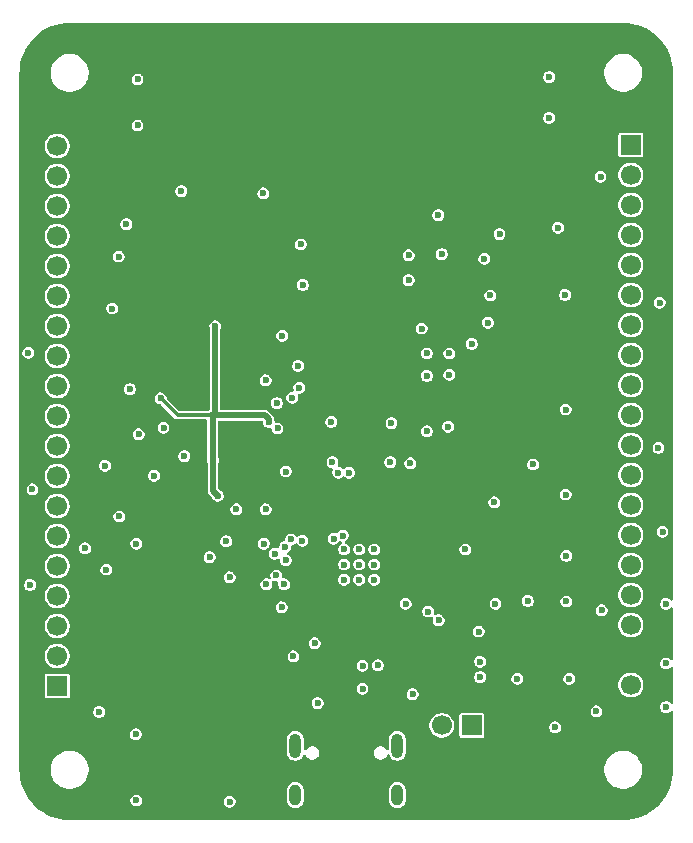
<source format=gbr>
%TF.GenerationSoftware,KiCad,Pcbnew,9.0.6*%
%TF.CreationDate,2025-11-29T10:37:21+02:00*%
%TF.ProjectId,laserboard,6c617365-7262-46f6-9172-642e6b696361,rev?*%
%TF.SameCoordinates,Original*%
%TF.FileFunction,Copper,L3,Inr*%
%TF.FilePolarity,Positive*%
%FSLAX46Y46*%
G04 Gerber Fmt 4.6, Leading zero omitted, Abs format (unit mm)*
G04 Created by KiCad (PCBNEW 9.0.6) date 2025-11-29 10:37:21*
%MOMM*%
%LPD*%
G01*
G04 APERTURE LIST*
%TA.AperFunction,ComponentPad*%
%ADD10R,1.700000X1.700000*%
%TD*%
%TA.AperFunction,ComponentPad*%
%ADD11C,1.700000*%
%TD*%
%TA.AperFunction,ComponentPad*%
%ADD12C,0.600000*%
%TD*%
%TA.AperFunction,HeatsinkPad*%
%ADD13O,1.000000X2.100000*%
%TD*%
%TA.AperFunction,HeatsinkPad*%
%ADD14O,1.000000X1.800000*%
%TD*%
%TA.AperFunction,ViaPad*%
%ADD15C,0.600000*%
%TD*%
%TA.AperFunction,Conductor*%
%ADD16C,0.300000*%
%TD*%
%TA.AperFunction,Conductor*%
%ADD17C,0.500000*%
%TD*%
G04 APERTURE END LIST*
D10*
%TO.N,GND*%
%TO.C,J4*%
X101800000Y-154300000D03*
D11*
%TO.N,/Didital/GPIO29_ADC3*%
X101800000Y-151760000D03*
%TO.N,/Didital/GPIO28_ADC2*%
X101800000Y-149220000D03*
%TO.N,/Didital/GPIO27_ADC1*%
X101800000Y-146680000D03*
%TO.N,/Didital/GPIO26_ADC0*%
X101800000Y-144140000D03*
%TO.N,/Didital/GPIO25*%
X101800000Y-141600000D03*
%TO.N,/Didital/GPIO24*%
X101800000Y-139060000D03*
%TO.N,/Didital/GPIO23*%
X101800000Y-136520000D03*
%TO.N,/Didital/GPIO22*%
X101800000Y-133980000D03*
%TO.N,/Didital/GPIO21*%
X101800000Y-131440000D03*
%TO.N,/Didital/GPIO20*%
X101800000Y-128900000D03*
%TO.N,/Didital/GPIO16*%
X101800000Y-126360000D03*
%TO.N,/Didital/RUN*%
X101800000Y-123820000D03*
%TO.N,/Didital/SWD*%
X101800000Y-121280000D03*
%TO.N,/Didital/SWCLK*%
X101800000Y-118740000D03*
%TO.N,GND*%
X101800000Y-116200000D03*
X101800000Y-113660000D03*
X101800000Y-111120000D03*
X101800000Y-108580000D03*
%TD*%
D12*
%TO.N,GND*%
%TO.C,U7*%
X128637500Y-145300000D03*
X128637500Y-144025000D03*
X128637500Y-142750000D03*
X127362500Y-145300000D03*
X127362500Y-144025000D03*
X127362500Y-142750000D03*
X126087500Y-145300000D03*
X126087500Y-144025000D03*
X126087500Y-142750000D03*
%TD*%
D13*
%TO.N,GND*%
%TO.C,J2*%
X121960000Y-159370000D03*
D14*
X121960000Y-163550000D03*
D13*
X130600000Y-159370000D03*
D14*
X130600000Y-163550000D03*
%TD*%
D10*
%TO.N,/Didital/~{USB_BOOT}*%
%TO.C,J1*%
X136900000Y-157650000D03*
D11*
%TO.N,GND*%
X134360000Y-157650000D03*
%TD*%
D10*
%TO.N,GND*%
%TO.C,J3*%
X150370000Y-108510000D03*
D11*
%TO.N,/Didital/GPIO15*%
X150370000Y-111050000D03*
%TO.N,/Didital/GPIO14*%
X150370000Y-113590000D03*
%TO.N,/Didital/GPIO13*%
X150370000Y-116130000D03*
%TO.N,/Didital/GPIO12*%
X150370000Y-118670000D03*
%TO.N,/Didital/GPIO11*%
X150370000Y-121210000D03*
%TO.N,/Didital/GPIO10*%
X150370000Y-123750000D03*
%TO.N,/Didital/GPIO9*%
X150370000Y-126290000D03*
%TO.N,/Didital/GPIO8*%
X150370000Y-128830000D03*
%TO.N,/Didital/GPIO7*%
X150370000Y-131370000D03*
%TO.N,/Didital/GPIO6*%
X150370000Y-133910000D03*
%TO.N,/Didital/GPIO5*%
X150370000Y-136450000D03*
%TO.N,/Didital/GPIO4*%
X150370000Y-138990000D03*
%TO.N,/Didital/GPIO3*%
X150370000Y-141530000D03*
%TO.N,/Didital/GPIO2*%
X150370000Y-144070000D03*
%TO.N,/Didital/GPIO1*%
X150370000Y-146610000D03*
%TO.N,/Didital/GPIO0*%
X150370000Y-149150000D03*
%TO.N,+3V3*%
X150370000Y-151690000D03*
%TO.N,+5V*%
X150370000Y-154230000D03*
%TD*%
D15*
%TO.N,/RX frontend/Vref_Filter*%
X119700000Y-131950000D03*
X110550000Y-129950000D03*
X115400000Y-138200000D03*
X115000000Y-135200000D03*
X115190000Y-123850000D03*
X114962500Y-131387500D03*
%TO.N,GND*%
X130100000Y-132050000D03*
X120800000Y-147650000D03*
X108600000Y-106850000D03*
X152800000Y-121850000D03*
X137475000Y-149700000D03*
X131900000Y-155000000D03*
X133200000Y-148000000D03*
X116400000Y-145100000D03*
X134060000Y-114440000D03*
X125100000Y-135350000D03*
X110800000Y-132450000D03*
X128950000Y-152550000D03*
X147800000Y-111200000D03*
X107950000Y-129175000D03*
X108500000Y-164000000D03*
X134360000Y-117740000D03*
X119450000Y-128425000D03*
X120850000Y-124650000D03*
X112558930Y-134841072D03*
X136350000Y-142750000D03*
X153350000Y-147350000D03*
X153350000Y-152400000D03*
X119450000Y-139350000D03*
X116100000Y-142050000D03*
X108500000Y-142250000D03*
X107650000Y-115200000D03*
X123600000Y-150700000D03*
X138460000Y-121240000D03*
X143450000Y-102750000D03*
X132660000Y-124040000D03*
X122425000Y-116925000D03*
X127650000Y-152600000D03*
X144900000Y-147150000D03*
X107000000Y-117950000D03*
X131560000Y-119940000D03*
X104150000Y-142650000D03*
X125600000Y-136240000D03*
X144800000Y-121200000D03*
X147450000Y-156450000D03*
X133100000Y-132750000D03*
X153050000Y-141250000D03*
X116400000Y-164100000D03*
X122200000Y-127200000D03*
X152700000Y-134150000D03*
X99700000Y-137650000D03*
X108450000Y-158400000D03*
X131560000Y-117840000D03*
X138260000Y-123540000D03*
X144900000Y-143300000D03*
X153350000Y-156100000D03*
X144850000Y-138100000D03*
X126500000Y-136240000D03*
X137960000Y-118140000D03*
X120450000Y-132500000D03*
X141650000Y-147100000D03*
X130000000Y-135350000D03*
X123850000Y-155750000D03*
X119250000Y-112600000D03*
X135000000Y-127950000D03*
X134900000Y-132350000D03*
X119300000Y-142250000D03*
X105850000Y-135650000D03*
X122600000Y-120350000D03*
X136900000Y-125350000D03*
X138900000Y-147350000D03*
X144200000Y-115500000D03*
X127650000Y-154550000D03*
X133100000Y-126150000D03*
X108600000Y-102950000D03*
X140750000Y-153700000D03*
X143450000Y-106200000D03*
X125000000Y-131950000D03*
X147900000Y-147900000D03*
X133100000Y-128050000D03*
X110000000Y-136500000D03*
X144850000Y-130900000D03*
X106450000Y-122350000D03*
X131700000Y-135450000D03*
X116958927Y-139341072D03*
X99350000Y-126100000D03*
X135000000Y-126150000D03*
X119500000Y-145700000D03*
X112300000Y-112400000D03*
X142087500Y-135550000D03*
X145150000Y-153700000D03*
X138802500Y-138750000D03*
X114700000Y-143400000D03*
X108700000Y-133000000D03*
X120400000Y-130350000D03*
X99500000Y-145750000D03*
X105950000Y-144450000D03*
X121800000Y-151800000D03*
X107050000Y-139950000D03*
X105350000Y-156500000D03*
%TO.N,+3V3*%
X129750000Y-143025000D03*
X115750000Y-133675000D03*
X122350000Y-139550000D03*
X116000000Y-139241072D03*
X133610000Y-155250000D03*
X127400000Y-141725000D03*
X124911500Y-143050000D03*
X107850000Y-127250000D03*
X119850000Y-148150000D03*
X127425000Y-149675000D03*
X129625000Y-146250000D03*
X119150000Y-118125000D03*
X121100000Y-141250000D03*
X135700000Y-149300000D03*
X119850000Y-135650000D03*
X114250000Y-148050000D03*
X108125000Y-124500000D03*
X129000000Y-153550000D03*
X124900000Y-146500000D03*
%TO.N,+5V*%
X143950000Y-157800000D03*
X139250000Y-116040000D03*
%TO.N,/Didital/RUN*%
X125982891Y-141574000D03*
%TO.N,/Didital/GPIO16*%
X121150000Y-136150000D03*
%TO.N,/Didital/SWD*%
X121700000Y-129900000D03*
%TO.N,/Didital/GPIO28_ADC2*%
X121000000Y-145700000D03*
%TO.N,/Didital/GPIO23*%
X121100000Y-142525000D03*
%TO.N,/Didital/GPIO24*%
X120200000Y-143100000D03*
%TO.N,/Didital/GPIO25*%
X121150000Y-143675000D03*
%TO.N,/Didital/GPIO21*%
X122550000Y-142000000D03*
%TO.N,/Didital/GPIO22*%
X121600000Y-141900000D03*
%TO.N,/Didital/GPIO20*%
X125200000Y-141850000D03*
%TO.N,/Didital/SWCLK*%
X122300000Y-129050000D03*
%TO.N,/Didital/GPIO27_ADC1*%
X120350000Y-144950000D03*
%TO.N,/Didital/QSPI_SS*%
X131300000Y-147350000D03*
X137600000Y-153550000D03*
%TO.N,/Didital/QSPI_SD1*%
X137600000Y-152250000D03*
X134100000Y-148750000D03*
%TD*%
D16*
%TO.N,/RX frontend/Vref_Filter*%
X115190000Y-123970000D02*
X115150000Y-124010000D01*
D17*
X115150000Y-124010000D02*
X115150000Y-131200000D01*
X119362573Y-131387500D02*
X114962500Y-131387500D01*
X114962500Y-135162500D02*
X115000000Y-135200000D01*
D16*
X111987500Y-131387500D02*
X110550000Y-129950000D01*
D17*
X119700000Y-131724927D02*
X119362573Y-131387500D01*
D16*
X115190000Y-123850000D02*
X115190000Y-123970000D01*
D17*
X119700000Y-131950000D02*
X119700000Y-131724927D01*
X114962500Y-131387500D02*
X114962500Y-135162500D01*
D16*
X114962500Y-131387500D02*
X111987500Y-131387500D01*
D17*
X115000000Y-135200000D02*
X115000000Y-137800000D01*
X115150000Y-131200000D02*
X114962500Y-131387500D01*
X115000000Y-137800000D02*
X115400000Y-138200000D01*
%TD*%
%TA.AperFunction,Conductor*%
%TO.N,+3V3*%
G36*
X149712856Y-98150631D02*
G01*
X150096378Y-98168362D01*
X150107768Y-98169418D01*
X150485176Y-98222064D01*
X150496420Y-98224166D01*
X150867361Y-98311410D01*
X150878351Y-98314537D01*
X151239679Y-98435642D01*
X151250333Y-98439770D01*
X151598922Y-98593687D01*
X151609170Y-98598790D01*
X151942061Y-98784210D01*
X151951799Y-98790239D01*
X152263421Y-99003704D01*
X152266172Y-99005588D01*
X152275312Y-99012491D01*
X152568459Y-99255918D01*
X152576923Y-99263634D01*
X152846365Y-99533076D01*
X152854081Y-99541540D01*
X153097508Y-99834687D01*
X153104411Y-99843827D01*
X153319760Y-100158200D01*
X153325789Y-100167938D01*
X153511209Y-100500829D01*
X153516314Y-100511082D01*
X153670224Y-100859653D01*
X153674362Y-100870333D01*
X153795458Y-101231635D01*
X153798592Y-101242651D01*
X153885831Y-101613571D01*
X153887936Y-101624830D01*
X153940580Y-102002224D01*
X153941637Y-102013628D01*
X153959368Y-102397142D01*
X153959500Y-102402869D01*
X153959500Y-146952324D01*
X153939815Y-147019363D01*
X153887011Y-147065118D01*
X153817853Y-147075062D01*
X153754297Y-147046037D01*
X153747819Y-147040005D01*
X153657316Y-146949502D01*
X153657314Y-146949500D01*
X153583380Y-146906814D01*
X153543187Y-146883608D01*
X153479539Y-146866554D01*
X153415892Y-146849500D01*
X153284108Y-146849500D01*
X153156812Y-146883608D01*
X153042686Y-146949500D01*
X153042683Y-146949502D01*
X152949502Y-147042683D01*
X152949500Y-147042686D01*
X152883608Y-147156812D01*
X152850693Y-147279655D01*
X152849500Y-147284108D01*
X152849500Y-147415892D01*
X152866554Y-147479539D01*
X152883608Y-147543187D01*
X152912185Y-147592683D01*
X152949500Y-147657314D01*
X153042686Y-147750500D01*
X153140221Y-147806812D01*
X153156810Y-147816390D01*
X153156814Y-147816392D01*
X153284108Y-147850500D01*
X153284110Y-147850500D01*
X153415890Y-147850500D01*
X153415892Y-147850500D01*
X153543186Y-147816392D01*
X153657314Y-147750500D01*
X153747819Y-147659995D01*
X153809142Y-147626510D01*
X153878834Y-147631494D01*
X153934767Y-147673366D01*
X153959184Y-147738830D01*
X153959500Y-147747676D01*
X153959500Y-152002324D01*
X153939815Y-152069363D01*
X153887011Y-152115118D01*
X153817853Y-152125062D01*
X153754297Y-152096037D01*
X153747819Y-152090005D01*
X153657316Y-151999502D01*
X153657314Y-151999500D01*
X153558910Y-151942686D01*
X153543187Y-151933608D01*
X153479539Y-151916554D01*
X153415892Y-151899500D01*
X153284108Y-151899500D01*
X153156812Y-151933608D01*
X153042686Y-151999500D01*
X153042683Y-151999502D01*
X152949502Y-152092683D01*
X152949500Y-152092686D01*
X152883608Y-152206812D01*
X152867644Y-152266392D01*
X152849500Y-152334108D01*
X152849500Y-152465892D01*
X152860803Y-152508074D01*
X152883608Y-152593187D01*
X152896717Y-152615892D01*
X152949500Y-152707314D01*
X153042686Y-152800500D01*
X153156814Y-152866392D01*
X153284108Y-152900500D01*
X153284110Y-152900500D01*
X153415890Y-152900500D01*
X153415892Y-152900500D01*
X153543186Y-152866392D01*
X153657314Y-152800500D01*
X153747819Y-152709995D01*
X153809142Y-152676510D01*
X153878834Y-152681494D01*
X153934767Y-152723366D01*
X153959184Y-152788830D01*
X153959500Y-152797676D01*
X153959500Y-155702324D01*
X153939815Y-155769363D01*
X153887011Y-155815118D01*
X153817853Y-155825062D01*
X153754297Y-155796037D01*
X153747819Y-155790005D01*
X153657316Y-155699502D01*
X153657314Y-155699500D01*
X153600250Y-155666554D01*
X153543187Y-155633608D01*
X153479539Y-155616554D01*
X153415892Y-155599500D01*
X153284108Y-155599500D01*
X153156812Y-155633608D01*
X153042686Y-155699500D01*
X153042683Y-155699502D01*
X152949502Y-155792683D01*
X152949500Y-155792686D01*
X152883608Y-155906812D01*
X152873862Y-155943186D01*
X152849500Y-156034108D01*
X152849500Y-156165892D01*
X152863031Y-156216391D01*
X152883608Y-156293187D01*
X152891475Y-156306812D01*
X152949500Y-156407314D01*
X153042686Y-156500500D01*
X153141521Y-156557563D01*
X153155944Y-156565890D01*
X153156814Y-156566392D01*
X153284108Y-156600500D01*
X153284110Y-156600500D01*
X153415890Y-156600500D01*
X153415892Y-156600500D01*
X153543186Y-156566392D01*
X153657314Y-156500500D01*
X153747819Y-156409995D01*
X153809142Y-156376510D01*
X153878834Y-156381494D01*
X153934767Y-156423366D01*
X153959184Y-156488830D01*
X153959500Y-156497676D01*
X153959500Y-161397128D01*
X153959368Y-161402855D01*
X153941636Y-161786370D01*
X153940579Y-161797774D01*
X153887935Y-162175169D01*
X153885830Y-162186428D01*
X153798591Y-162557347D01*
X153795457Y-162568363D01*
X153674361Y-162929665D01*
X153670223Y-162940345D01*
X153516313Y-163288917D01*
X153511208Y-163299170D01*
X153325789Y-163632060D01*
X153319760Y-163641798D01*
X153104410Y-163956171D01*
X153097507Y-163965311D01*
X152854080Y-164258459D01*
X152846364Y-164266923D01*
X152576923Y-164536364D01*
X152568459Y-164544080D01*
X152275311Y-164787507D01*
X152266171Y-164794410D01*
X151951798Y-165009760D01*
X151942060Y-165015789D01*
X151609170Y-165201208D01*
X151598917Y-165206313D01*
X151250345Y-165360223D01*
X151239665Y-165364361D01*
X150878363Y-165485457D01*
X150867347Y-165488591D01*
X150496428Y-165575830D01*
X150485169Y-165577935D01*
X150107774Y-165630579D01*
X150096370Y-165631636D01*
X149712855Y-165649368D01*
X149707128Y-165649500D01*
X102852849Y-165649500D01*
X102847122Y-165649368D01*
X102463628Y-165631637D01*
X102452224Y-165630580D01*
X102074830Y-165577936D01*
X102063571Y-165575831D01*
X101692651Y-165488592D01*
X101681635Y-165485458D01*
X101320333Y-165364362D01*
X101309653Y-165360224D01*
X100961082Y-165206314D01*
X100950829Y-165201209D01*
X100617938Y-165015789D01*
X100608200Y-165009760D01*
X100293827Y-164794411D01*
X100284687Y-164787508D01*
X99991540Y-164544081D01*
X99983076Y-164536365D01*
X99713634Y-164266923D01*
X99705918Y-164258459D01*
X99629050Y-164165891D01*
X99462489Y-163965309D01*
X99455588Y-163956172D01*
X99455587Y-163956171D01*
X99440474Y-163934108D01*
X107999500Y-163934108D01*
X107999500Y-164065891D01*
X108033608Y-164193187D01*
X108066554Y-164250250D01*
X108099500Y-164307314D01*
X108192686Y-164400500D01*
X108306814Y-164466392D01*
X108434108Y-164500500D01*
X108434110Y-164500500D01*
X108565890Y-164500500D01*
X108565892Y-164500500D01*
X108693186Y-164466392D01*
X108807314Y-164400500D01*
X108900500Y-164307314D01*
X108966392Y-164193186D01*
X109000500Y-164065892D01*
X109000500Y-164034108D01*
X115899500Y-164034108D01*
X115899500Y-164165891D01*
X115933608Y-164293187D01*
X115941766Y-164307316D01*
X115999500Y-164407314D01*
X116092686Y-164500500D01*
X116206814Y-164566392D01*
X116334108Y-164600500D01*
X116334110Y-164600500D01*
X116465890Y-164600500D01*
X116465892Y-164600500D01*
X116593186Y-164566392D01*
X116707314Y-164500500D01*
X116800500Y-164407314D01*
X116866392Y-164293186D01*
X116900500Y-164165892D01*
X116900500Y-164034108D01*
X116896451Y-164018995D01*
X121259499Y-164018995D01*
X121286418Y-164154322D01*
X121286421Y-164154332D01*
X121339221Y-164281804D01*
X121339228Y-164281817D01*
X121415885Y-164396541D01*
X121415888Y-164396545D01*
X121513454Y-164494111D01*
X121513458Y-164494114D01*
X121628182Y-164570771D01*
X121628195Y-164570778D01*
X121755667Y-164623578D01*
X121755672Y-164623580D01*
X121755676Y-164623580D01*
X121755677Y-164623581D01*
X121891004Y-164650500D01*
X121891007Y-164650500D01*
X122028995Y-164650500D01*
X122120041Y-164632389D01*
X122164328Y-164623580D01*
X122291811Y-164570775D01*
X122406542Y-164494114D01*
X122504114Y-164396542D01*
X122580775Y-164281811D01*
X122633580Y-164154328D01*
X122642389Y-164110041D01*
X122660500Y-164018995D01*
X129899499Y-164018995D01*
X129926418Y-164154322D01*
X129926421Y-164154332D01*
X129979221Y-164281804D01*
X129979228Y-164281817D01*
X130055885Y-164396541D01*
X130055888Y-164396545D01*
X130153454Y-164494111D01*
X130153458Y-164494114D01*
X130268182Y-164570771D01*
X130268195Y-164570778D01*
X130395667Y-164623578D01*
X130395672Y-164623580D01*
X130395676Y-164623580D01*
X130395677Y-164623581D01*
X130531004Y-164650500D01*
X130531007Y-164650500D01*
X130668995Y-164650500D01*
X130760041Y-164632389D01*
X130804328Y-164623580D01*
X130931811Y-164570775D01*
X131046542Y-164494114D01*
X131144114Y-164396542D01*
X131220775Y-164281811D01*
X131273580Y-164154328D01*
X131282389Y-164110041D01*
X131300500Y-164018995D01*
X131300500Y-163081004D01*
X131273581Y-162945677D01*
X131273580Y-162945676D01*
X131273580Y-162945672D01*
X131271374Y-162940346D01*
X131220778Y-162818195D01*
X131220771Y-162818182D01*
X131144114Y-162703458D01*
X131144111Y-162703454D01*
X131046545Y-162605888D01*
X131046541Y-162605885D01*
X130931817Y-162529228D01*
X130931804Y-162529221D01*
X130804332Y-162476421D01*
X130804322Y-162476418D01*
X130668995Y-162449500D01*
X130668993Y-162449500D01*
X130531007Y-162449500D01*
X130531005Y-162449500D01*
X130395677Y-162476418D01*
X130395667Y-162476421D01*
X130268195Y-162529221D01*
X130268182Y-162529228D01*
X130153458Y-162605885D01*
X130153454Y-162605888D01*
X130055888Y-162703454D01*
X130055885Y-162703458D01*
X129979228Y-162818182D01*
X129979221Y-162818195D01*
X129926421Y-162945667D01*
X129926418Y-162945677D01*
X129899500Y-163081004D01*
X129899500Y-163081007D01*
X129899500Y-164018993D01*
X129899500Y-164018995D01*
X129899499Y-164018995D01*
X122660500Y-164018995D01*
X122660500Y-163081004D01*
X122633581Y-162945677D01*
X122633580Y-162945676D01*
X122633580Y-162945672D01*
X122631374Y-162940346D01*
X122580778Y-162818195D01*
X122580771Y-162818182D01*
X122504114Y-162703458D01*
X122504111Y-162703454D01*
X122406545Y-162605888D01*
X122406541Y-162605885D01*
X122291817Y-162529228D01*
X122291804Y-162529221D01*
X122164332Y-162476421D01*
X122164322Y-162476418D01*
X122028995Y-162449500D01*
X122028993Y-162449500D01*
X121891007Y-162449500D01*
X121891005Y-162449500D01*
X121755677Y-162476418D01*
X121755667Y-162476421D01*
X121628195Y-162529221D01*
X121628182Y-162529228D01*
X121513458Y-162605885D01*
X121513454Y-162605888D01*
X121415888Y-162703454D01*
X121415885Y-162703458D01*
X121339228Y-162818182D01*
X121339221Y-162818195D01*
X121286421Y-162945667D01*
X121286418Y-162945677D01*
X121259500Y-163081004D01*
X121259500Y-163081007D01*
X121259500Y-164018993D01*
X121259500Y-164018995D01*
X121259499Y-164018995D01*
X116896451Y-164018995D01*
X116866392Y-163906814D01*
X116800500Y-163792686D01*
X116707314Y-163699500D01*
X116650250Y-163666554D01*
X116593187Y-163633608D01*
X116529539Y-163616554D01*
X116465892Y-163599500D01*
X116334108Y-163599500D01*
X116206812Y-163633608D01*
X116092686Y-163699500D01*
X116092683Y-163699502D01*
X115999502Y-163792683D01*
X115999500Y-163792686D01*
X115933608Y-163906812D01*
X115899500Y-164034108D01*
X109000500Y-164034108D01*
X109000500Y-163934108D01*
X108966392Y-163806814D01*
X108900500Y-163692686D01*
X108807314Y-163599500D01*
X108750250Y-163566554D01*
X108693187Y-163533608D01*
X108629539Y-163516554D01*
X108565892Y-163499500D01*
X108434108Y-163499500D01*
X108306812Y-163533608D01*
X108192686Y-163599500D01*
X108192683Y-163599502D01*
X108099502Y-163692683D01*
X108099500Y-163692686D01*
X108033608Y-163806812D01*
X107999500Y-163934108D01*
X99440474Y-163934108D01*
X99343596Y-163792683D01*
X99240239Y-163641799D01*
X99234210Y-163632061D01*
X99054951Y-163310231D01*
X99048788Y-163299166D01*
X99043685Y-163288917D01*
X98889770Y-162940333D01*
X98885642Y-162929679D01*
X98764537Y-162568351D01*
X98761410Y-162557361D01*
X98674166Y-162186420D01*
X98672063Y-162175169D01*
X98654603Y-162050004D01*
X98619418Y-161797768D01*
X98618362Y-161786371D01*
X98617826Y-161774785D01*
X98600631Y-161402855D01*
X98600499Y-161397129D01*
X98600499Y-161274038D01*
X101249500Y-161274038D01*
X101249500Y-161525961D01*
X101288910Y-161774785D01*
X101366760Y-162014383D01*
X101445413Y-162168747D01*
X101448685Y-162175169D01*
X101481132Y-162238848D01*
X101629201Y-162442649D01*
X101629205Y-162442654D01*
X101807345Y-162620794D01*
X101807350Y-162620798D01*
X101921117Y-162703454D01*
X102011155Y-162768870D01*
X102107961Y-162818195D01*
X102235616Y-162883239D01*
X102235618Y-162883239D01*
X102235621Y-162883241D01*
X102475215Y-162961090D01*
X102724038Y-163000500D01*
X102724039Y-163000500D01*
X102975961Y-163000500D01*
X102975962Y-163000500D01*
X103224785Y-162961090D01*
X103224788Y-162961089D01*
X103224789Y-162961089D01*
X103237422Y-162956984D01*
X103237423Y-162956984D01*
X103321501Y-162929665D01*
X103464379Y-162883241D01*
X103688845Y-162768870D01*
X103892656Y-162620793D01*
X104070793Y-162442656D01*
X104218870Y-162238845D01*
X104333241Y-162014379D01*
X104411090Y-161774785D01*
X104450500Y-161525962D01*
X104450500Y-161274038D01*
X148109500Y-161274038D01*
X148109500Y-161525961D01*
X148148910Y-161774785D01*
X148226760Y-162014383D01*
X148305413Y-162168747D01*
X148308685Y-162175169D01*
X148341132Y-162238848D01*
X148489201Y-162442649D01*
X148489205Y-162442654D01*
X148667345Y-162620794D01*
X148667350Y-162620798D01*
X148781117Y-162703454D01*
X148871155Y-162768870D01*
X148967961Y-162818195D01*
X149095616Y-162883239D01*
X149095618Y-162883239D01*
X149095621Y-162883241D01*
X149335215Y-162961090D01*
X149584038Y-163000500D01*
X149584039Y-163000500D01*
X149835961Y-163000500D01*
X149835962Y-163000500D01*
X150084785Y-162961090D01*
X150324379Y-162883241D01*
X150548845Y-162768870D01*
X150752656Y-162620793D01*
X150930793Y-162442656D01*
X151078870Y-162238845D01*
X151193241Y-162014379D01*
X151271090Y-161774785D01*
X151310500Y-161525962D01*
X151310500Y-161274038D01*
X151271090Y-161025215D01*
X151193241Y-160785621D01*
X151193239Y-160785618D01*
X151193239Y-160785616D01*
X151151747Y-160704184D01*
X151078870Y-160561155D01*
X151008364Y-160464111D01*
X150930798Y-160357350D01*
X150930794Y-160357345D01*
X150752654Y-160179205D01*
X150752649Y-160179201D01*
X150548848Y-160031132D01*
X150548847Y-160031131D01*
X150548845Y-160031130D01*
X150466150Y-159988995D01*
X150324383Y-159916760D01*
X150084785Y-159838910D01*
X149835962Y-159799500D01*
X149584038Y-159799500D01*
X149459626Y-159819205D01*
X149335214Y-159838910D01*
X149095616Y-159916760D01*
X148871151Y-160031132D01*
X148667350Y-160179201D01*
X148667345Y-160179205D01*
X148489205Y-160357345D01*
X148489201Y-160357350D01*
X148341132Y-160561151D01*
X148226760Y-160785616D01*
X148148910Y-161025214D01*
X148109500Y-161274038D01*
X104450500Y-161274038D01*
X104411090Y-161025215D01*
X104333241Y-160785621D01*
X104333239Y-160785618D01*
X104333239Y-160785616D01*
X104291747Y-160704184D01*
X104218870Y-160561155D01*
X104148364Y-160464111D01*
X104070798Y-160357350D01*
X104070794Y-160357345D01*
X103892654Y-160179205D01*
X103892649Y-160179201D01*
X103688848Y-160031132D01*
X103688847Y-160031131D01*
X103688845Y-160031130D01*
X103606150Y-159988995D01*
X121259499Y-159988995D01*
X121286418Y-160124322D01*
X121286421Y-160124332D01*
X121339221Y-160251804D01*
X121339228Y-160251817D01*
X121415885Y-160366541D01*
X121415888Y-160366545D01*
X121513454Y-160464111D01*
X121513458Y-160464114D01*
X121628182Y-160540771D01*
X121628195Y-160540778D01*
X121755667Y-160593578D01*
X121755672Y-160593580D01*
X121755676Y-160593580D01*
X121755677Y-160593581D01*
X121891004Y-160620500D01*
X121891007Y-160620500D01*
X122028995Y-160620500D01*
X122120041Y-160602389D01*
X122164328Y-160593580D01*
X122291811Y-160540775D01*
X122406542Y-160464114D01*
X122504114Y-160366542D01*
X122580775Y-160251811D01*
X122580777Y-160251807D01*
X122580778Y-160251805D01*
X122615613Y-160167704D01*
X122659453Y-160113300D01*
X122725747Y-160091235D01*
X122793447Y-160108514D01*
X122841057Y-160159651D01*
X122849948Y-160183061D01*
X122853719Y-160197135D01*
X122929485Y-160328365D01*
X123036635Y-160435515D01*
X123167865Y-160511281D01*
X123314234Y-160550500D01*
X123314236Y-160550500D01*
X123465764Y-160550500D01*
X123465766Y-160550500D01*
X123612135Y-160511281D01*
X123743365Y-160435515D01*
X123850515Y-160328365D01*
X123926281Y-160197135D01*
X123965500Y-160050766D01*
X123965500Y-159899234D01*
X128594500Y-159899234D01*
X128594500Y-160050765D01*
X128633719Y-160197136D01*
X128665282Y-160251804D01*
X128709485Y-160328365D01*
X128816635Y-160435515D01*
X128947865Y-160511281D01*
X129094234Y-160550500D01*
X129094236Y-160550500D01*
X129245764Y-160550500D01*
X129245766Y-160550500D01*
X129392135Y-160511281D01*
X129523365Y-160435515D01*
X129630515Y-160328365D01*
X129706281Y-160197135D01*
X129710051Y-160183063D01*
X129746410Y-160123406D01*
X129809256Y-160092874D01*
X129878632Y-160101165D01*
X129932512Y-160145648D01*
X129944386Y-160167703D01*
X129979223Y-160251807D01*
X129979228Y-160251817D01*
X130055885Y-160366541D01*
X130055888Y-160366545D01*
X130153454Y-160464111D01*
X130153458Y-160464114D01*
X130268182Y-160540771D01*
X130268195Y-160540778D01*
X130395667Y-160593578D01*
X130395672Y-160593580D01*
X130395676Y-160593580D01*
X130395677Y-160593581D01*
X130531004Y-160620500D01*
X130531007Y-160620500D01*
X130668995Y-160620500D01*
X130760041Y-160602389D01*
X130804328Y-160593580D01*
X130931811Y-160540775D01*
X131046542Y-160464114D01*
X131144114Y-160366542D01*
X131220775Y-160251811D01*
X131273580Y-160124328D01*
X131282389Y-160080041D01*
X131300500Y-159988995D01*
X131300500Y-158751004D01*
X131273581Y-158615677D01*
X131273580Y-158615676D01*
X131273580Y-158615672D01*
X131264267Y-158593188D01*
X131220778Y-158488195D01*
X131220771Y-158488182D01*
X131144114Y-158373458D01*
X131144111Y-158373454D01*
X131046545Y-158275888D01*
X131046541Y-158275885D01*
X130931817Y-158199228D01*
X130931804Y-158199221D01*
X130804332Y-158146421D01*
X130804322Y-158146418D01*
X130668995Y-158119500D01*
X130668993Y-158119500D01*
X130531007Y-158119500D01*
X130531005Y-158119500D01*
X130395677Y-158146418D01*
X130395667Y-158146421D01*
X130268195Y-158199221D01*
X130268182Y-158199228D01*
X130153458Y-158275885D01*
X130153454Y-158275888D01*
X130055888Y-158373454D01*
X130055885Y-158373458D01*
X129979228Y-158488182D01*
X129979221Y-158488195D01*
X129926421Y-158615667D01*
X129926418Y-158615677D01*
X129899500Y-158751004D01*
X129899500Y-159624755D01*
X129879815Y-159691794D01*
X129827011Y-159737549D01*
X129757853Y-159747493D01*
X129694297Y-159718468D01*
X129668113Y-159686756D01*
X129655731Y-159665310D01*
X129630515Y-159621635D01*
X129523365Y-159514485D01*
X129457750Y-159476602D01*
X129392136Y-159438719D01*
X129318950Y-159419109D01*
X129245766Y-159399500D01*
X129094234Y-159399500D01*
X128947863Y-159438719D01*
X128816635Y-159514485D01*
X128816632Y-159514487D01*
X128709487Y-159621632D01*
X128709485Y-159621635D01*
X128633719Y-159752863D01*
X128594500Y-159899234D01*
X123965500Y-159899234D01*
X123926281Y-159752865D01*
X123923179Y-159747493D01*
X123891021Y-159691794D01*
X123850515Y-159621635D01*
X123743365Y-159514485D01*
X123677750Y-159476602D01*
X123612136Y-159438719D01*
X123538950Y-159419109D01*
X123465766Y-159399500D01*
X123314234Y-159399500D01*
X123167863Y-159438719D01*
X123036635Y-159514485D01*
X123036632Y-159514487D01*
X122929487Y-159621632D01*
X122929485Y-159621635D01*
X122891887Y-159686756D01*
X122841319Y-159734971D01*
X122772712Y-159748193D01*
X122707847Y-159722225D01*
X122667319Y-159665310D01*
X122660500Y-159624755D01*
X122660500Y-158751004D01*
X122633581Y-158615677D01*
X122633580Y-158615676D01*
X122633580Y-158615672D01*
X122624267Y-158593188D01*
X122580778Y-158488195D01*
X122580771Y-158488182D01*
X122504114Y-158373458D01*
X122504111Y-158373454D01*
X122406545Y-158275888D01*
X122406541Y-158275885D01*
X122291817Y-158199228D01*
X122291804Y-158199221D01*
X122164332Y-158146421D01*
X122164322Y-158146418D01*
X122028995Y-158119500D01*
X122028993Y-158119500D01*
X121891007Y-158119500D01*
X121891005Y-158119500D01*
X121755677Y-158146418D01*
X121755667Y-158146421D01*
X121628195Y-158199221D01*
X121628182Y-158199228D01*
X121513458Y-158275885D01*
X121513454Y-158275888D01*
X121415888Y-158373454D01*
X121415885Y-158373458D01*
X121339228Y-158488182D01*
X121339221Y-158488195D01*
X121286421Y-158615667D01*
X121286418Y-158615677D01*
X121259500Y-158751004D01*
X121259500Y-158751007D01*
X121259500Y-159988993D01*
X121259500Y-159988995D01*
X121259499Y-159988995D01*
X103606150Y-159988995D01*
X103464383Y-159916760D01*
X103224785Y-159838910D01*
X102975962Y-159799500D01*
X102724038Y-159799500D01*
X102599626Y-159819205D01*
X102475214Y-159838910D01*
X102235616Y-159916760D01*
X102011151Y-160031132D01*
X101807350Y-160179201D01*
X101807345Y-160179205D01*
X101629205Y-160357345D01*
X101629201Y-160357350D01*
X101481132Y-160561151D01*
X101366760Y-160785616D01*
X101288910Y-161025214D01*
X101249500Y-161274038D01*
X98600499Y-161274038D01*
X98600499Y-158334108D01*
X107949500Y-158334108D01*
X107949500Y-158465892D01*
X107955476Y-158488195D01*
X107983608Y-158593187D01*
X107996587Y-158615667D01*
X108049500Y-158707314D01*
X108142686Y-158800500D01*
X108256814Y-158866392D01*
X108384108Y-158900500D01*
X108384110Y-158900500D01*
X108515890Y-158900500D01*
X108515892Y-158900500D01*
X108643186Y-158866392D01*
X108757314Y-158800500D01*
X108850500Y-158707314D01*
X108916392Y-158593186D01*
X108950500Y-158465892D01*
X108950500Y-158334108D01*
X108916392Y-158206814D01*
X108912010Y-158199225D01*
X108907563Y-158191521D01*
X108850500Y-158092686D01*
X108757314Y-157999500D01*
X108700250Y-157966554D01*
X108643187Y-157933608D01*
X108579539Y-157916554D01*
X108515892Y-157899500D01*
X108384108Y-157899500D01*
X108256812Y-157933608D01*
X108142686Y-157999500D01*
X108142683Y-157999502D01*
X108049502Y-158092683D01*
X108049500Y-158092686D01*
X107983608Y-158206812D01*
X107965100Y-158275886D01*
X107949500Y-158334108D01*
X98600499Y-158334108D01*
X98600499Y-157546530D01*
X133309500Y-157546530D01*
X133309500Y-157753469D01*
X133349868Y-157956412D01*
X133349870Y-157956420D01*
X133429058Y-158147596D01*
X133544024Y-158319657D01*
X133690342Y-158465975D01*
X133690345Y-158465977D01*
X133862402Y-158580941D01*
X134053580Y-158660130D01*
X134198052Y-158688867D01*
X134256530Y-158700499D01*
X134256534Y-158700500D01*
X134256535Y-158700500D01*
X134463466Y-158700500D01*
X134463467Y-158700499D01*
X134666420Y-158660130D01*
X134857598Y-158580941D01*
X135029655Y-158465977D01*
X135175977Y-158319655D01*
X135290941Y-158147598D01*
X135370130Y-157956420D01*
X135410500Y-157753465D01*
X135410500Y-157546535D01*
X135370130Y-157343580D01*
X135290941Y-157152402D01*
X135175977Y-156980345D01*
X135175975Y-156980342D01*
X135029657Y-156834024D01*
X134949173Y-156780247D01*
X135849500Y-156780247D01*
X135849500Y-158519752D01*
X135861131Y-158578229D01*
X135861132Y-158578230D01*
X135905447Y-158644552D01*
X135971769Y-158688867D01*
X135971770Y-158688868D01*
X136030247Y-158700499D01*
X136030250Y-158700500D01*
X136030252Y-158700500D01*
X137769750Y-158700500D01*
X137769751Y-158700499D01*
X137784568Y-158697552D01*
X137828229Y-158688868D01*
X137828229Y-158688867D01*
X137828231Y-158688867D01*
X137894552Y-158644552D01*
X137938867Y-158578231D01*
X137938867Y-158578229D01*
X137938868Y-158578229D01*
X137950499Y-158519752D01*
X137950500Y-158519750D01*
X137950500Y-157734108D01*
X143449500Y-157734108D01*
X143449500Y-157865891D01*
X143483608Y-157993187D01*
X143516554Y-158050250D01*
X143549500Y-158107314D01*
X143642686Y-158200500D01*
X143756814Y-158266392D01*
X143884108Y-158300500D01*
X143884110Y-158300500D01*
X144015890Y-158300500D01*
X144015892Y-158300500D01*
X144143186Y-158266392D01*
X144257314Y-158200500D01*
X144350500Y-158107314D01*
X144416392Y-157993186D01*
X144450500Y-157865892D01*
X144450500Y-157734108D01*
X144416392Y-157606814D01*
X144350500Y-157492686D01*
X144257314Y-157399500D01*
X144200250Y-157366554D01*
X144143187Y-157333608D01*
X144079539Y-157316554D01*
X144015892Y-157299500D01*
X143884108Y-157299500D01*
X143756812Y-157333608D01*
X143642686Y-157399500D01*
X143642683Y-157399502D01*
X143549502Y-157492683D01*
X143549500Y-157492686D01*
X143483608Y-157606812D01*
X143449500Y-157734108D01*
X137950500Y-157734108D01*
X137950500Y-156780249D01*
X137950499Y-156780247D01*
X137938868Y-156721770D01*
X137938867Y-156721769D01*
X137894552Y-156655447D01*
X137828230Y-156611132D01*
X137828229Y-156611131D01*
X137769752Y-156599500D01*
X137769748Y-156599500D01*
X136030252Y-156599500D01*
X136030247Y-156599500D01*
X135971770Y-156611131D01*
X135971769Y-156611132D01*
X135905447Y-156655447D01*
X135861132Y-156721769D01*
X135861131Y-156721770D01*
X135849500Y-156780247D01*
X134949173Y-156780247D01*
X134914851Y-156757314D01*
X134857598Y-156719059D01*
X134795135Y-156693186D01*
X134666420Y-156639870D01*
X134666412Y-156639868D01*
X134463469Y-156599500D01*
X134463465Y-156599500D01*
X134256535Y-156599500D01*
X134256530Y-156599500D01*
X134053587Y-156639868D01*
X134053579Y-156639870D01*
X133862403Y-156719058D01*
X133690342Y-156834024D01*
X133544024Y-156980342D01*
X133429058Y-157152403D01*
X133349870Y-157343579D01*
X133349868Y-157343587D01*
X133309500Y-157546530D01*
X98600499Y-157546530D01*
X98600499Y-156434108D01*
X104849500Y-156434108D01*
X104849500Y-156565891D01*
X104883608Y-156693187D01*
X104898545Y-156719058D01*
X104949500Y-156807314D01*
X105042686Y-156900500D01*
X105156814Y-156966392D01*
X105284108Y-157000500D01*
X105284110Y-157000500D01*
X105415890Y-157000500D01*
X105415892Y-157000500D01*
X105543186Y-156966392D01*
X105657314Y-156900500D01*
X105750500Y-156807314D01*
X105816392Y-156693186D01*
X105850500Y-156565892D01*
X105850500Y-156434108D01*
X105837103Y-156384108D01*
X146949500Y-156384108D01*
X146949500Y-156515891D01*
X146983608Y-156643187D01*
X146990687Y-156655448D01*
X147049500Y-156757314D01*
X147142686Y-156850500D01*
X147256814Y-156916392D01*
X147384108Y-156950500D01*
X147384110Y-156950500D01*
X147515890Y-156950500D01*
X147515892Y-156950500D01*
X147643186Y-156916392D01*
X147757314Y-156850500D01*
X147850500Y-156757314D01*
X147916392Y-156643186D01*
X147950500Y-156515892D01*
X147950500Y-156384108D01*
X147916392Y-156256814D01*
X147850500Y-156142686D01*
X147757314Y-156049500D01*
X147670712Y-155999500D01*
X147643187Y-155983608D01*
X147579539Y-155966554D01*
X147515892Y-155949500D01*
X147384108Y-155949500D01*
X147256812Y-155983608D01*
X147142686Y-156049500D01*
X147142683Y-156049502D01*
X147049502Y-156142683D01*
X147049500Y-156142686D01*
X146983608Y-156256812D01*
X146949500Y-156384108D01*
X105837103Y-156384108D01*
X105816392Y-156306814D01*
X105750500Y-156192686D01*
X105657314Y-156099500D01*
X105600250Y-156066554D01*
X105543187Y-156033608D01*
X105479539Y-156016554D01*
X105415892Y-155999500D01*
X105284108Y-155999500D01*
X105156812Y-156033608D01*
X105042686Y-156099500D01*
X105042683Y-156099502D01*
X104949502Y-156192683D01*
X104949500Y-156192686D01*
X104883608Y-156306812D01*
X104849500Y-156434108D01*
X98600499Y-156434108D01*
X98600499Y-155684108D01*
X123349500Y-155684108D01*
X123349500Y-155815891D01*
X123383608Y-155943187D01*
X123387253Y-155949500D01*
X123449500Y-156057314D01*
X123542686Y-156150500D01*
X123656814Y-156216392D01*
X123784108Y-156250500D01*
X123784110Y-156250500D01*
X123915890Y-156250500D01*
X123915892Y-156250500D01*
X124043186Y-156216392D01*
X124157314Y-156150500D01*
X124250500Y-156057314D01*
X124316392Y-155943186D01*
X124350500Y-155815892D01*
X124350500Y-155684108D01*
X124316392Y-155556814D01*
X124250500Y-155442686D01*
X124157314Y-155349500D01*
X124100250Y-155316554D01*
X124043187Y-155283608D01*
X123979539Y-155266554D01*
X123915892Y-155249500D01*
X123784108Y-155249500D01*
X123656812Y-155283608D01*
X123542686Y-155349500D01*
X123542683Y-155349502D01*
X123449502Y-155442683D01*
X123449500Y-155442686D01*
X123383608Y-155556812D01*
X123349500Y-155684108D01*
X98600499Y-155684108D01*
X98600499Y-153430247D01*
X100749500Y-153430247D01*
X100749500Y-155169752D01*
X100761131Y-155228229D01*
X100761132Y-155228230D01*
X100805447Y-155294552D01*
X100871769Y-155338867D01*
X100871770Y-155338868D01*
X100930247Y-155350499D01*
X100930250Y-155350500D01*
X100930252Y-155350500D01*
X102669750Y-155350500D01*
X102669751Y-155350499D01*
X102684568Y-155347552D01*
X102728229Y-155338868D01*
X102728229Y-155338867D01*
X102728231Y-155338867D01*
X102794552Y-155294552D01*
X102838867Y-155228231D01*
X102838867Y-155228229D01*
X102838868Y-155228229D01*
X102850499Y-155169752D01*
X102850500Y-155169750D01*
X102850500Y-154484108D01*
X127149500Y-154484108D01*
X127149500Y-154615891D01*
X127183608Y-154743187D01*
X127216554Y-154800250D01*
X127249500Y-154857314D01*
X127342686Y-154950500D01*
X127456814Y-155016392D01*
X127584108Y-155050500D01*
X127584110Y-155050500D01*
X127715890Y-155050500D01*
X127715892Y-155050500D01*
X127843186Y-155016392D01*
X127957314Y-154950500D01*
X127973706Y-154934108D01*
X131399500Y-154934108D01*
X131399500Y-155065891D01*
X131433608Y-155193187D01*
X131453841Y-155228231D01*
X131499500Y-155307314D01*
X131592686Y-155400500D01*
X131706814Y-155466392D01*
X131834108Y-155500500D01*
X131834110Y-155500500D01*
X131965890Y-155500500D01*
X131965892Y-155500500D01*
X132093186Y-155466392D01*
X132207314Y-155400500D01*
X132300500Y-155307314D01*
X132366392Y-155193186D01*
X132400500Y-155065892D01*
X132400500Y-154934108D01*
X132366392Y-154806814D01*
X132300500Y-154692686D01*
X132207314Y-154599500D01*
X132098057Y-154536420D01*
X132093187Y-154533608D01*
X132029539Y-154516554D01*
X131965892Y-154499500D01*
X131834108Y-154499500D01*
X131706812Y-154533608D01*
X131592686Y-154599500D01*
X131592683Y-154599502D01*
X131499502Y-154692683D01*
X131499500Y-154692686D01*
X131433608Y-154806812D01*
X131399500Y-154934108D01*
X127973706Y-154934108D01*
X128050500Y-154857314D01*
X128116392Y-154743186D01*
X128150500Y-154615892D01*
X128150500Y-154484108D01*
X128116392Y-154356814D01*
X128050500Y-154242686D01*
X127957314Y-154149500D01*
X127872439Y-154100497D01*
X127843187Y-154083608D01*
X127779539Y-154066554D01*
X127715892Y-154049500D01*
X127584108Y-154049500D01*
X127456812Y-154083608D01*
X127342686Y-154149500D01*
X127342683Y-154149502D01*
X127249502Y-154242683D01*
X127249500Y-154242686D01*
X127183608Y-154356812D01*
X127149500Y-154484108D01*
X102850500Y-154484108D01*
X102850500Y-153484108D01*
X137099500Y-153484108D01*
X137099500Y-153615892D01*
X137116554Y-153679539D01*
X137133608Y-153743187D01*
X137146717Y-153765892D01*
X137199500Y-153857314D01*
X137292686Y-153950500D01*
X137406814Y-154016392D01*
X137534108Y-154050500D01*
X137534110Y-154050500D01*
X137665890Y-154050500D01*
X137665892Y-154050500D01*
X137793186Y-154016392D01*
X137907314Y-153950500D01*
X138000500Y-153857314D01*
X138066392Y-153743186D01*
X138095619Y-153634108D01*
X140249500Y-153634108D01*
X140249500Y-153765891D01*
X140283608Y-153893187D01*
X140301155Y-153923579D01*
X140349500Y-154007314D01*
X140442686Y-154100500D01*
X140556814Y-154166392D01*
X140684108Y-154200500D01*
X140684110Y-154200500D01*
X140815890Y-154200500D01*
X140815892Y-154200500D01*
X140943186Y-154166392D01*
X141057314Y-154100500D01*
X141150500Y-154007314D01*
X141216392Y-153893186D01*
X141250500Y-153765892D01*
X141250500Y-153634108D01*
X144649500Y-153634108D01*
X144649500Y-153765891D01*
X144683608Y-153893187D01*
X144701155Y-153923579D01*
X144749500Y-154007314D01*
X144842686Y-154100500D01*
X144956814Y-154166392D01*
X145084108Y-154200500D01*
X145084110Y-154200500D01*
X145215890Y-154200500D01*
X145215892Y-154200500D01*
X145343186Y-154166392D01*
X145412229Y-154126530D01*
X149319500Y-154126530D01*
X149319500Y-154333469D01*
X149359868Y-154536412D01*
X149359870Y-154536420D01*
X149439059Y-154727598D01*
X149491988Y-154806812D01*
X149554024Y-154899657D01*
X149700342Y-155045975D01*
X149700345Y-155045977D01*
X149872402Y-155160941D01*
X150063580Y-155240130D01*
X150266530Y-155280499D01*
X150266534Y-155280500D01*
X150266535Y-155280500D01*
X150473466Y-155280500D01*
X150473467Y-155280499D01*
X150676420Y-155240130D01*
X150867598Y-155160941D01*
X151039655Y-155045977D01*
X151185977Y-154899655D01*
X151300941Y-154727598D01*
X151380130Y-154536420D01*
X151420500Y-154333465D01*
X151420500Y-154126535D01*
X151380130Y-153923580D01*
X151300941Y-153732402D01*
X151185977Y-153560345D01*
X151185975Y-153560342D01*
X151039657Y-153414024D01*
X150953626Y-153356541D01*
X150867598Y-153299059D01*
X150676420Y-153219870D01*
X150676412Y-153219868D01*
X150473469Y-153179500D01*
X150473465Y-153179500D01*
X150266535Y-153179500D01*
X150266530Y-153179500D01*
X150063587Y-153219868D01*
X150063579Y-153219870D01*
X149872403Y-153299058D01*
X149700342Y-153414024D01*
X149554024Y-153560342D01*
X149439058Y-153732403D01*
X149359870Y-153923579D01*
X149359868Y-153923587D01*
X149319500Y-154126530D01*
X145412229Y-154126530D01*
X145457314Y-154100500D01*
X145550500Y-154007314D01*
X145616392Y-153893186D01*
X145650500Y-153765892D01*
X145650500Y-153634108D01*
X145616392Y-153506814D01*
X145550500Y-153392686D01*
X145457314Y-153299500D01*
X145358910Y-153242686D01*
X145343187Y-153233608D01*
X145279539Y-153216554D01*
X145215892Y-153199500D01*
X145084108Y-153199500D01*
X144956812Y-153233608D01*
X144842686Y-153299500D01*
X144842683Y-153299502D01*
X144749502Y-153392683D01*
X144749500Y-153392686D01*
X144683608Y-153506812D01*
X144649500Y-153634108D01*
X141250500Y-153634108D01*
X141216392Y-153506814D01*
X141150500Y-153392686D01*
X141057314Y-153299500D01*
X140958910Y-153242686D01*
X140943187Y-153233608D01*
X140879539Y-153216554D01*
X140815892Y-153199500D01*
X140684108Y-153199500D01*
X140556812Y-153233608D01*
X140442686Y-153299500D01*
X140442683Y-153299502D01*
X140349502Y-153392683D01*
X140349500Y-153392686D01*
X140283608Y-153506812D01*
X140249500Y-153634108D01*
X138095619Y-153634108D01*
X138100500Y-153615892D01*
X138100500Y-153484108D01*
X138066392Y-153356814D01*
X138000500Y-153242686D01*
X137907314Y-153149500D01*
X137822442Y-153100499D01*
X137793187Y-153083608D01*
X137728931Y-153066391D01*
X137665892Y-153049500D01*
X137534108Y-153049500D01*
X137406812Y-153083608D01*
X137292686Y-153149500D01*
X137292683Y-153149502D01*
X137199502Y-153242683D01*
X137199500Y-153242686D01*
X137133608Y-153356812D01*
X137099500Y-153484108D01*
X102850500Y-153484108D01*
X102850500Y-153430249D01*
X102850499Y-153430247D01*
X102838868Y-153371770D01*
X102838867Y-153371769D01*
X102794552Y-153305447D01*
X102728230Y-153261132D01*
X102728229Y-153261131D01*
X102669752Y-153249500D01*
X102669748Y-153249500D01*
X100930252Y-153249500D01*
X100930247Y-153249500D01*
X100871770Y-153261131D01*
X100871769Y-153261132D01*
X100805447Y-153305447D01*
X100761132Y-153371769D01*
X100761131Y-153371770D01*
X100749500Y-153430247D01*
X98600499Y-153430247D01*
X98600499Y-151656530D01*
X100749500Y-151656530D01*
X100749500Y-151863469D01*
X100789868Y-152066412D01*
X100789870Y-152066420D01*
X100848022Y-152206812D01*
X100869059Y-152257598D01*
X100874935Y-152266392D01*
X100984024Y-152429657D01*
X101130342Y-152575975D01*
X101130345Y-152575977D01*
X101302402Y-152690941D01*
X101493580Y-152770130D01*
X101696530Y-152810499D01*
X101696534Y-152810500D01*
X101696535Y-152810500D01*
X101903466Y-152810500D01*
X101903467Y-152810499D01*
X102106420Y-152770130D01*
X102297598Y-152690941D01*
X102469655Y-152575977D01*
X102511524Y-152534108D01*
X127149500Y-152534108D01*
X127149500Y-152665892D01*
X127161317Y-152709995D01*
X127183608Y-152793187D01*
X127193604Y-152810500D01*
X127249500Y-152907314D01*
X127342686Y-153000500D01*
X127456814Y-153066392D01*
X127584108Y-153100500D01*
X127584110Y-153100500D01*
X127715890Y-153100500D01*
X127715892Y-153100500D01*
X127843186Y-153066392D01*
X127957314Y-153000500D01*
X128050500Y-152907314D01*
X128116392Y-152793186D01*
X128150500Y-152665892D01*
X128150500Y-152534108D01*
X128137103Y-152484108D01*
X128449500Y-152484108D01*
X128449500Y-152615891D01*
X128483608Y-152743187D01*
X128509961Y-152788830D01*
X128549500Y-152857314D01*
X128642686Y-152950500D01*
X128756814Y-153016392D01*
X128884108Y-153050500D01*
X128884110Y-153050500D01*
X129015890Y-153050500D01*
X129015892Y-153050500D01*
X129143186Y-153016392D01*
X129257314Y-152950500D01*
X129350500Y-152857314D01*
X129416392Y-152743186D01*
X129450500Y-152615892D01*
X129450500Y-152484108D01*
X129416392Y-152356814D01*
X129392764Y-152315890D01*
X129350503Y-152242691D01*
X129350502Y-152242690D01*
X129350500Y-152242686D01*
X129291922Y-152184108D01*
X137099500Y-152184108D01*
X137099500Y-152315891D01*
X137133608Y-152443187D01*
X137166554Y-152500250D01*
X137199500Y-152557314D01*
X137292686Y-152650500D01*
X137406814Y-152716392D01*
X137534108Y-152750500D01*
X137534110Y-152750500D01*
X137665890Y-152750500D01*
X137665892Y-152750500D01*
X137793186Y-152716392D01*
X137907314Y-152650500D01*
X138000500Y-152557314D01*
X138066392Y-152443186D01*
X138100500Y-152315892D01*
X138100500Y-152184108D01*
X138066392Y-152056814D01*
X138000500Y-151942686D01*
X137907314Y-151849500D01*
X137850250Y-151816554D01*
X137793187Y-151783608D01*
X137729539Y-151766554D01*
X137665892Y-151749500D01*
X137534108Y-151749500D01*
X137406812Y-151783608D01*
X137292686Y-151849500D01*
X137292683Y-151849502D01*
X137199502Y-151942683D01*
X137199500Y-151942686D01*
X137133608Y-152056812D01*
X137099500Y-152184108D01*
X129291922Y-152184108D01*
X129257314Y-152149500D01*
X129197763Y-152115118D01*
X129143187Y-152083608D01*
X129043188Y-152056814D01*
X129015892Y-152049500D01*
X128884108Y-152049500D01*
X128756812Y-152083608D01*
X128642686Y-152149500D01*
X128642683Y-152149502D01*
X128549502Y-152242683D01*
X128549500Y-152242686D01*
X128483608Y-152356812D01*
X128449500Y-152484108D01*
X128137103Y-152484108D01*
X128116392Y-152406814D01*
X128050500Y-152292686D01*
X127957314Y-152199500D01*
X127900250Y-152166554D01*
X127843187Y-152133608D01*
X127774180Y-152115118D01*
X127715892Y-152099500D01*
X127584108Y-152099500D01*
X127456812Y-152133608D01*
X127342686Y-152199500D01*
X127342683Y-152199502D01*
X127249502Y-152292683D01*
X127249500Y-152292686D01*
X127183608Y-152406812D01*
X127167778Y-152465892D01*
X127149500Y-152534108D01*
X102511524Y-152534108D01*
X102537558Y-152508074D01*
X102607333Y-152438300D01*
X102615974Y-152429658D01*
X102615975Y-152429657D01*
X102615977Y-152429655D01*
X102730941Y-152257598D01*
X102810130Y-152066420D01*
X102850500Y-151863465D01*
X102850500Y-151734108D01*
X121299500Y-151734108D01*
X121299500Y-151865891D01*
X121333608Y-151993187D01*
X121366121Y-152049500D01*
X121399500Y-152107314D01*
X121492686Y-152200500D01*
X121606814Y-152266392D01*
X121734108Y-152300500D01*
X121734110Y-152300500D01*
X121865890Y-152300500D01*
X121865892Y-152300500D01*
X121993186Y-152266392D01*
X122107314Y-152200500D01*
X122200500Y-152107314D01*
X122266392Y-151993186D01*
X122300500Y-151865892D01*
X122300500Y-151734108D01*
X122266392Y-151606814D01*
X122200500Y-151492686D01*
X122107314Y-151399500D01*
X122050250Y-151366554D01*
X121993187Y-151333608D01*
X121929539Y-151316554D01*
X121865892Y-151299500D01*
X121734108Y-151299500D01*
X121606812Y-151333608D01*
X121492686Y-151399500D01*
X121492683Y-151399502D01*
X121399502Y-151492683D01*
X121399500Y-151492686D01*
X121333608Y-151606812D01*
X121299500Y-151734108D01*
X102850500Y-151734108D01*
X102850500Y-151656535D01*
X102810130Y-151453580D01*
X102730941Y-151262402D01*
X102615977Y-151090345D01*
X102615975Y-151090342D01*
X102469657Y-150944024D01*
X102383626Y-150886541D01*
X102297598Y-150829059D01*
X102145095Y-150765890D01*
X102106420Y-150749870D01*
X102106412Y-150749868D01*
X102095000Y-150747598D01*
X101903469Y-150709500D01*
X101903465Y-150709500D01*
X101696535Y-150709500D01*
X101696530Y-150709500D01*
X101493587Y-150749868D01*
X101493579Y-150749870D01*
X101302403Y-150829058D01*
X101130342Y-150944024D01*
X100984024Y-151090342D01*
X100869058Y-151262403D01*
X100789870Y-151453579D01*
X100789868Y-151453587D01*
X100749500Y-151656530D01*
X98600499Y-151656530D01*
X98600499Y-150634108D01*
X123099500Y-150634108D01*
X123099500Y-150765891D01*
X123133608Y-150893187D01*
X123162959Y-150944023D01*
X123199500Y-151007314D01*
X123292686Y-151100500D01*
X123406814Y-151166392D01*
X123534108Y-151200500D01*
X123534110Y-151200500D01*
X123665890Y-151200500D01*
X123665892Y-151200500D01*
X123793186Y-151166392D01*
X123907314Y-151100500D01*
X124000500Y-151007314D01*
X124066392Y-150893186D01*
X124100500Y-150765892D01*
X124100500Y-150634108D01*
X124066392Y-150506814D01*
X124000500Y-150392686D01*
X123907314Y-150299500D01*
X123850250Y-150266554D01*
X123793187Y-150233608D01*
X123729539Y-150216554D01*
X123665892Y-150199500D01*
X123534108Y-150199500D01*
X123406812Y-150233608D01*
X123292686Y-150299500D01*
X123292683Y-150299502D01*
X123199502Y-150392683D01*
X123199500Y-150392686D01*
X123133608Y-150506812D01*
X123099500Y-150634108D01*
X98600499Y-150634108D01*
X98600499Y-149116530D01*
X100749500Y-149116530D01*
X100749500Y-149323469D01*
X100785970Y-149506814D01*
X100789870Y-149526420D01*
X100869059Y-149717598D01*
X100901327Y-149765891D01*
X100984024Y-149889657D01*
X101130342Y-150035975D01*
X101130345Y-150035977D01*
X101302402Y-150150941D01*
X101493580Y-150230130D01*
X101696530Y-150270499D01*
X101696534Y-150270500D01*
X101696535Y-150270500D01*
X101903466Y-150270500D01*
X101903467Y-150270499D01*
X102106420Y-150230130D01*
X102297598Y-150150941D01*
X102469655Y-150035977D01*
X102615977Y-149889655D01*
X102730941Y-149717598D01*
X102765524Y-149634108D01*
X136974500Y-149634108D01*
X136974500Y-149765891D01*
X137008608Y-149893187D01*
X137041554Y-149950250D01*
X137074500Y-150007314D01*
X137167686Y-150100500D01*
X137281814Y-150166392D01*
X137409108Y-150200500D01*
X137409110Y-150200500D01*
X137540890Y-150200500D01*
X137540892Y-150200500D01*
X137668186Y-150166392D01*
X137782314Y-150100500D01*
X137875500Y-150007314D01*
X137941392Y-149893186D01*
X137975500Y-149765892D01*
X137975500Y-149634108D01*
X137941392Y-149506814D01*
X137875500Y-149392686D01*
X137782314Y-149299500D01*
X137725250Y-149266554D01*
X137668187Y-149233608D01*
X137603931Y-149216391D01*
X137540892Y-149199500D01*
X137409108Y-149199500D01*
X137281812Y-149233608D01*
X137167686Y-149299500D01*
X137167683Y-149299502D01*
X137074502Y-149392683D01*
X137074500Y-149392686D01*
X137008608Y-149506812D01*
X136974500Y-149634108D01*
X102765524Y-149634108D01*
X102810130Y-149526420D01*
X102850500Y-149323465D01*
X102850500Y-149116535D01*
X102810130Y-148913580D01*
X102730941Y-148722402D01*
X102615977Y-148550345D01*
X102615975Y-148550342D01*
X102469657Y-148404024D01*
X102364892Y-148334023D01*
X102297598Y-148289059D01*
X102284438Y-148283608D01*
X102106420Y-148209870D01*
X102106412Y-148209868D01*
X101903469Y-148169500D01*
X101903465Y-148169500D01*
X101696535Y-148169500D01*
X101696530Y-148169500D01*
X101493587Y-148209868D01*
X101493579Y-148209870D01*
X101302403Y-148289058D01*
X101130342Y-148404024D01*
X100984024Y-148550342D01*
X100869058Y-148722403D01*
X100789870Y-148913579D01*
X100789868Y-148913587D01*
X100749500Y-149116530D01*
X98600499Y-149116530D01*
X98600499Y-146576530D01*
X100749500Y-146576530D01*
X100749500Y-146783469D01*
X100789868Y-146986412D01*
X100789870Y-146986420D01*
X100860449Y-147156813D01*
X100869059Y-147177598D01*
X100894646Y-147215892D01*
X100984024Y-147349657D01*
X101130342Y-147495975D01*
X101130345Y-147495977D01*
X101302402Y-147610941D01*
X101493580Y-147690130D01*
X101696530Y-147730499D01*
X101696534Y-147730500D01*
X101696535Y-147730500D01*
X101903466Y-147730500D01*
X101903467Y-147730499D01*
X102106420Y-147690130D01*
X102297598Y-147610941D01*
X102337757Y-147584108D01*
X120299500Y-147584108D01*
X120299500Y-147715892D01*
X120308772Y-147750497D01*
X120333608Y-147843187D01*
X120366554Y-147900250D01*
X120399500Y-147957314D01*
X120492686Y-148050500D01*
X120606814Y-148116392D01*
X120734108Y-148150500D01*
X120734110Y-148150500D01*
X120865890Y-148150500D01*
X120865892Y-148150500D01*
X120993186Y-148116392D01*
X121107314Y-148050500D01*
X121200500Y-147957314D01*
X121213898Y-147934108D01*
X132699500Y-147934108D01*
X132699500Y-148065891D01*
X132733608Y-148193187D01*
X132748545Y-148219058D01*
X132799500Y-148307314D01*
X132892686Y-148400500D01*
X133006814Y-148466392D01*
X133134108Y-148500500D01*
X133134110Y-148500500D01*
X133265890Y-148500500D01*
X133265892Y-148500500D01*
X133393186Y-148466392D01*
X133447015Y-148435313D01*
X133514913Y-148418840D01*
X133580940Y-148441691D01*
X133624132Y-148496612D01*
X133630775Y-148566165D01*
X133628790Y-148574792D01*
X133599500Y-148684106D01*
X133599500Y-148815891D01*
X133633608Y-148943187D01*
X133653962Y-148978440D01*
X133699500Y-149057314D01*
X133792686Y-149150500D01*
X133906814Y-149216392D01*
X134034108Y-149250500D01*
X134034110Y-149250500D01*
X134165890Y-149250500D01*
X134165892Y-149250500D01*
X134293186Y-149216392D01*
X134407314Y-149150500D01*
X134500500Y-149057314D01*
X134506726Y-149046530D01*
X149319500Y-149046530D01*
X149319500Y-149253469D01*
X149359868Y-149456412D01*
X149359870Y-149456420D01*
X149439058Y-149647596D01*
X149554024Y-149819657D01*
X149700342Y-149965975D01*
X149700345Y-149965977D01*
X149872402Y-150080941D01*
X150063580Y-150160130D01*
X150261508Y-150199500D01*
X150266530Y-150200499D01*
X150266534Y-150200500D01*
X150266535Y-150200500D01*
X150473466Y-150200500D01*
X150473467Y-150200499D01*
X150676420Y-150160130D01*
X150867598Y-150080941D01*
X151039655Y-149965977D01*
X151185977Y-149819655D01*
X151300941Y-149647598D01*
X151380130Y-149456420D01*
X151420500Y-149253465D01*
X151420500Y-149046535D01*
X151380130Y-148843580D01*
X151300941Y-148652402D01*
X151185977Y-148480345D01*
X151185975Y-148480342D01*
X151039657Y-148334024D01*
X150913156Y-148249500D01*
X150867598Y-148219059D01*
X150839243Y-148207314D01*
X150676420Y-148139870D01*
X150676412Y-148139868D01*
X150473469Y-148099500D01*
X150473465Y-148099500D01*
X150266535Y-148099500D01*
X150266530Y-148099500D01*
X150063587Y-148139868D01*
X150063579Y-148139870D01*
X149872403Y-148219058D01*
X149700342Y-148334024D01*
X149554024Y-148480342D01*
X149439058Y-148652403D01*
X149359870Y-148843579D01*
X149359868Y-148843587D01*
X149319500Y-149046530D01*
X134506726Y-149046530D01*
X134566392Y-148943186D01*
X134600500Y-148815892D01*
X134600500Y-148684108D01*
X134566392Y-148556814D01*
X134500500Y-148442686D01*
X134407314Y-148349500D01*
X134335964Y-148308306D01*
X134293187Y-148283608D01*
X134229539Y-148266554D01*
X134165892Y-148249500D01*
X134034108Y-148249500D01*
X133906814Y-148283608D01*
X133906813Y-148283608D01*
X133906811Y-148283609D01*
X133906810Y-148283609D01*
X133852984Y-148314686D01*
X133785084Y-148331159D01*
X133719057Y-148308306D01*
X133675866Y-148253385D01*
X133669225Y-148183832D01*
X133671203Y-148175229D01*
X133700500Y-148065892D01*
X133700500Y-147934108D01*
X133666392Y-147806814D01*
X133600500Y-147692686D01*
X133507314Y-147599500D01*
X133422439Y-147550497D01*
X133393187Y-147533608D01*
X133329539Y-147516554D01*
X133265892Y-147499500D01*
X133134108Y-147499500D01*
X133006812Y-147533608D01*
X132892686Y-147599500D01*
X132892683Y-147599502D01*
X132799502Y-147692683D01*
X132799500Y-147692686D01*
X132733608Y-147806812D01*
X132699500Y-147934108D01*
X121213898Y-147934108D01*
X121266392Y-147843186D01*
X121300500Y-147715892D01*
X121300500Y-147584108D01*
X121266392Y-147456814D01*
X121242764Y-147415890D01*
X121200503Y-147342691D01*
X121200502Y-147342690D01*
X121200500Y-147342686D01*
X121141922Y-147284108D01*
X130799500Y-147284108D01*
X130799500Y-147415892D01*
X130816554Y-147479539D01*
X130833608Y-147543187D01*
X130862185Y-147592683D01*
X130899500Y-147657314D01*
X130992686Y-147750500D01*
X131090221Y-147806812D01*
X131106810Y-147816390D01*
X131106814Y-147816392D01*
X131234108Y-147850500D01*
X131234110Y-147850500D01*
X131365890Y-147850500D01*
X131365892Y-147850500D01*
X131493186Y-147816392D01*
X131607314Y-147750500D01*
X131700500Y-147657314D01*
X131766392Y-147543186D01*
X131800500Y-147415892D01*
X131800500Y-147284108D01*
X138399500Y-147284108D01*
X138399500Y-147415892D01*
X138416554Y-147479539D01*
X138433608Y-147543187D01*
X138462185Y-147592683D01*
X138499500Y-147657314D01*
X138592686Y-147750500D01*
X138690221Y-147806812D01*
X138706810Y-147816390D01*
X138706814Y-147816392D01*
X138834108Y-147850500D01*
X138834110Y-147850500D01*
X138965890Y-147850500D01*
X138965892Y-147850500D01*
X139027068Y-147834108D01*
X147399500Y-147834108D01*
X147399500Y-147965891D01*
X147433608Y-148093187D01*
X147437253Y-148099500D01*
X147499500Y-148207314D01*
X147592686Y-148300500D01*
X147706814Y-148366392D01*
X147834108Y-148400500D01*
X147834110Y-148400500D01*
X147965890Y-148400500D01*
X147965892Y-148400500D01*
X148093186Y-148366392D01*
X148207314Y-148300500D01*
X148300500Y-148207314D01*
X148366392Y-148093186D01*
X148400500Y-147965892D01*
X148400500Y-147834108D01*
X148366392Y-147706814D01*
X148300500Y-147592686D01*
X148207314Y-147499500D01*
X148150250Y-147466554D01*
X148093187Y-147433608D01*
X148027061Y-147415890D01*
X147965892Y-147399500D01*
X147834108Y-147399500D01*
X147706812Y-147433608D01*
X147592686Y-147499500D01*
X147592683Y-147499502D01*
X147499502Y-147592683D01*
X147499500Y-147592686D01*
X147433608Y-147706812D01*
X147399500Y-147834108D01*
X139027068Y-147834108D01*
X139093186Y-147816392D01*
X139207314Y-147750500D01*
X139300500Y-147657314D01*
X139366392Y-147543186D01*
X139400500Y-147415892D01*
X139400500Y-147284108D01*
X139366392Y-147156814D01*
X139300500Y-147042686D01*
X139291922Y-147034108D01*
X141149500Y-147034108D01*
X141149500Y-147165891D01*
X141183608Y-147293187D01*
X141212185Y-147342683D01*
X141249500Y-147407314D01*
X141342686Y-147500500D01*
X141456814Y-147566392D01*
X141584108Y-147600500D01*
X141584110Y-147600500D01*
X141715890Y-147600500D01*
X141715892Y-147600500D01*
X141843186Y-147566392D01*
X141957314Y-147500500D01*
X142050500Y-147407314D01*
X142116392Y-147293186D01*
X142150500Y-147165892D01*
X142150500Y-147084108D01*
X144399500Y-147084108D01*
X144399500Y-147215891D01*
X144433608Y-147343187D01*
X144466121Y-147399500D01*
X144499500Y-147457314D01*
X144592686Y-147550500D01*
X144706814Y-147616392D01*
X144834108Y-147650500D01*
X144834110Y-147650500D01*
X144965890Y-147650500D01*
X144965892Y-147650500D01*
X145093186Y-147616392D01*
X145207314Y-147550500D01*
X145300500Y-147457314D01*
X145366392Y-147343186D01*
X145400500Y-147215892D01*
X145400500Y-147084108D01*
X145366392Y-146956814D01*
X145300500Y-146842686D01*
X145207314Y-146749500D01*
X145144907Y-146713469D01*
X145093187Y-146683608D01*
X145029539Y-146666554D01*
X144965892Y-146649500D01*
X144834108Y-146649500D01*
X144706812Y-146683608D01*
X144592686Y-146749500D01*
X144592683Y-146749502D01*
X144499502Y-146842683D01*
X144499500Y-146842686D01*
X144433608Y-146956812D01*
X144399500Y-147084108D01*
X142150500Y-147084108D01*
X142150500Y-147034108D01*
X142116392Y-146906814D01*
X142050500Y-146792686D01*
X141957314Y-146699500D01*
X141870712Y-146649500D01*
X141843187Y-146633608D01*
X141822049Y-146627944D01*
X141715892Y-146599500D01*
X141584108Y-146599500D01*
X141456812Y-146633608D01*
X141342686Y-146699500D01*
X141342683Y-146699502D01*
X141249502Y-146792683D01*
X141249500Y-146792686D01*
X141183608Y-146906812D01*
X141149500Y-147034108D01*
X139291922Y-147034108D01*
X139207314Y-146949500D01*
X139133380Y-146906814D01*
X139093187Y-146883608D01*
X139029539Y-146866554D01*
X138965892Y-146849500D01*
X138834108Y-146849500D01*
X138706812Y-146883608D01*
X138592686Y-146949500D01*
X138592683Y-146949502D01*
X138499502Y-147042683D01*
X138499500Y-147042686D01*
X138433608Y-147156812D01*
X138400693Y-147279655D01*
X138399500Y-147284108D01*
X131800500Y-147284108D01*
X131766392Y-147156814D01*
X131700500Y-147042686D01*
X131607314Y-146949500D01*
X131533380Y-146906814D01*
X131493187Y-146883608D01*
X131429539Y-146866554D01*
X131365892Y-146849500D01*
X131234108Y-146849500D01*
X131106812Y-146883608D01*
X130992686Y-146949500D01*
X130992683Y-146949502D01*
X130899502Y-147042683D01*
X130899500Y-147042686D01*
X130833608Y-147156812D01*
X130800693Y-147279655D01*
X130799500Y-147284108D01*
X121141922Y-147284108D01*
X121107314Y-147249500D01*
X121049100Y-147215890D01*
X120993187Y-147183608D01*
X120893188Y-147156814D01*
X120865892Y-147149500D01*
X120734108Y-147149500D01*
X120606812Y-147183608D01*
X120492686Y-147249500D01*
X120492683Y-147249502D01*
X120399502Y-147342683D01*
X120399500Y-147342686D01*
X120333608Y-147456812D01*
X120308506Y-147550497D01*
X120299500Y-147584108D01*
X102337757Y-147584108D01*
X102469655Y-147495977D01*
X102469658Y-147495974D01*
X102477333Y-147488300D01*
X102615974Y-147349658D01*
X102615975Y-147349657D01*
X102615977Y-147349655D01*
X102730941Y-147177598D01*
X102810130Y-146986420D01*
X102850500Y-146783465D01*
X102850500Y-146576535D01*
X102836575Y-146506530D01*
X149319500Y-146506530D01*
X149319500Y-146713469D01*
X149359868Y-146916412D01*
X149359870Y-146916420D01*
X149439058Y-147107596D01*
X149554024Y-147279657D01*
X149700342Y-147425975D01*
X149700345Y-147425977D01*
X149872402Y-147540941D01*
X150063580Y-147620130D01*
X150250513Y-147657313D01*
X150266530Y-147660499D01*
X150266534Y-147660500D01*
X150266535Y-147660500D01*
X150473466Y-147660500D01*
X150473467Y-147660499D01*
X150676420Y-147620130D01*
X150867598Y-147540941D01*
X151039655Y-147425977D01*
X151185977Y-147279655D01*
X151300941Y-147107598D01*
X151380130Y-146916420D01*
X151420500Y-146713465D01*
X151420500Y-146506535D01*
X151380130Y-146303580D01*
X151300941Y-146112402D01*
X151185977Y-145940345D01*
X151185975Y-145940342D01*
X151039657Y-145794024D01*
X150875154Y-145684108D01*
X150867598Y-145679059D01*
X150759077Y-145634108D01*
X150676420Y-145599870D01*
X150676412Y-145599868D01*
X150473469Y-145559500D01*
X150473465Y-145559500D01*
X150266535Y-145559500D01*
X150266530Y-145559500D01*
X150063587Y-145599868D01*
X150063579Y-145599870D01*
X149872403Y-145679058D01*
X149700342Y-145794024D01*
X149554024Y-145940342D01*
X149439058Y-146112403D01*
X149359870Y-146303579D01*
X149359868Y-146303587D01*
X149319500Y-146506530D01*
X102836575Y-146506530D01*
X102810130Y-146373580D01*
X102730941Y-146182402D01*
X102615977Y-146010345D01*
X102615975Y-146010342D01*
X102469657Y-145864024D01*
X102364892Y-145794023D01*
X102297598Y-145749059D01*
X102180364Y-145700499D01*
X102106420Y-145669870D01*
X102106412Y-145669868D01*
X101926635Y-145634108D01*
X118999500Y-145634108D01*
X118999500Y-145765891D01*
X119033608Y-145893187D01*
X119060835Y-145940345D01*
X119099500Y-146007314D01*
X119192686Y-146100500D01*
X119306814Y-146166392D01*
X119434108Y-146200500D01*
X119434110Y-146200500D01*
X119565890Y-146200500D01*
X119565892Y-146200500D01*
X119693186Y-146166392D01*
X119807314Y-146100500D01*
X119900500Y-146007314D01*
X119966392Y-145893186D01*
X120000500Y-145765892D01*
X120000500Y-145634108D01*
X119980359Y-145558940D01*
X119982022Y-145489095D01*
X120021184Y-145431233D01*
X120085412Y-145403728D01*
X120148838Y-145414393D01*
X120149300Y-145413280D01*
X120154139Y-145415284D01*
X120154315Y-145415314D01*
X120154684Y-145415509D01*
X120156809Y-145416389D01*
X120156814Y-145416392D01*
X120284108Y-145450500D01*
X120284110Y-145450500D01*
X120387098Y-145450500D01*
X120454137Y-145470185D01*
X120499892Y-145522989D01*
X120509836Y-145592147D01*
X120506874Y-145606585D01*
X120506679Y-145607316D01*
X120499500Y-145634108D01*
X120499500Y-145765891D01*
X120533608Y-145893187D01*
X120560835Y-145940345D01*
X120599500Y-146007314D01*
X120692686Y-146100500D01*
X120806814Y-146166392D01*
X120934108Y-146200500D01*
X120934110Y-146200500D01*
X121065890Y-146200500D01*
X121065892Y-146200500D01*
X121193186Y-146166392D01*
X121307314Y-146100500D01*
X121400500Y-146007314D01*
X121466392Y-145893186D01*
X121500500Y-145765892D01*
X121500500Y-145634108D01*
X121466392Y-145506814D01*
X121400500Y-145392686D01*
X121307314Y-145299500D01*
X121220712Y-145249500D01*
X121194053Y-145234108D01*
X125587000Y-145234108D01*
X125587000Y-145365892D01*
X125600295Y-145415509D01*
X125621108Y-145493187D01*
X125628975Y-145506812D01*
X125687000Y-145607314D01*
X125780186Y-145700500D01*
X125879021Y-145757563D01*
X125893444Y-145765890D01*
X125894314Y-145766392D01*
X126021608Y-145800500D01*
X126021610Y-145800500D01*
X126153390Y-145800500D01*
X126153392Y-145800500D01*
X126280686Y-145766392D01*
X126394814Y-145700500D01*
X126488000Y-145607314D01*
X126553892Y-145493186D01*
X126588000Y-145365892D01*
X126588000Y-145234108D01*
X126862000Y-145234108D01*
X126862000Y-145365892D01*
X126875295Y-145415509D01*
X126896108Y-145493187D01*
X126903975Y-145506812D01*
X126962000Y-145607314D01*
X127055186Y-145700500D01*
X127154021Y-145757563D01*
X127168444Y-145765890D01*
X127169314Y-145766392D01*
X127296608Y-145800500D01*
X127296610Y-145800500D01*
X127428390Y-145800500D01*
X127428392Y-145800500D01*
X127555686Y-145766392D01*
X127669814Y-145700500D01*
X127763000Y-145607314D01*
X127828892Y-145493186D01*
X127863000Y-145365892D01*
X127863000Y-145234108D01*
X128137000Y-145234108D01*
X128137000Y-145365892D01*
X128150295Y-145415509D01*
X128171108Y-145493187D01*
X128178975Y-145506812D01*
X128237000Y-145607314D01*
X128330186Y-145700500D01*
X128429021Y-145757563D01*
X128443444Y-145765890D01*
X128444314Y-145766392D01*
X128571608Y-145800500D01*
X128571610Y-145800500D01*
X128703390Y-145800500D01*
X128703392Y-145800500D01*
X128830686Y-145766392D01*
X128944814Y-145700500D01*
X129038000Y-145607314D01*
X129103892Y-145493186D01*
X129138000Y-145365892D01*
X129138000Y-145234108D01*
X129103892Y-145106814D01*
X129038000Y-144992686D01*
X128944814Y-144899500D01*
X128887750Y-144866554D01*
X128830687Y-144833608D01*
X128767039Y-144816554D01*
X128703392Y-144799500D01*
X128571608Y-144799500D01*
X128444312Y-144833608D01*
X128330186Y-144899500D01*
X128330183Y-144899502D01*
X128237002Y-144992683D01*
X128237000Y-144992686D01*
X128171108Y-145106812D01*
X128146273Y-145199500D01*
X128137000Y-145234108D01*
X127863000Y-145234108D01*
X127828892Y-145106814D01*
X127763000Y-144992686D01*
X127669814Y-144899500D01*
X127612750Y-144866554D01*
X127555687Y-144833608D01*
X127492039Y-144816554D01*
X127428392Y-144799500D01*
X127296608Y-144799500D01*
X127169312Y-144833608D01*
X127055186Y-144899500D01*
X127055183Y-144899502D01*
X126962002Y-144992683D01*
X126962000Y-144992686D01*
X126896108Y-145106812D01*
X126871273Y-145199500D01*
X126862000Y-145234108D01*
X126588000Y-145234108D01*
X126553892Y-145106814D01*
X126488000Y-144992686D01*
X126394814Y-144899500D01*
X126337750Y-144866554D01*
X126280687Y-144833608D01*
X126217039Y-144816554D01*
X126153392Y-144799500D01*
X126021608Y-144799500D01*
X125894312Y-144833608D01*
X125780186Y-144899500D01*
X125780183Y-144899502D01*
X125687002Y-144992683D01*
X125687000Y-144992686D01*
X125621108Y-145106812D01*
X125596273Y-145199500D01*
X125587000Y-145234108D01*
X121194053Y-145234108D01*
X121193187Y-145233608D01*
X121129539Y-145216554D01*
X121065892Y-145199500D01*
X120962902Y-145199500D01*
X120895863Y-145179815D01*
X120850108Y-145127011D01*
X120840164Y-145057853D01*
X120843127Y-145043407D01*
X120850500Y-145015892D01*
X120850500Y-144884108D01*
X120816392Y-144756814D01*
X120750500Y-144642686D01*
X120657314Y-144549500D01*
X120599100Y-144515890D01*
X120543187Y-144483608D01*
X120479539Y-144466554D01*
X120415892Y-144449500D01*
X120284108Y-144449500D01*
X120156812Y-144483608D01*
X120042686Y-144549500D01*
X120042683Y-144549502D01*
X119949502Y-144642683D01*
X119949500Y-144642686D01*
X119883608Y-144756812D01*
X119849500Y-144884108D01*
X119849500Y-145015892D01*
X119866712Y-145080130D01*
X119869640Y-145091055D01*
X119867977Y-145160905D01*
X119828814Y-145218767D01*
X119764586Y-145246271D01*
X119701161Y-145235605D01*
X119700700Y-145236720D01*
X119695852Y-145234712D01*
X119695684Y-145234684D01*
X119695327Y-145234494D01*
X119693188Y-145233609D01*
X119693187Y-145233608D01*
X119693186Y-145233608D01*
X119565892Y-145199500D01*
X119434108Y-145199500D01*
X119306812Y-145233608D01*
X119192686Y-145299500D01*
X119192683Y-145299502D01*
X119099502Y-145392683D01*
X119099500Y-145392686D01*
X119033608Y-145506812D01*
X118999500Y-145634108D01*
X101926635Y-145634108D01*
X101903469Y-145629500D01*
X101903465Y-145629500D01*
X101696535Y-145629500D01*
X101696530Y-145629500D01*
X101493587Y-145669868D01*
X101493579Y-145669870D01*
X101302403Y-145749058D01*
X101130342Y-145864024D01*
X100984024Y-146010342D01*
X100869058Y-146182403D01*
X100789870Y-146373579D01*
X100789868Y-146373587D01*
X100749500Y-146576530D01*
X98600499Y-146576530D01*
X98600499Y-145684108D01*
X98999500Y-145684108D01*
X98999500Y-145815891D01*
X99033608Y-145943187D01*
X99066554Y-146000250D01*
X99099500Y-146057314D01*
X99192686Y-146150500D01*
X99306814Y-146216392D01*
X99434108Y-146250500D01*
X99434110Y-146250500D01*
X99565890Y-146250500D01*
X99565892Y-146250500D01*
X99693186Y-146216392D01*
X99807314Y-146150500D01*
X99900500Y-146057314D01*
X99966392Y-145943186D01*
X100000500Y-145815892D01*
X100000500Y-145684108D01*
X99966392Y-145556814D01*
X99900500Y-145442686D01*
X99807314Y-145349500D01*
X99750250Y-145316554D01*
X99693187Y-145283608D01*
X99629539Y-145266554D01*
X99565892Y-145249500D01*
X99434108Y-145249500D01*
X99306812Y-145283608D01*
X99192686Y-145349500D01*
X99192683Y-145349502D01*
X99099502Y-145442683D01*
X99099500Y-145442686D01*
X99033608Y-145556812D01*
X98999500Y-145684108D01*
X98600499Y-145684108D01*
X98600499Y-144036530D01*
X100749500Y-144036530D01*
X100749500Y-144243469D01*
X100789868Y-144446412D01*
X100789870Y-144446420D01*
X100869059Y-144637598D01*
X100910420Y-144699500D01*
X100984024Y-144809657D01*
X101130342Y-144955975D01*
X101130345Y-144955977D01*
X101302402Y-145070941D01*
X101493580Y-145150130D01*
X101642818Y-145179815D01*
X101696530Y-145190499D01*
X101696534Y-145190500D01*
X101696535Y-145190500D01*
X101903466Y-145190500D01*
X101903467Y-145190499D01*
X102106420Y-145150130D01*
X102297598Y-145070941D01*
X102352723Y-145034108D01*
X115899500Y-145034108D01*
X115899500Y-145165892D01*
X115906094Y-145190500D01*
X115933608Y-145293187D01*
X115966121Y-145349500D01*
X115999500Y-145407314D01*
X116092686Y-145500500D01*
X116190221Y-145556812D01*
X116206810Y-145566390D01*
X116206814Y-145566392D01*
X116334108Y-145600500D01*
X116334110Y-145600500D01*
X116465890Y-145600500D01*
X116465892Y-145600500D01*
X116593186Y-145566392D01*
X116707314Y-145500500D01*
X116800500Y-145407314D01*
X116866392Y-145293186D01*
X116900500Y-145165892D01*
X116900500Y-145034108D01*
X116866392Y-144906814D01*
X116800500Y-144792686D01*
X116707314Y-144699500D01*
X116650250Y-144666554D01*
X116593187Y-144633608D01*
X116529539Y-144616554D01*
X116465892Y-144599500D01*
X116334108Y-144599500D01*
X116206812Y-144633608D01*
X116092686Y-144699500D01*
X116092683Y-144699502D01*
X115999502Y-144792683D01*
X115999500Y-144792686D01*
X115933608Y-144906812D01*
X115921902Y-144950500D01*
X115899500Y-145034108D01*
X102352723Y-145034108D01*
X102469655Y-144955977D01*
X102615977Y-144809655D01*
X102730941Y-144637598D01*
X102810130Y-144446420D01*
X102822525Y-144384108D01*
X105449500Y-144384108D01*
X105449500Y-144515892D01*
X105458505Y-144549500D01*
X105483608Y-144643187D01*
X105516121Y-144699500D01*
X105549500Y-144757314D01*
X105642686Y-144850500D01*
X105727560Y-144899502D01*
X105756810Y-144916390D01*
X105756814Y-144916392D01*
X105884108Y-144950500D01*
X105884110Y-144950500D01*
X106015890Y-144950500D01*
X106015892Y-144950500D01*
X106143186Y-144916392D01*
X106257314Y-144850500D01*
X106350500Y-144757314D01*
X106416392Y-144643186D01*
X106450500Y-144515892D01*
X106450500Y-144384108D01*
X106416392Y-144256814D01*
X106350500Y-144142686D01*
X106257314Y-144049500D01*
X106200250Y-144016554D01*
X106143187Y-143983608D01*
X106051757Y-143959110D01*
X106015892Y-143949500D01*
X105884108Y-143949500D01*
X105756812Y-143983608D01*
X105642686Y-144049500D01*
X105642683Y-144049502D01*
X105549502Y-144142683D01*
X105549500Y-144142686D01*
X105483608Y-144256812D01*
X105463378Y-144332313D01*
X105449500Y-144384108D01*
X102822525Y-144384108D01*
X102850500Y-144243465D01*
X102850500Y-144036535D01*
X102810130Y-143833580D01*
X102730941Y-143642402D01*
X102615977Y-143470345D01*
X102615975Y-143470342D01*
X102479741Y-143334108D01*
X114199500Y-143334108D01*
X114199500Y-143465892D01*
X114200693Y-143470345D01*
X114233608Y-143593187D01*
X114266554Y-143650250D01*
X114299500Y-143707314D01*
X114392686Y-143800500D01*
X114506814Y-143866392D01*
X114634108Y-143900500D01*
X114634110Y-143900500D01*
X114765890Y-143900500D01*
X114765892Y-143900500D01*
X114893186Y-143866392D01*
X115007314Y-143800500D01*
X115100500Y-143707314D01*
X115166392Y-143593186D01*
X115200500Y-143465892D01*
X115200500Y-143334108D01*
X115166392Y-143206814D01*
X115165633Y-143205500D01*
X115146126Y-143171712D01*
X115100500Y-143092686D01*
X115041922Y-143034108D01*
X119699500Y-143034108D01*
X119699500Y-143165892D01*
X119713031Y-143216391D01*
X119733608Y-143293187D01*
X119766554Y-143350250D01*
X119799500Y-143407314D01*
X119892686Y-143500500D01*
X120006814Y-143566392D01*
X120134108Y-143600500D01*
X120134110Y-143600500D01*
X120265890Y-143600500D01*
X120265892Y-143600500D01*
X120393186Y-143566392D01*
X120463500Y-143525795D01*
X120531399Y-143509323D01*
X120597426Y-143532175D01*
X120640617Y-143587096D01*
X120649500Y-143633183D01*
X120649500Y-143740892D01*
X120665472Y-143800500D01*
X120683608Y-143868187D01*
X120716554Y-143925250D01*
X120749500Y-143982314D01*
X120842686Y-144075500D01*
X120956814Y-144141392D01*
X121084108Y-144175500D01*
X121084110Y-144175500D01*
X121215890Y-144175500D01*
X121215892Y-144175500D01*
X121343186Y-144141392D01*
X121457314Y-144075500D01*
X121550500Y-143982314D01*
X121563898Y-143959108D01*
X125587000Y-143959108D01*
X125587000Y-144090891D01*
X125621108Y-144218187D01*
X125635703Y-144243465D01*
X125687000Y-144332314D01*
X125780186Y-144425500D01*
X125894314Y-144491392D01*
X126021608Y-144525500D01*
X126021610Y-144525500D01*
X126153390Y-144525500D01*
X126153392Y-144525500D01*
X126280686Y-144491392D01*
X126394814Y-144425500D01*
X126488000Y-144332314D01*
X126553892Y-144218186D01*
X126588000Y-144090892D01*
X126588000Y-143959108D01*
X126862000Y-143959108D01*
X126862000Y-144090891D01*
X126896108Y-144218187D01*
X126910703Y-144243465D01*
X126962000Y-144332314D01*
X127055186Y-144425500D01*
X127169314Y-144491392D01*
X127296608Y-144525500D01*
X127296610Y-144525500D01*
X127428390Y-144525500D01*
X127428392Y-144525500D01*
X127555686Y-144491392D01*
X127669814Y-144425500D01*
X127763000Y-144332314D01*
X127828892Y-144218186D01*
X127863000Y-144090892D01*
X127863000Y-143959108D01*
X128137000Y-143959108D01*
X128137000Y-144090891D01*
X128171108Y-144218187D01*
X128185703Y-144243465D01*
X128237000Y-144332314D01*
X128330186Y-144425500D01*
X128444314Y-144491392D01*
X128571608Y-144525500D01*
X128571610Y-144525500D01*
X128703390Y-144525500D01*
X128703392Y-144525500D01*
X128830686Y-144491392D01*
X128944814Y-144425500D01*
X129038000Y-144332314D01*
X129103892Y-144218186D01*
X129138000Y-144090892D01*
X129138000Y-143966530D01*
X149319500Y-143966530D01*
X149319500Y-144173469D01*
X149359868Y-144376412D01*
X149359870Y-144376420D01*
X149439058Y-144567596D01*
X149554024Y-144739657D01*
X149700342Y-144885975D01*
X149700345Y-144885977D01*
X149872402Y-145000941D01*
X150063580Y-145080130D01*
X150266530Y-145120499D01*
X150266534Y-145120500D01*
X150266535Y-145120500D01*
X150473466Y-145120500D01*
X150473467Y-145120499D01*
X150676420Y-145080130D01*
X150867598Y-145000941D01*
X151039655Y-144885977D01*
X151185977Y-144739655D01*
X151300941Y-144567598D01*
X151380130Y-144376420D01*
X151420500Y-144173465D01*
X151420500Y-143966535D01*
X151380130Y-143763580D01*
X151300941Y-143572402D01*
X151185977Y-143400345D01*
X151185975Y-143400342D01*
X151039657Y-143254024D01*
X150953626Y-143196541D01*
X150867598Y-143139059D01*
X150812875Y-143116392D01*
X150676420Y-143059870D01*
X150676412Y-143059868D01*
X150473469Y-143019500D01*
X150473465Y-143019500D01*
X150266535Y-143019500D01*
X150266530Y-143019500D01*
X150063587Y-143059868D01*
X150063579Y-143059870D01*
X149872403Y-143139058D01*
X149700342Y-143254024D01*
X149554024Y-143400342D01*
X149439058Y-143572403D01*
X149359870Y-143763579D01*
X149359868Y-143763587D01*
X149319500Y-143966530D01*
X129138000Y-143966530D01*
X129138000Y-143959108D01*
X129103892Y-143831814D01*
X129038000Y-143717686D01*
X128944814Y-143624500D01*
X128854578Y-143572402D01*
X128830687Y-143558608D01*
X128767039Y-143541554D01*
X128703392Y-143524500D01*
X128571608Y-143524500D01*
X128444312Y-143558608D01*
X128330186Y-143624500D01*
X128330183Y-143624502D01*
X128237002Y-143717683D01*
X128237000Y-143717686D01*
X128171108Y-143831812D01*
X128137000Y-143959108D01*
X127863000Y-143959108D01*
X127828892Y-143831814D01*
X127763000Y-143717686D01*
X127669814Y-143624500D01*
X127579578Y-143572402D01*
X127555687Y-143558608D01*
X127492039Y-143541554D01*
X127428392Y-143524500D01*
X127296608Y-143524500D01*
X127169312Y-143558608D01*
X127055186Y-143624500D01*
X127055183Y-143624502D01*
X126962002Y-143717683D01*
X126962000Y-143717686D01*
X126896108Y-143831812D01*
X126862000Y-143959108D01*
X126588000Y-143959108D01*
X126553892Y-143831814D01*
X126488000Y-143717686D01*
X126394814Y-143624500D01*
X126304578Y-143572402D01*
X126280687Y-143558608D01*
X126217039Y-143541554D01*
X126153392Y-143524500D01*
X126021608Y-143524500D01*
X125894312Y-143558608D01*
X125780186Y-143624500D01*
X125780183Y-143624502D01*
X125687002Y-143717683D01*
X125687000Y-143717686D01*
X125621108Y-143831812D01*
X125587000Y-143959108D01*
X121563898Y-143959108D01*
X121616392Y-143868186D01*
X121650500Y-143740892D01*
X121650500Y-143609108D01*
X121616392Y-143481814D01*
X121550500Y-143367686D01*
X121457314Y-143274500D01*
X121387353Y-143234108D01*
X121343185Y-143208607D01*
X121341220Y-143208081D01*
X121339749Y-143207184D01*
X121335682Y-143205500D01*
X121335944Y-143204865D01*
X121281562Y-143171712D01*
X121251037Y-143108863D01*
X121259336Y-143039488D01*
X121303825Y-142985613D01*
X121311306Y-142980930D01*
X121407314Y-142925500D01*
X121500500Y-142832314D01*
X121566392Y-142718186D01*
X121600500Y-142590892D01*
X121600500Y-142513170D01*
X121620185Y-142446131D01*
X121672989Y-142400376D01*
X121692402Y-142393396D01*
X121793186Y-142366392D01*
X121907314Y-142300500D01*
X121944092Y-142263721D01*
X122005412Y-142230237D01*
X122075104Y-142235221D01*
X122131038Y-142277091D01*
X122139159Y-142289403D01*
X122149500Y-142307314D01*
X122242686Y-142400500D01*
X122356814Y-142466392D01*
X122484108Y-142500500D01*
X122484110Y-142500500D01*
X122615890Y-142500500D01*
X122615892Y-142500500D01*
X122743186Y-142466392D01*
X122857314Y-142400500D01*
X122950500Y-142307314D01*
X123016392Y-142193186D01*
X123050500Y-142065892D01*
X123050500Y-141934108D01*
X123016392Y-141806814D01*
X123003283Y-141784108D01*
X124699500Y-141784108D01*
X124699500Y-141915892D01*
X124706680Y-141942689D01*
X124733608Y-142043187D01*
X124746717Y-142065892D01*
X124799500Y-142157314D01*
X124892686Y-142250500D01*
X124991084Y-142307310D01*
X125005944Y-142315890D01*
X125006814Y-142316392D01*
X125134108Y-142350500D01*
X125134110Y-142350500D01*
X125265890Y-142350500D01*
X125265892Y-142350500D01*
X125393186Y-142316392D01*
X125507314Y-142250500D01*
X125600500Y-142157314D01*
X125637121Y-142093883D01*
X125657644Y-142074314D01*
X125675889Y-142052601D01*
X125682600Y-142050518D01*
X125687685Y-142045671D01*
X125715531Y-142040303D01*
X125742621Y-142031900D01*
X125750911Y-142033483D01*
X125756291Y-142032447D01*
X125777629Y-142036392D01*
X125787530Y-142039136D01*
X125789705Y-142040392D01*
X125860316Y-142059312D01*
X125860749Y-142059432D01*
X125890009Y-142077613D01*
X125919379Y-142095515D01*
X125919621Y-142096014D01*
X125920094Y-142096308D01*
X125934858Y-142127379D01*
X125949909Y-142158362D01*
X125949842Y-142158914D01*
X125950081Y-142159416D01*
X125945707Y-142193504D01*
X125941615Y-142227737D01*
X125941260Y-142228166D01*
X125941190Y-142228717D01*
X125919050Y-142255065D01*
X125897130Y-142281616D01*
X125896313Y-142282126D01*
X125896243Y-142282211D01*
X125896116Y-142282250D01*
X125889627Y-142286312D01*
X125780192Y-142349495D01*
X125780183Y-142349502D01*
X125687002Y-142442683D01*
X125687000Y-142442686D01*
X125621108Y-142556812D01*
X125587000Y-142684108D01*
X125587000Y-142815891D01*
X125621108Y-142943187D01*
X125629266Y-142957316D01*
X125687000Y-143057314D01*
X125780186Y-143150500D01*
X125894314Y-143216392D01*
X126021608Y-143250500D01*
X126021610Y-143250500D01*
X126153390Y-143250500D01*
X126153392Y-143250500D01*
X126280686Y-143216392D01*
X126394814Y-143150500D01*
X126488000Y-143057314D01*
X126553892Y-142943186D01*
X126588000Y-142815892D01*
X126588000Y-142684108D01*
X126862000Y-142684108D01*
X126862000Y-142815891D01*
X126896108Y-142943187D01*
X126904266Y-142957316D01*
X126962000Y-143057314D01*
X127055186Y-143150500D01*
X127169314Y-143216392D01*
X127296608Y-143250500D01*
X127296610Y-143250500D01*
X127428390Y-143250500D01*
X127428392Y-143250500D01*
X127555686Y-143216392D01*
X127669814Y-143150500D01*
X127763000Y-143057314D01*
X127828892Y-142943186D01*
X127863000Y-142815892D01*
X127863000Y-142684108D01*
X128137000Y-142684108D01*
X128137000Y-142815891D01*
X128171108Y-142943187D01*
X128179266Y-142957316D01*
X128237000Y-143057314D01*
X128330186Y-143150500D01*
X128444314Y-143216392D01*
X128571608Y-143250500D01*
X128571610Y-143250500D01*
X128703390Y-143250500D01*
X128703392Y-143250500D01*
X128830686Y-143216392D01*
X128944814Y-143150500D01*
X129038000Y-143057314D01*
X129103892Y-142943186D01*
X129138000Y-142815892D01*
X129138000Y-142684108D01*
X135849500Y-142684108D01*
X135849500Y-142815891D01*
X135883608Y-142943187D01*
X135891766Y-142957316D01*
X135949500Y-143057314D01*
X136042686Y-143150500D01*
X136156814Y-143216392D01*
X136284108Y-143250500D01*
X136284110Y-143250500D01*
X136415890Y-143250500D01*
X136415892Y-143250500D01*
X136477068Y-143234108D01*
X144399500Y-143234108D01*
X144399500Y-143365892D01*
X144416554Y-143429539D01*
X144433608Y-143493187D01*
X144451687Y-143524500D01*
X144499500Y-143607314D01*
X144592686Y-143700500D01*
X144662647Y-143740892D01*
X144701955Y-143763587D01*
X144706814Y-143766392D01*
X144834108Y-143800500D01*
X144834110Y-143800500D01*
X144965890Y-143800500D01*
X144965892Y-143800500D01*
X145093186Y-143766392D01*
X145207314Y-143700500D01*
X145300500Y-143607314D01*
X145366392Y-143493186D01*
X145400500Y-143365892D01*
X145400500Y-143234108D01*
X145366392Y-143106814D01*
X145300500Y-142992686D01*
X145207314Y-142899500D01*
X145150250Y-142866554D01*
X145093187Y-142833608D01*
X145027061Y-142815890D01*
X144965892Y-142799500D01*
X144834108Y-142799500D01*
X144706812Y-142833608D01*
X144592686Y-142899500D01*
X144592683Y-142899502D01*
X144499502Y-142992683D01*
X144499500Y-142992686D01*
X144433608Y-143106812D01*
X144407165Y-143205500D01*
X144399500Y-143234108D01*
X136477068Y-143234108D01*
X136543186Y-143216392D01*
X136657314Y-143150500D01*
X136750500Y-143057314D01*
X136816392Y-142943186D01*
X136850500Y-142815892D01*
X136850500Y-142684108D01*
X136816392Y-142556814D01*
X136750500Y-142442686D01*
X136657314Y-142349500D01*
X136599100Y-142315890D01*
X136543187Y-142283608D01*
X136468973Y-142263723D01*
X136415892Y-142249500D01*
X136284108Y-142249500D01*
X136156812Y-142283608D01*
X136042686Y-142349500D01*
X136042683Y-142349502D01*
X135949502Y-142442683D01*
X135949500Y-142442686D01*
X135883608Y-142556812D01*
X135849500Y-142684108D01*
X129138000Y-142684108D01*
X129103892Y-142556814D01*
X129038000Y-142442686D01*
X128944814Y-142349500D01*
X128886600Y-142315890D01*
X128830687Y-142283608D01*
X128756473Y-142263723D01*
X128703392Y-142249500D01*
X128571608Y-142249500D01*
X128444312Y-142283608D01*
X128330186Y-142349500D01*
X128330183Y-142349502D01*
X128237002Y-142442683D01*
X128237000Y-142442686D01*
X128171108Y-142556812D01*
X128137000Y-142684108D01*
X127863000Y-142684108D01*
X127828892Y-142556814D01*
X127763000Y-142442686D01*
X127669814Y-142349500D01*
X127611600Y-142315890D01*
X127555687Y-142283608D01*
X127481473Y-142263723D01*
X127428392Y-142249500D01*
X127296608Y-142249500D01*
X127169312Y-142283608D01*
X127055186Y-142349500D01*
X127055183Y-142349502D01*
X126962002Y-142442683D01*
X126962000Y-142442686D01*
X126896108Y-142556812D01*
X126862000Y-142684108D01*
X126588000Y-142684108D01*
X126553892Y-142556814D01*
X126488000Y-142442686D01*
X126394814Y-142349500D01*
X126336600Y-142315890D01*
X126280687Y-142283608D01*
X126246710Y-142274504D01*
X126210670Y-142264847D01*
X126151010Y-142228483D01*
X126120481Y-142165636D01*
X126128776Y-142096261D01*
X126173261Y-142042383D01*
X126180764Y-142037686D01*
X126189838Y-142032447D01*
X126290205Y-141974500D01*
X126383391Y-141881314D01*
X126449283Y-141767186D01*
X126483391Y-141639892D01*
X126483391Y-141508108D01*
X126461532Y-141426530D01*
X149319500Y-141426530D01*
X149319500Y-141633469D01*
X149359868Y-141836412D01*
X149359870Y-141836420D01*
X149421045Y-141984110D01*
X149439059Y-142027598D01*
X149470398Y-142074500D01*
X149554024Y-142199657D01*
X149700342Y-142345975D01*
X149700345Y-142345977D01*
X149872402Y-142460941D01*
X150063580Y-142540130D01*
X150266530Y-142580499D01*
X150266534Y-142580500D01*
X150266535Y-142580500D01*
X150473466Y-142580500D01*
X150473467Y-142580499D01*
X150676420Y-142540130D01*
X150867598Y-142460941D01*
X151039655Y-142345977D01*
X151185977Y-142199655D01*
X151300941Y-142027598D01*
X151380130Y-141836420D01*
X151420500Y-141633465D01*
X151420500Y-141426535D01*
X151380130Y-141223580D01*
X151363780Y-141184108D01*
X152549500Y-141184108D01*
X152549500Y-141315891D01*
X152583608Y-141443187D01*
X152614406Y-141496530D01*
X152649500Y-141557314D01*
X152742686Y-141650500D01*
X152856814Y-141716392D01*
X152984108Y-141750500D01*
X152984110Y-141750500D01*
X153115890Y-141750500D01*
X153115892Y-141750500D01*
X153243186Y-141716392D01*
X153357314Y-141650500D01*
X153450500Y-141557314D01*
X153516392Y-141443186D01*
X153550500Y-141315892D01*
X153550500Y-141184108D01*
X153516392Y-141056814D01*
X153450500Y-140942686D01*
X153357314Y-140849500D01*
X153300250Y-140816554D01*
X153243187Y-140783608D01*
X153179539Y-140766554D01*
X153115892Y-140749500D01*
X152984108Y-140749500D01*
X152856812Y-140783608D01*
X152742686Y-140849500D01*
X152742683Y-140849502D01*
X152649502Y-140942683D01*
X152649500Y-140942686D01*
X152583608Y-141056812D01*
X152549500Y-141184108D01*
X151363780Y-141184108D01*
X151300941Y-141032402D01*
X151185977Y-140860345D01*
X151185975Y-140860342D01*
X151039657Y-140714024D01*
X150953626Y-140656541D01*
X150867598Y-140599059D01*
X150676420Y-140519870D01*
X150676412Y-140519868D01*
X150473469Y-140479500D01*
X150473465Y-140479500D01*
X150266535Y-140479500D01*
X150266530Y-140479500D01*
X150063587Y-140519868D01*
X150063579Y-140519870D01*
X149872403Y-140599058D01*
X149700342Y-140714024D01*
X149554024Y-140860342D01*
X149439058Y-141032403D01*
X149359870Y-141223579D01*
X149359868Y-141223587D01*
X149319500Y-141426530D01*
X126461532Y-141426530D01*
X126449283Y-141380814D01*
X126383391Y-141266686D01*
X126290205Y-141173500D01*
X126233141Y-141140554D01*
X126176078Y-141107608D01*
X126112430Y-141090554D01*
X126048783Y-141073500D01*
X125916999Y-141073500D01*
X125789703Y-141107608D01*
X125675577Y-141173500D01*
X125675574Y-141173502D01*
X125582393Y-141266683D01*
X125582389Y-141266689D01*
X125545769Y-141330115D01*
X125495201Y-141378329D01*
X125426594Y-141391551D01*
X125401168Y-141385222D01*
X125401037Y-141385712D01*
X125393187Y-141383608D01*
X125393186Y-141383608D01*
X125265892Y-141349500D01*
X125134108Y-141349500D01*
X125006812Y-141383608D01*
X124892686Y-141449500D01*
X124892683Y-141449502D01*
X124799502Y-141542683D01*
X124799500Y-141542686D01*
X124733608Y-141656812D01*
X124717644Y-141716392D01*
X124699500Y-141784108D01*
X123003283Y-141784108D01*
X122950500Y-141692686D01*
X122857314Y-141599500D01*
X122800250Y-141566554D01*
X122743187Y-141533608D01*
X122648025Y-141508110D01*
X122615892Y-141499500D01*
X122484108Y-141499500D01*
X122356812Y-141533608D01*
X122242686Y-141599500D01*
X122242682Y-141599503D01*
X122205907Y-141636278D01*
X122144584Y-141669763D01*
X122074892Y-141664777D01*
X122018959Y-141622905D01*
X122010845Y-141610604D01*
X122000500Y-141592686D01*
X121907314Y-141499500D01*
X121825972Y-141452537D01*
X121793187Y-141433608D01*
X121729539Y-141416554D01*
X121665892Y-141399500D01*
X121534108Y-141399500D01*
X121406812Y-141433608D01*
X121292686Y-141499500D01*
X121292683Y-141499502D01*
X121199502Y-141592683D01*
X121199500Y-141592686D01*
X121133608Y-141706812D01*
X121099500Y-141834108D01*
X121099500Y-141911829D01*
X121079815Y-141978868D01*
X121027011Y-142024623D01*
X121007594Y-142031604D01*
X120967367Y-142042383D01*
X120906814Y-142058608D01*
X120906812Y-142058608D01*
X120906812Y-142058609D01*
X120792686Y-142124500D01*
X120792683Y-142124502D01*
X120699502Y-142217683D01*
X120699500Y-142217686D01*
X120633608Y-142331812D01*
X120599500Y-142459108D01*
X120599500Y-142537948D01*
X120579815Y-142604987D01*
X120527011Y-142650742D01*
X120457853Y-142660686D01*
X120413502Y-142645336D01*
X120393191Y-142633610D01*
X120393188Y-142633609D01*
X120393187Y-142633608D01*
X120393186Y-142633608D01*
X120265892Y-142599500D01*
X120134108Y-142599500D01*
X120006812Y-142633608D01*
X119919346Y-142684108D01*
X119892686Y-142699500D01*
X119799500Y-142792686D01*
X119781232Y-142824326D01*
X119781230Y-142824329D01*
X119733609Y-142906810D01*
X119733609Y-142906811D01*
X119733608Y-142906813D01*
X119733608Y-142906814D01*
X119699500Y-143034108D01*
X115041922Y-143034108D01*
X115007314Y-142999500D01*
X114950250Y-142966554D01*
X114893187Y-142933608D01*
X114793177Y-142906811D01*
X114765892Y-142899500D01*
X114634108Y-142899500D01*
X114506812Y-142933608D01*
X114392686Y-142999500D01*
X114392683Y-142999502D01*
X114299502Y-143092683D01*
X114299500Y-143092686D01*
X114233608Y-143206812D01*
X114202202Y-143324023D01*
X114199500Y-143334108D01*
X102479741Y-143334108D01*
X102469657Y-143324024D01*
X102359618Y-143250499D01*
X102297598Y-143209059D01*
X102296509Y-143208608D01*
X102106420Y-143129870D01*
X102106412Y-143129868D01*
X101903469Y-143089500D01*
X101903465Y-143089500D01*
X101696535Y-143089500D01*
X101696530Y-143089500D01*
X101493587Y-143129868D01*
X101493579Y-143129870D01*
X101302403Y-143209058D01*
X101130342Y-143324024D01*
X100984024Y-143470342D01*
X100869058Y-143642403D01*
X100789870Y-143833579D01*
X100789868Y-143833587D01*
X100749500Y-144036530D01*
X98600499Y-144036530D01*
X98600499Y-141496530D01*
X100749500Y-141496530D01*
X100749500Y-141703469D01*
X100789868Y-141906412D01*
X100789870Y-141906420D01*
X100869058Y-142097596D01*
X100984024Y-142269657D01*
X101130342Y-142415975D01*
X101130345Y-142415977D01*
X101302402Y-142530941D01*
X101493580Y-142610130D01*
X101670574Y-142645336D01*
X101696530Y-142650499D01*
X101696534Y-142650500D01*
X101696535Y-142650500D01*
X101903466Y-142650500D01*
X101903467Y-142650499D01*
X102106420Y-142610130D01*
X102169242Y-142584108D01*
X103649500Y-142584108D01*
X103649500Y-142715891D01*
X103683608Y-142843187D01*
X103716121Y-142899500D01*
X103749500Y-142957314D01*
X103842686Y-143050500D01*
X103956814Y-143116392D01*
X104084108Y-143150500D01*
X104084110Y-143150500D01*
X104215890Y-143150500D01*
X104215892Y-143150500D01*
X104343186Y-143116392D01*
X104457314Y-143050500D01*
X104550500Y-142957314D01*
X104616392Y-142843186D01*
X104650500Y-142715892D01*
X104650500Y-142584108D01*
X104616392Y-142456814D01*
X104550500Y-142342686D01*
X104457314Y-142249500D01*
X104370984Y-142199657D01*
X104344053Y-142184108D01*
X107999500Y-142184108D01*
X107999500Y-142315892D01*
X108013031Y-142366391D01*
X108033608Y-142443187D01*
X108066554Y-142500250D01*
X108099500Y-142557314D01*
X108192686Y-142650500D01*
X108291521Y-142707563D01*
X108305944Y-142715890D01*
X108306814Y-142716392D01*
X108434108Y-142750500D01*
X108434110Y-142750500D01*
X108565890Y-142750500D01*
X108565892Y-142750500D01*
X108693186Y-142716392D01*
X108807314Y-142650500D01*
X108900500Y-142557314D01*
X108966392Y-142443186D01*
X109000500Y-142315892D01*
X109000500Y-142184108D01*
X108966392Y-142056814D01*
X108963960Y-142052601D01*
X108955520Y-142037982D01*
X108955519Y-142037981D01*
X108924415Y-141984108D01*
X115599500Y-141984108D01*
X115599500Y-142115892D01*
X115610880Y-142158362D01*
X115633608Y-142243187D01*
X115656946Y-142283608D01*
X115699500Y-142357314D01*
X115792686Y-142450500D01*
X115906814Y-142516392D01*
X116034108Y-142550500D01*
X116034110Y-142550500D01*
X116165890Y-142550500D01*
X116165892Y-142550500D01*
X116293186Y-142516392D01*
X116407314Y-142450500D01*
X116500500Y-142357314D01*
X116566392Y-142243186D01*
X116582222Y-142184108D01*
X118799500Y-142184108D01*
X118799500Y-142315892D01*
X118813031Y-142366391D01*
X118833608Y-142443187D01*
X118866554Y-142500250D01*
X118899500Y-142557314D01*
X118992686Y-142650500D01*
X119091521Y-142707563D01*
X119105944Y-142715890D01*
X119106814Y-142716392D01*
X119234108Y-142750500D01*
X119234110Y-142750500D01*
X119365890Y-142750500D01*
X119365892Y-142750500D01*
X119493186Y-142716392D01*
X119607314Y-142650500D01*
X119700500Y-142557314D01*
X119766392Y-142443186D01*
X119800500Y-142315892D01*
X119800500Y-142184108D01*
X119766392Y-142056814D01*
X119700500Y-141942686D01*
X119607314Y-141849500D01*
X119550250Y-141816554D01*
X119493187Y-141783608D01*
X119429539Y-141766554D01*
X119365892Y-141749500D01*
X119234108Y-141749500D01*
X119106812Y-141783608D01*
X118992686Y-141849500D01*
X118992683Y-141849502D01*
X118899502Y-141942683D01*
X118899500Y-141942686D01*
X118833608Y-142056812D01*
X118799634Y-142183608D01*
X118799500Y-142184108D01*
X116582222Y-142184108D01*
X116600500Y-142115892D01*
X116600500Y-141984108D01*
X116566392Y-141856814D01*
X116500500Y-141742686D01*
X116407314Y-141649500D01*
X116320717Y-141599503D01*
X116293187Y-141583608D01*
X116229539Y-141566554D01*
X116165892Y-141549500D01*
X116034108Y-141549500D01*
X115906812Y-141583608D01*
X115792686Y-141649500D01*
X115792683Y-141649502D01*
X115699502Y-141742683D01*
X115699500Y-141742686D01*
X115633608Y-141856812D01*
X115617778Y-141915892D01*
X115599500Y-141984108D01*
X108924415Y-141984108D01*
X108921529Y-141979109D01*
X108900500Y-141942686D01*
X108807314Y-141849500D01*
X108750250Y-141816554D01*
X108693187Y-141783608D01*
X108629539Y-141766554D01*
X108565892Y-141749500D01*
X108434108Y-141749500D01*
X108306812Y-141783608D01*
X108192686Y-141849500D01*
X108192683Y-141849502D01*
X108099502Y-141942683D01*
X108099500Y-141942686D01*
X108033608Y-142056812D01*
X107999634Y-142183608D01*
X107999500Y-142184108D01*
X104344053Y-142184108D01*
X104343187Y-142183608D01*
X104252899Y-142159416D01*
X104215892Y-142149500D01*
X104084108Y-142149500D01*
X103956812Y-142183608D01*
X103842686Y-142249500D01*
X103842683Y-142249502D01*
X103749502Y-142342683D01*
X103749500Y-142342686D01*
X103683608Y-142456812D01*
X103649500Y-142584108D01*
X102169242Y-142584108D01*
X102297598Y-142530941D01*
X102405105Y-142459108D01*
X102429686Y-142442683D01*
X102469655Y-142415977D01*
X102615977Y-142269655D01*
X102730941Y-142097598D01*
X102810130Y-141906420D01*
X102850500Y-141703465D01*
X102850500Y-141496535D01*
X102810130Y-141293580D01*
X102730941Y-141102402D01*
X102615977Y-140930345D01*
X102615975Y-140930342D01*
X102469657Y-140784024D01*
X102364892Y-140714023D01*
X102297598Y-140669059D01*
X102106420Y-140589870D01*
X102106412Y-140589868D01*
X101903469Y-140549500D01*
X101903465Y-140549500D01*
X101696535Y-140549500D01*
X101696530Y-140549500D01*
X101493587Y-140589868D01*
X101493579Y-140589870D01*
X101302403Y-140669058D01*
X101130342Y-140784024D01*
X100984024Y-140930342D01*
X100869058Y-141102403D01*
X100789870Y-141293579D01*
X100789868Y-141293587D01*
X100749500Y-141496530D01*
X98600499Y-141496530D01*
X98600499Y-138956530D01*
X100749500Y-138956530D01*
X100749500Y-139163469D01*
X100789868Y-139366412D01*
X100789870Y-139366420D01*
X100869058Y-139557596D01*
X100984024Y-139729657D01*
X101130342Y-139875975D01*
X101130345Y-139875977D01*
X101302402Y-139990941D01*
X101493580Y-140070130D01*
X101696530Y-140110499D01*
X101696534Y-140110500D01*
X101696535Y-140110500D01*
X101903466Y-140110500D01*
X101903467Y-140110499D01*
X102106420Y-140070130D01*
X102297598Y-139990941D01*
X102457486Y-139884108D01*
X106549500Y-139884108D01*
X106549500Y-140015892D01*
X106556094Y-140040500D01*
X106583608Y-140143187D01*
X106616554Y-140200250D01*
X106649500Y-140257314D01*
X106742686Y-140350500D01*
X106856814Y-140416392D01*
X106984108Y-140450500D01*
X106984110Y-140450500D01*
X107115890Y-140450500D01*
X107115892Y-140450500D01*
X107243186Y-140416392D01*
X107357314Y-140350500D01*
X107450500Y-140257314D01*
X107516392Y-140143186D01*
X107550500Y-140015892D01*
X107550500Y-139884108D01*
X107516392Y-139756814D01*
X107450500Y-139642686D01*
X107357314Y-139549500D01*
X107300250Y-139516554D01*
X107243187Y-139483608D01*
X107179539Y-139466554D01*
X107115892Y-139449500D01*
X106984108Y-139449500D01*
X106856812Y-139483608D01*
X106742686Y-139549500D01*
X106742683Y-139549502D01*
X106649502Y-139642683D01*
X106649500Y-139642686D01*
X106583608Y-139756812D01*
X106560897Y-139841572D01*
X106549500Y-139884108D01*
X102457486Y-139884108D01*
X102469655Y-139875977D01*
X102504061Y-139841571D01*
X102557333Y-139788300D01*
X102615974Y-139729658D01*
X102615975Y-139729657D01*
X102615977Y-139729655D01*
X102730941Y-139557598D01*
X102810130Y-139366420D01*
X102824054Y-139296420D01*
X102828279Y-139275180D01*
X116458427Y-139275180D01*
X116458427Y-139406963D01*
X116492535Y-139534259D01*
X116497690Y-139543187D01*
X116558427Y-139648386D01*
X116651613Y-139741572D01*
X116765741Y-139807464D01*
X116893035Y-139841572D01*
X116893037Y-139841572D01*
X117024817Y-139841572D01*
X117024819Y-139841572D01*
X117152113Y-139807464D01*
X117266241Y-139741572D01*
X117359427Y-139648386D01*
X117425319Y-139534258D01*
X117459427Y-139406964D01*
X117459427Y-139284108D01*
X118949500Y-139284108D01*
X118949500Y-139415891D01*
X118983608Y-139543187D01*
X119016554Y-139600250D01*
X119049500Y-139657314D01*
X119142686Y-139750500D01*
X119256814Y-139816392D01*
X119384108Y-139850500D01*
X119384110Y-139850500D01*
X119515890Y-139850500D01*
X119515892Y-139850500D01*
X119643186Y-139816392D01*
X119757314Y-139750500D01*
X119850500Y-139657314D01*
X119916392Y-139543186D01*
X119950500Y-139415892D01*
X119950500Y-139284108D01*
X119916392Y-139156814D01*
X119850500Y-139042686D01*
X119757314Y-138949500D01*
X119700250Y-138916554D01*
X119643187Y-138883608D01*
X119579539Y-138866554D01*
X119515892Y-138849500D01*
X119384108Y-138849500D01*
X119256812Y-138883608D01*
X119142686Y-138949500D01*
X119142683Y-138949502D01*
X119049502Y-139042683D01*
X119049500Y-139042686D01*
X118983608Y-139156812D01*
X118949500Y-139284108D01*
X117459427Y-139284108D01*
X117459427Y-139275180D01*
X117425319Y-139147886D01*
X117359427Y-139033758D01*
X117266241Y-138940572D01*
X117209177Y-138907626D01*
X117152114Y-138874680D01*
X117053843Y-138848349D01*
X117024819Y-138840572D01*
X116893035Y-138840572D01*
X116765739Y-138874680D01*
X116651613Y-138940572D01*
X116651610Y-138940574D01*
X116558429Y-139033755D01*
X116558427Y-139033758D01*
X116492535Y-139147884D01*
X116458427Y-139275180D01*
X102828279Y-139275180D01*
X102834702Y-139242891D01*
X102834707Y-139242863D01*
X102850500Y-139163463D01*
X102850500Y-138956534D01*
X102850499Y-138956530D01*
X102834218Y-138874680D01*
X102810130Y-138753580D01*
X102730941Y-138562402D01*
X102615977Y-138390345D01*
X102615975Y-138390342D01*
X102469657Y-138244024D01*
X102305154Y-138134108D01*
X102297598Y-138129059D01*
X102267017Y-138116392D01*
X102106420Y-138049870D01*
X102106412Y-138049868D01*
X101903469Y-138009500D01*
X101903465Y-138009500D01*
X101696535Y-138009500D01*
X101696530Y-138009500D01*
X101493587Y-138049868D01*
X101493579Y-138049870D01*
X101302403Y-138129058D01*
X101130342Y-138244024D01*
X100984024Y-138390342D01*
X100869058Y-138562403D01*
X100789870Y-138753579D01*
X100789868Y-138753587D01*
X100749500Y-138956530D01*
X98600499Y-138956530D01*
X98600499Y-137584108D01*
X99199500Y-137584108D01*
X99199500Y-137715891D01*
X99233608Y-137843187D01*
X99262185Y-137892683D01*
X99299500Y-137957314D01*
X99392686Y-138050500D01*
X99506814Y-138116392D01*
X99634108Y-138150500D01*
X99634110Y-138150500D01*
X99765890Y-138150500D01*
X99765892Y-138150500D01*
X99893186Y-138116392D01*
X100007314Y-138050500D01*
X100100500Y-137957314D01*
X100166392Y-137843186D01*
X100200500Y-137715892D01*
X100200500Y-137584108D01*
X100166392Y-137456814D01*
X100100500Y-137342686D01*
X100007314Y-137249500D01*
X99950250Y-137216554D01*
X99893187Y-137183608D01*
X99829539Y-137166554D01*
X99765892Y-137149500D01*
X99634108Y-137149500D01*
X99506812Y-137183608D01*
X99392686Y-137249500D01*
X99392683Y-137249502D01*
X99299502Y-137342683D01*
X99299500Y-137342686D01*
X99233608Y-137456812D01*
X99199500Y-137584108D01*
X98600499Y-137584108D01*
X98600499Y-136416530D01*
X100749500Y-136416530D01*
X100749500Y-136623469D01*
X100789868Y-136826412D01*
X100789870Y-136826420D01*
X100869058Y-137017596D01*
X100984024Y-137189657D01*
X101130342Y-137335975D01*
X101130345Y-137335977D01*
X101302402Y-137450941D01*
X101493580Y-137530130D01*
X101696530Y-137570499D01*
X101696534Y-137570500D01*
X101696535Y-137570500D01*
X101903466Y-137570500D01*
X101903467Y-137570499D01*
X102106420Y-137530130D01*
X102297598Y-137450941D01*
X102469655Y-137335977D01*
X102615977Y-137189655D01*
X102730941Y-137017598D01*
X102810130Y-136826420D01*
X102850500Y-136623465D01*
X102850500Y-136434108D01*
X109499500Y-136434108D01*
X109499500Y-136565892D01*
X109514927Y-136623466D01*
X109533608Y-136693187D01*
X109560924Y-136740499D01*
X109599500Y-136807314D01*
X109692686Y-136900500D01*
X109806814Y-136966392D01*
X109934108Y-137000500D01*
X109934110Y-137000500D01*
X110065890Y-137000500D01*
X110065892Y-137000500D01*
X110193186Y-136966392D01*
X110307314Y-136900500D01*
X110400500Y-136807314D01*
X110466392Y-136693186D01*
X110500500Y-136565892D01*
X110500500Y-136434108D01*
X110466392Y-136306814D01*
X110400500Y-136192686D01*
X110307314Y-136099500D01*
X110222439Y-136050497D01*
X110193187Y-136033608D01*
X110128931Y-136016391D01*
X110065892Y-135999500D01*
X109934108Y-135999500D01*
X109806812Y-136033608D01*
X109692686Y-136099500D01*
X109692683Y-136099502D01*
X109599502Y-136192683D01*
X109599500Y-136192686D01*
X109533608Y-136306812D01*
X109533196Y-136308350D01*
X109499500Y-136434108D01*
X102850500Y-136434108D01*
X102850500Y-136416535D01*
X102810130Y-136213580D01*
X102730941Y-136022402D01*
X102615977Y-135850345D01*
X102615975Y-135850342D01*
X102469655Y-135704022D01*
X102432330Y-135679083D01*
X102310759Y-135597853D01*
X102297598Y-135589059D01*
X102285650Y-135584110D01*
X102285645Y-135584108D01*
X105349500Y-135584108D01*
X105349500Y-135715892D01*
X105364965Y-135773608D01*
X105383608Y-135843187D01*
X105391766Y-135857316D01*
X105449500Y-135957314D01*
X105542686Y-136050500D01*
X105656814Y-136116392D01*
X105784108Y-136150500D01*
X105784110Y-136150500D01*
X105915890Y-136150500D01*
X105915892Y-136150500D01*
X106043186Y-136116392D01*
X106157314Y-136050500D01*
X106250500Y-135957314D01*
X106316392Y-135843186D01*
X106350500Y-135715892D01*
X106350500Y-135584108D01*
X106316392Y-135456814D01*
X106314730Y-135453936D01*
X106295458Y-135420555D01*
X106250500Y-135342686D01*
X106157314Y-135249500D01*
X106100250Y-135216554D01*
X106043187Y-135183608D01*
X105943188Y-135156814D01*
X105915892Y-135149500D01*
X105784108Y-135149500D01*
X105656812Y-135183608D01*
X105542686Y-135249500D01*
X105542683Y-135249502D01*
X105449502Y-135342683D01*
X105449500Y-135342686D01*
X105383608Y-135456812D01*
X105357701Y-135553501D01*
X105349500Y-135584108D01*
X102285645Y-135584108D01*
X102106420Y-135509870D01*
X102106412Y-135509868D01*
X101903469Y-135469500D01*
X101903465Y-135469500D01*
X101696535Y-135469500D01*
X101696530Y-135469500D01*
X101493587Y-135509868D01*
X101493579Y-135509870D01*
X101302403Y-135589058D01*
X101130342Y-135704024D01*
X100984024Y-135850342D01*
X100869058Y-136022403D01*
X100789870Y-136213579D01*
X100789868Y-136213587D01*
X100749500Y-136416530D01*
X98600499Y-136416530D01*
X98600499Y-133876530D01*
X100749500Y-133876530D01*
X100749500Y-134083469D01*
X100789868Y-134286412D01*
X100789870Y-134286420D01*
X100869058Y-134477596D01*
X100984024Y-134649657D01*
X101130342Y-134795975D01*
X101130345Y-134795977D01*
X101302402Y-134910941D01*
X101493580Y-134990130D01*
X101696530Y-135030499D01*
X101696534Y-135030500D01*
X101696535Y-135030500D01*
X101903466Y-135030500D01*
X101903467Y-135030499D01*
X102106420Y-134990130D01*
X102297598Y-134910941D01*
X102469655Y-134795977D01*
X102490452Y-134775180D01*
X112058430Y-134775180D01*
X112058430Y-134906964D01*
X112061958Y-134920129D01*
X112092538Y-135034259D01*
X112101338Y-135049500D01*
X112158430Y-135148386D01*
X112251616Y-135241572D01*
X112365744Y-135307464D01*
X112493038Y-135341572D01*
X112493040Y-135341572D01*
X112624820Y-135341572D01*
X112624822Y-135341572D01*
X112752116Y-135307464D01*
X112866244Y-135241572D01*
X112959430Y-135148386D01*
X113025322Y-135034258D01*
X113059430Y-134906964D01*
X113059430Y-134775180D01*
X113025322Y-134647886D01*
X112959430Y-134533758D01*
X112866244Y-134440572D01*
X112809128Y-134407596D01*
X112752117Y-134374680D01*
X112634581Y-134343187D01*
X112624822Y-134340572D01*
X112493038Y-134340572D01*
X112365742Y-134374680D01*
X112251616Y-134440572D01*
X112251613Y-134440574D01*
X112158432Y-134533755D01*
X112158430Y-134533758D01*
X112092538Y-134647884D01*
X112084101Y-134679372D01*
X112058430Y-134775180D01*
X102490452Y-134775180D01*
X102586261Y-134679372D01*
X102615974Y-134649658D01*
X102615975Y-134649657D01*
X102615977Y-134649655D01*
X102730941Y-134477598D01*
X102810130Y-134286420D01*
X102850500Y-134083465D01*
X102850500Y-133876535D01*
X102810130Y-133673580D01*
X102730941Y-133482402D01*
X102615977Y-133310345D01*
X102615975Y-133310342D01*
X102469657Y-133164024D01*
X102297595Y-133049057D01*
X102277037Y-133040542D01*
X102106420Y-132969870D01*
X102106412Y-132969868D01*
X101926635Y-132934108D01*
X108199500Y-132934108D01*
X108199500Y-133065891D01*
X108233608Y-133193187D01*
X108260835Y-133240345D01*
X108299500Y-133307314D01*
X108392686Y-133400500D01*
X108506814Y-133466392D01*
X108634108Y-133500500D01*
X108634110Y-133500500D01*
X108765890Y-133500500D01*
X108765892Y-133500500D01*
X108893186Y-133466392D01*
X109007314Y-133400500D01*
X109100500Y-133307314D01*
X109166392Y-133193186D01*
X109200500Y-133065892D01*
X109200500Y-132934108D01*
X109166392Y-132806814D01*
X109100500Y-132692686D01*
X109007314Y-132599500D01*
X108933380Y-132556814D01*
X108893187Y-132533608D01*
X108827061Y-132515890D01*
X108765892Y-132499500D01*
X108634108Y-132499500D01*
X108506812Y-132533608D01*
X108392686Y-132599500D01*
X108392683Y-132599502D01*
X108299502Y-132692683D01*
X108299500Y-132692686D01*
X108233608Y-132806812D01*
X108199500Y-132934108D01*
X101926635Y-132934108D01*
X101903469Y-132929500D01*
X101903465Y-132929500D01*
X101696535Y-132929500D01*
X101696530Y-132929500D01*
X101493587Y-132969868D01*
X101493579Y-132969870D01*
X101302403Y-133049058D01*
X101130342Y-133164024D01*
X100984024Y-133310342D01*
X100869058Y-133482403D01*
X100789870Y-133673579D01*
X100789868Y-133673587D01*
X100749500Y-133876530D01*
X98600499Y-133876530D01*
X98600499Y-131336530D01*
X100749500Y-131336530D01*
X100749500Y-131543469D01*
X100789868Y-131746412D01*
X100789870Y-131746420D01*
X100862829Y-131922559D01*
X100869059Y-131937598D01*
X100909353Y-131997902D01*
X100984024Y-132109657D01*
X101130342Y-132255975D01*
X101130345Y-132255977D01*
X101302402Y-132370941D01*
X101493580Y-132450130D01*
X101663616Y-132483952D01*
X101696530Y-132490499D01*
X101696534Y-132490500D01*
X101696535Y-132490500D01*
X101903466Y-132490500D01*
X101903467Y-132490499D01*
X102106420Y-132450130D01*
X102265810Y-132384108D01*
X110299500Y-132384108D01*
X110299500Y-132515891D01*
X110333608Y-132643187D01*
X110362185Y-132692683D01*
X110399500Y-132757314D01*
X110492686Y-132850500D01*
X110606814Y-132916392D01*
X110734108Y-132950500D01*
X110734110Y-132950500D01*
X110865890Y-132950500D01*
X110865892Y-132950500D01*
X110993186Y-132916392D01*
X111107314Y-132850500D01*
X111200500Y-132757314D01*
X111266392Y-132643186D01*
X111300500Y-132515892D01*
X111300500Y-132384108D01*
X111266392Y-132256814D01*
X111200500Y-132142686D01*
X111107314Y-132049500D01*
X111040478Y-132010912D01*
X110993187Y-131983608D01*
X110912543Y-131962000D01*
X110865892Y-131949500D01*
X110734108Y-131949500D01*
X110606812Y-131983608D01*
X110492686Y-132049500D01*
X110492683Y-132049502D01*
X110399502Y-132142683D01*
X110399500Y-132142686D01*
X110333608Y-132256812D01*
X110299500Y-132384108D01*
X102265810Y-132384108D01*
X102297598Y-132370941D01*
X102469655Y-132255977D01*
X102615977Y-132109655D01*
X102730941Y-131937598D01*
X102810130Y-131746420D01*
X102850500Y-131543465D01*
X102850500Y-131336535D01*
X102810130Y-131133580D01*
X102730941Y-130942402D01*
X102615977Y-130770345D01*
X102615975Y-130770342D01*
X102469657Y-130624024D01*
X102364892Y-130554023D01*
X102297598Y-130509059D01*
X102243906Y-130486819D01*
X102106420Y-130429870D01*
X102106412Y-130429868D01*
X101903469Y-130389500D01*
X101903465Y-130389500D01*
X101696535Y-130389500D01*
X101696530Y-130389500D01*
X101493587Y-130429868D01*
X101493579Y-130429870D01*
X101302403Y-130509058D01*
X101130342Y-130624024D01*
X100984024Y-130770342D01*
X100869058Y-130942403D01*
X100789870Y-131133579D01*
X100789868Y-131133587D01*
X100749500Y-131336530D01*
X98600499Y-131336530D01*
X98600499Y-128796530D01*
X100749500Y-128796530D01*
X100749500Y-129003469D01*
X100789868Y-129206412D01*
X100789870Y-129206420D01*
X100869058Y-129397596D01*
X100984024Y-129569657D01*
X101130342Y-129715975D01*
X101130345Y-129715977D01*
X101302402Y-129830941D01*
X101493580Y-129910130D01*
X101691508Y-129949500D01*
X101696530Y-129950499D01*
X101696534Y-129950500D01*
X101696535Y-129950500D01*
X101903466Y-129950500D01*
X101903467Y-129950499D01*
X102106420Y-129910130D01*
X102169242Y-129884108D01*
X110049500Y-129884108D01*
X110049500Y-130015892D01*
X110066554Y-130079539D01*
X110083608Y-130143187D01*
X110091475Y-130156812D01*
X110149500Y-130257314D01*
X110242686Y-130350500D01*
X110341521Y-130407563D01*
X110355944Y-130415890D01*
X110356814Y-130416392D01*
X110484108Y-130450500D01*
X110503456Y-130450500D01*
X110570495Y-130470185D01*
X110591137Y-130486819D01*
X111772288Y-131667970D01*
X111834845Y-131704087D01*
X111852212Y-131714114D01*
X111941356Y-131738000D01*
X114388000Y-131738000D01*
X114455039Y-131757685D01*
X114500794Y-131810489D01*
X114512000Y-131862000D01*
X114512000Y-135071132D01*
X114507775Y-135103223D01*
X114499500Y-135134104D01*
X114499500Y-135134108D01*
X114499500Y-135265892D01*
X114510639Y-135307463D01*
X114533608Y-135393186D01*
X114536718Y-135400693D01*
X114535381Y-135401246D01*
X114549500Y-135453936D01*
X114549500Y-137859309D01*
X114558443Y-137892686D01*
X114570987Y-137939501D01*
X114580200Y-137973885D01*
X114580200Y-137973886D01*
X114600762Y-138009500D01*
X114639511Y-138076614D01*
X114639513Y-138076616D01*
X114901887Y-138338990D01*
X114929163Y-138386233D01*
X114930499Y-138385680D01*
X114933607Y-138393185D01*
X114941764Y-138407313D01*
X114999500Y-138507314D01*
X115092686Y-138600500D01*
X115206814Y-138666392D01*
X115334108Y-138700500D01*
X115334110Y-138700500D01*
X115465890Y-138700500D01*
X115465892Y-138700500D01*
X115527068Y-138684108D01*
X138302000Y-138684108D01*
X138302000Y-138815892D01*
X138308613Y-138840572D01*
X138336108Y-138943187D01*
X138343812Y-138956530D01*
X138402000Y-139057314D01*
X138495186Y-139150500D01*
X138609314Y-139216392D01*
X138736608Y-139250500D01*
X138736610Y-139250500D01*
X138868390Y-139250500D01*
X138868392Y-139250500D01*
X138995686Y-139216392D01*
X139109814Y-139150500D01*
X139203000Y-139057314D01*
X139268892Y-138943186D01*
X139284073Y-138886530D01*
X149319500Y-138886530D01*
X149319500Y-139093469D01*
X149357421Y-139284108D01*
X149359870Y-139296420D01*
X149439059Y-139487598D01*
X149476202Y-139543187D01*
X149554024Y-139659657D01*
X149700342Y-139805975D01*
X149700345Y-139805977D01*
X149872402Y-139920941D01*
X150063580Y-140000130D01*
X150266530Y-140040499D01*
X150266534Y-140040500D01*
X150266535Y-140040500D01*
X150473466Y-140040500D01*
X150473467Y-140040499D01*
X150676420Y-140000130D01*
X150867598Y-139920941D01*
X151039655Y-139805977D01*
X151185977Y-139659655D01*
X151300941Y-139487598D01*
X151380130Y-139296420D01*
X151420500Y-139093465D01*
X151420500Y-138886535D01*
X151380130Y-138683580D01*
X151300941Y-138492402D01*
X151185977Y-138320345D01*
X151185975Y-138320342D01*
X151039657Y-138174024D01*
X150893871Y-138076614D01*
X150867598Y-138059059D01*
X150846932Y-138050499D01*
X150676420Y-137979870D01*
X150676412Y-137979868D01*
X150473469Y-137939500D01*
X150473465Y-137939500D01*
X150266535Y-137939500D01*
X150266530Y-137939500D01*
X150063587Y-137979868D01*
X150063579Y-137979870D01*
X149872403Y-138059058D01*
X149700342Y-138174024D01*
X149554024Y-138320342D01*
X149439058Y-138492403D01*
X149359870Y-138683579D01*
X149359868Y-138683587D01*
X149319500Y-138886530D01*
X139284073Y-138886530D01*
X139303000Y-138815892D01*
X139303000Y-138684108D01*
X139268892Y-138556814D01*
X139203000Y-138442686D01*
X139109814Y-138349500D01*
X139052750Y-138316554D01*
X138995687Y-138283608D01*
X138929561Y-138265890D01*
X138868392Y-138249500D01*
X138736608Y-138249500D01*
X138609312Y-138283608D01*
X138495186Y-138349500D01*
X138495183Y-138349502D01*
X138402002Y-138442683D01*
X138402000Y-138442686D01*
X138336108Y-138556812D01*
X138324402Y-138600500D01*
X138302000Y-138684108D01*
X115527068Y-138684108D01*
X115593186Y-138666392D01*
X115707314Y-138600500D01*
X115800500Y-138507314D01*
X115866392Y-138393186D01*
X115900500Y-138265892D01*
X115900500Y-138134108D01*
X115873705Y-138034108D01*
X144349500Y-138034108D01*
X144349500Y-138165891D01*
X144383608Y-138293187D01*
X144399288Y-138320345D01*
X144449500Y-138407314D01*
X144542686Y-138500500D01*
X144656814Y-138566392D01*
X144784108Y-138600500D01*
X144784110Y-138600500D01*
X144915890Y-138600500D01*
X144915892Y-138600500D01*
X145043186Y-138566392D01*
X145157314Y-138500500D01*
X145250500Y-138407314D01*
X145316392Y-138293186D01*
X145350500Y-138165892D01*
X145350500Y-138034108D01*
X145316392Y-137906814D01*
X145250500Y-137792686D01*
X145157314Y-137699500D01*
X145071086Y-137649716D01*
X145043187Y-137633608D01*
X144967757Y-137613397D01*
X144915892Y-137599500D01*
X144784108Y-137599500D01*
X144656812Y-137633608D01*
X144542686Y-137699500D01*
X144542683Y-137699502D01*
X144449502Y-137792683D01*
X144449500Y-137792686D01*
X144383608Y-137906812D01*
X144349500Y-138034108D01*
X115873705Y-138034108D01*
X115866392Y-138006814D01*
X115800500Y-137892686D01*
X115707314Y-137799500D01*
X115641421Y-137761456D01*
X115593185Y-137733607D01*
X115585680Y-137730499D01*
X115586233Y-137729163D01*
X115580689Y-137725962D01*
X115567244Y-137723038D01*
X115538990Y-137701887D01*
X115486819Y-137649716D01*
X115453334Y-137588393D01*
X115450500Y-137562035D01*
X115450500Y-136084108D01*
X120649500Y-136084108D01*
X120649500Y-136215891D01*
X120683608Y-136343187D01*
X120716554Y-136400250D01*
X120749500Y-136457314D01*
X120842686Y-136550500D01*
X120956814Y-136616392D01*
X121084108Y-136650500D01*
X121084110Y-136650500D01*
X121215890Y-136650500D01*
X121215892Y-136650500D01*
X121343186Y-136616392D01*
X121457314Y-136550500D01*
X121550500Y-136457314D01*
X121616392Y-136343186D01*
X121650500Y-136215892D01*
X121650500Y-136084108D01*
X121616392Y-135956814D01*
X121550500Y-135842686D01*
X121457314Y-135749500D01*
X121399100Y-135715890D01*
X121343187Y-135683608D01*
X121279539Y-135666554D01*
X121215892Y-135649500D01*
X121084108Y-135649500D01*
X120956812Y-135683608D01*
X120842686Y-135749500D01*
X120842683Y-135749502D01*
X120749502Y-135842683D01*
X120749500Y-135842686D01*
X120683608Y-135956812D01*
X120649500Y-136084108D01*
X115450500Y-136084108D01*
X115450500Y-135453936D01*
X115455078Y-135420555D01*
X115459289Y-135405487D01*
X115466392Y-135393186D01*
X115495619Y-135284108D01*
X124599500Y-135284108D01*
X124599500Y-135415892D01*
X124600791Y-135420711D01*
X124633608Y-135543187D01*
X124660092Y-135589058D01*
X124699500Y-135657314D01*
X124792686Y-135750500D01*
X124906814Y-135816392D01*
X125034108Y-135850500D01*
X125034116Y-135850500D01*
X125042168Y-135851561D01*
X125041930Y-135853364D01*
X125099214Y-135870185D01*
X125144969Y-135922989D01*
X125154913Y-135992147D01*
X125139563Y-136036499D01*
X125133608Y-136046812D01*
X125099500Y-136174108D01*
X125099500Y-136305891D01*
X125133608Y-136433187D01*
X125166554Y-136490250D01*
X125199500Y-136547314D01*
X125292686Y-136640500D01*
X125406814Y-136706392D01*
X125534108Y-136740500D01*
X125534110Y-136740500D01*
X125665890Y-136740500D01*
X125665892Y-136740500D01*
X125793186Y-136706392D01*
X125907314Y-136640500D01*
X125962319Y-136585495D01*
X126023642Y-136552010D01*
X126093334Y-136556994D01*
X126137681Y-136585495D01*
X126192686Y-136640500D01*
X126306814Y-136706392D01*
X126434108Y-136740500D01*
X126434110Y-136740500D01*
X126565890Y-136740500D01*
X126565892Y-136740500D01*
X126693186Y-136706392D01*
X126807314Y-136640500D01*
X126900500Y-136547314D01*
X126966392Y-136433186D01*
X126989611Y-136346530D01*
X149319500Y-136346530D01*
X149319500Y-136553469D01*
X149359868Y-136756412D01*
X149359870Y-136756420D01*
X149439058Y-136947596D01*
X149554024Y-137119657D01*
X149700342Y-137265975D01*
X149700345Y-137265977D01*
X149872402Y-137380941D01*
X150063580Y-137460130D01*
X150266530Y-137500499D01*
X150266534Y-137500500D01*
X150266535Y-137500500D01*
X150473466Y-137500500D01*
X150473467Y-137500499D01*
X150676420Y-137460130D01*
X150867598Y-137380941D01*
X151039655Y-137265977D01*
X151185977Y-137119655D01*
X151300941Y-136947598D01*
X151380130Y-136756420D01*
X151420500Y-136553465D01*
X151420500Y-136346535D01*
X151380130Y-136143580D01*
X151300941Y-135952402D01*
X151185977Y-135780345D01*
X151185975Y-135780342D01*
X151039657Y-135634024D01*
X150903707Y-135543186D01*
X150867598Y-135519059D01*
X150859952Y-135515892D01*
X150676420Y-135439870D01*
X150676412Y-135439868D01*
X150473469Y-135399500D01*
X150473465Y-135399500D01*
X150266535Y-135399500D01*
X150266530Y-135399500D01*
X150063587Y-135439868D01*
X150063579Y-135439870D01*
X149872403Y-135519058D01*
X149700342Y-135634024D01*
X149554024Y-135780342D01*
X149439058Y-135952403D01*
X149359870Y-136143579D01*
X149359868Y-136143587D01*
X149319500Y-136346530D01*
X126989611Y-136346530D01*
X127000500Y-136305892D01*
X127000500Y-136174108D01*
X126966392Y-136046814D01*
X126958767Y-136033608D01*
X126934830Y-135992147D01*
X126900500Y-135932686D01*
X126807314Y-135839500D01*
X126750250Y-135806554D01*
X126693187Y-135773608D01*
X126606941Y-135750499D01*
X126565892Y-135739500D01*
X126434108Y-135739500D01*
X126306812Y-135773608D01*
X126192686Y-135839500D01*
X126192683Y-135839502D01*
X126137681Y-135894505D01*
X126076358Y-135927990D01*
X126006666Y-135923006D01*
X125962319Y-135894505D01*
X125907316Y-135839502D01*
X125907314Y-135839500D01*
X125850250Y-135806554D01*
X125793187Y-135773608D01*
X125706941Y-135750499D01*
X125665892Y-135739500D01*
X125665891Y-135739500D01*
X125657832Y-135738439D01*
X125658069Y-135736635D01*
X125600786Y-135719815D01*
X125555031Y-135667011D01*
X125545087Y-135597853D01*
X125560437Y-135553501D01*
X125566391Y-135543187D01*
X125566392Y-135543186D01*
X125600500Y-135415892D01*
X125600500Y-135284108D01*
X129499500Y-135284108D01*
X129499500Y-135415892D01*
X129500791Y-135420711D01*
X129533608Y-135543187D01*
X129560092Y-135589058D01*
X129599500Y-135657314D01*
X129692686Y-135750500D01*
X129806814Y-135816392D01*
X129934108Y-135850500D01*
X129934110Y-135850500D01*
X130065890Y-135850500D01*
X130065892Y-135850500D01*
X130193186Y-135816392D01*
X130307314Y-135750500D01*
X130400500Y-135657314D01*
X130466392Y-135543186D01*
X130500500Y-135415892D01*
X130500500Y-135384108D01*
X131199500Y-135384108D01*
X131199500Y-135515892D01*
X131200349Y-135519059D01*
X131233608Y-135643187D01*
X131241766Y-135657316D01*
X131299500Y-135757314D01*
X131392686Y-135850500D01*
X131506814Y-135916392D01*
X131634108Y-135950500D01*
X131634110Y-135950500D01*
X131765890Y-135950500D01*
X131765892Y-135950500D01*
X131893186Y-135916392D01*
X132007314Y-135850500D01*
X132100500Y-135757314D01*
X132166392Y-135643186D01*
X132200500Y-135515892D01*
X132200500Y-135484108D01*
X141587000Y-135484108D01*
X141587000Y-135615892D01*
X141600697Y-135667011D01*
X141621108Y-135743187D01*
X141629266Y-135757316D01*
X141687000Y-135857314D01*
X141780186Y-135950500D01*
X141894314Y-136016392D01*
X142021608Y-136050500D01*
X142021610Y-136050500D01*
X142153390Y-136050500D01*
X142153392Y-136050500D01*
X142280686Y-136016392D01*
X142394814Y-135950500D01*
X142488000Y-135857314D01*
X142553892Y-135743186D01*
X142588000Y-135615892D01*
X142588000Y-135484108D01*
X142553892Y-135356814D01*
X142488000Y-135242686D01*
X142394814Y-135149500D01*
X142314660Y-135103223D01*
X142280687Y-135083608D01*
X142217039Y-135066554D01*
X142153392Y-135049500D01*
X142021608Y-135049500D01*
X141894312Y-135083608D01*
X141780186Y-135149500D01*
X141780183Y-135149502D01*
X141687002Y-135242683D01*
X141687000Y-135242686D01*
X141621108Y-135356812D01*
X141605278Y-135415892D01*
X141587000Y-135484108D01*
X132200500Y-135484108D01*
X132200500Y-135384108D01*
X132166392Y-135256814D01*
X132100500Y-135142686D01*
X132007314Y-135049500D01*
X131933368Y-135006807D01*
X131893187Y-134983608D01*
X131806941Y-134960499D01*
X131765892Y-134949500D01*
X131634108Y-134949500D01*
X131506812Y-134983608D01*
X131392686Y-135049500D01*
X131392683Y-135049502D01*
X131299502Y-135142683D01*
X131299500Y-135142686D01*
X131233608Y-135256812D01*
X131210897Y-135341572D01*
X131199500Y-135384108D01*
X130500500Y-135384108D01*
X130500500Y-135284108D01*
X130466392Y-135156814D01*
X130400500Y-135042686D01*
X130307314Y-134949500D01*
X130233638Y-134906963D01*
X130193187Y-134883608D01*
X130129539Y-134866554D01*
X130065892Y-134849500D01*
X129934108Y-134849500D01*
X129806812Y-134883608D01*
X129692686Y-134949500D01*
X129692683Y-134949502D01*
X129599502Y-135042683D01*
X129599500Y-135042686D01*
X129533608Y-135156812D01*
X129506814Y-135256812D01*
X129499500Y-135284108D01*
X125600500Y-135284108D01*
X125566392Y-135156814D01*
X125500500Y-135042686D01*
X125407314Y-134949500D01*
X125333638Y-134906963D01*
X125293187Y-134883608D01*
X125229539Y-134866554D01*
X125165892Y-134849500D01*
X125034108Y-134849500D01*
X124906812Y-134883608D01*
X124792686Y-134949500D01*
X124792683Y-134949502D01*
X124699502Y-135042683D01*
X124699500Y-135042686D01*
X124633608Y-135156812D01*
X124606814Y-135256812D01*
X124599500Y-135284108D01*
X115495619Y-135284108D01*
X115500500Y-135265892D01*
X115500500Y-135134108D01*
X115466392Y-135006814D01*
X115439653Y-134960500D01*
X115429613Y-134943109D01*
X115413000Y-134881110D01*
X115413000Y-133806530D01*
X149319500Y-133806530D01*
X149319500Y-134013469D01*
X149359868Y-134216412D01*
X149359870Y-134216420D01*
X149412378Y-134343186D01*
X149439059Y-134407598D01*
X149461093Y-134440574D01*
X149554024Y-134579657D01*
X149700342Y-134725975D01*
X149700345Y-134725977D01*
X149872402Y-134840941D01*
X150063580Y-134920130D01*
X150266530Y-134960499D01*
X150266534Y-134960500D01*
X150266535Y-134960500D01*
X150473466Y-134960500D01*
X150473467Y-134960499D01*
X150676420Y-134920130D01*
X150867598Y-134840941D01*
X151039655Y-134725977D01*
X151185977Y-134579655D01*
X151300941Y-134407598D01*
X151380130Y-134216420D01*
X151406448Y-134084108D01*
X152199500Y-134084108D01*
X152199500Y-134215892D01*
X152216554Y-134279539D01*
X152233608Y-134343187D01*
X152251791Y-134374680D01*
X152299500Y-134457314D01*
X152392686Y-134550500D01*
X152506814Y-134616392D01*
X152634108Y-134650500D01*
X152634110Y-134650500D01*
X152765890Y-134650500D01*
X152765892Y-134650500D01*
X152893186Y-134616392D01*
X153007314Y-134550500D01*
X153100500Y-134457314D01*
X153166392Y-134343186D01*
X153200500Y-134215892D01*
X153200500Y-134084108D01*
X153166392Y-133956814D01*
X153100500Y-133842686D01*
X153007314Y-133749500D01*
X152950250Y-133716554D01*
X152893187Y-133683608D01*
X152829539Y-133666554D01*
X152765892Y-133649500D01*
X152634108Y-133649500D01*
X152506812Y-133683608D01*
X152392686Y-133749500D01*
X152392683Y-133749502D01*
X152299502Y-133842683D01*
X152299500Y-133842686D01*
X152233608Y-133956812D01*
X152218428Y-134013466D01*
X152199500Y-134084108D01*
X151406448Y-134084108D01*
X151412877Y-134051790D01*
X151412877Y-134051789D01*
X151413477Y-134048767D01*
X151420500Y-134013465D01*
X151420500Y-133806535D01*
X151380130Y-133603580D01*
X151300941Y-133412402D01*
X151185977Y-133240345D01*
X151185975Y-133240342D01*
X151039657Y-133094024D01*
X150899685Y-133000499D01*
X150867598Y-132979059D01*
X150837017Y-132966392D01*
X150676420Y-132899870D01*
X150676412Y-132899868D01*
X150473469Y-132859500D01*
X150473465Y-132859500D01*
X150266535Y-132859500D01*
X150266530Y-132859500D01*
X150063587Y-132899868D01*
X150063579Y-132899870D01*
X149872403Y-132979058D01*
X149700342Y-133094024D01*
X149554024Y-133240342D01*
X149439058Y-133412403D01*
X149359870Y-133603579D01*
X149359868Y-133603587D01*
X149319500Y-133806530D01*
X115413000Y-133806530D01*
X115413000Y-131962000D01*
X115432685Y-131894961D01*
X115485489Y-131849206D01*
X115537000Y-131838000D01*
X119075500Y-131838000D01*
X119142539Y-131857685D01*
X119188294Y-131910489D01*
X119199500Y-131962000D01*
X119199500Y-132015892D01*
X119208505Y-132049500D01*
X119233608Y-132143187D01*
X119241475Y-132156812D01*
X119299500Y-132257314D01*
X119392686Y-132350500D01*
X119491521Y-132407563D01*
X119505944Y-132415890D01*
X119506814Y-132416392D01*
X119634108Y-132450500D01*
X119634110Y-132450500D01*
X119765890Y-132450500D01*
X119765892Y-132450500D01*
X119793408Y-132443127D01*
X119863256Y-132444790D01*
X119921119Y-132483952D01*
X119948623Y-132548181D01*
X119949500Y-132562902D01*
X119949500Y-132565891D01*
X119983608Y-132693187D01*
X120016554Y-132750250D01*
X120049500Y-132807314D01*
X120142686Y-132900500D01*
X120256814Y-132966392D01*
X120384108Y-133000500D01*
X120384110Y-133000500D01*
X120515890Y-133000500D01*
X120515892Y-133000500D01*
X120643186Y-132966392D01*
X120757314Y-132900500D01*
X120850500Y-132807314D01*
X120916392Y-132693186D01*
X120918824Y-132684108D01*
X132599500Y-132684108D01*
X132599500Y-132815891D01*
X132633608Y-132943187D01*
X132647005Y-132966391D01*
X132699500Y-133057314D01*
X132792686Y-133150500D01*
X132906814Y-133216392D01*
X133034108Y-133250500D01*
X133034110Y-133250500D01*
X133165890Y-133250500D01*
X133165892Y-133250500D01*
X133293186Y-133216392D01*
X133407314Y-133150500D01*
X133500500Y-133057314D01*
X133566392Y-132943186D01*
X133600500Y-132815892D01*
X133600500Y-132684108D01*
X133566392Y-132556814D01*
X133500500Y-132442686D01*
X133407314Y-132349500D01*
X133333380Y-132306814D01*
X133294053Y-132284108D01*
X134399500Y-132284108D01*
X134399500Y-132415892D01*
X134406798Y-132443127D01*
X134433608Y-132543187D01*
X134446717Y-132565892D01*
X134499500Y-132657314D01*
X134592686Y-132750500D01*
X134690221Y-132806812D01*
X134705944Y-132815890D01*
X134706814Y-132816392D01*
X134834108Y-132850500D01*
X134834110Y-132850500D01*
X134965890Y-132850500D01*
X134965892Y-132850500D01*
X135093186Y-132816392D01*
X135207314Y-132750500D01*
X135300500Y-132657314D01*
X135366392Y-132543186D01*
X135400500Y-132415892D01*
X135400500Y-132284108D01*
X135366392Y-132156814D01*
X135300500Y-132042686D01*
X135207314Y-131949500D01*
X135139745Y-131910489D01*
X135093187Y-131883608D01*
X134993188Y-131856814D01*
X134965892Y-131849500D01*
X134834108Y-131849500D01*
X134706812Y-131883608D01*
X134592686Y-131949500D01*
X134592683Y-131949502D01*
X134499502Y-132042683D01*
X134499500Y-132042686D01*
X134433608Y-132156812D01*
X134406814Y-132256812D01*
X134399500Y-132284108D01*
X133294053Y-132284108D01*
X133293187Y-132283608D01*
X133229539Y-132266554D01*
X133165892Y-132249500D01*
X133034108Y-132249500D01*
X132906812Y-132283608D01*
X132792686Y-132349500D01*
X132792683Y-132349502D01*
X132699502Y-132442683D01*
X132699500Y-132442686D01*
X132633608Y-132556812D01*
X132599500Y-132684108D01*
X120918824Y-132684108D01*
X120950500Y-132565892D01*
X120950500Y-132434108D01*
X120916392Y-132306814D01*
X120850500Y-132192686D01*
X120757314Y-132099500D01*
X120700250Y-132066554D01*
X120643187Y-132033608D01*
X120519954Y-132000588D01*
X120519952Y-132000588D01*
X120515892Y-131999500D01*
X120384108Y-131999500D01*
X120344146Y-132010207D01*
X120331274Y-132010912D01*
X120309303Y-132005745D01*
X120286740Y-132005208D01*
X120275946Y-131997902D01*
X120263259Y-131994919D01*
X120247568Y-131978694D01*
X120228879Y-131966044D01*
X120223749Y-131954063D01*
X120214688Y-131944694D01*
X120210259Y-131922559D01*
X120201377Y-131901815D01*
X120200500Y-131887097D01*
X120200500Y-131884110D01*
X120200500Y-131884108D01*
X124499500Y-131884108D01*
X124499500Y-132015892D01*
X124508505Y-132049500D01*
X124533608Y-132143187D01*
X124541475Y-132156812D01*
X124599500Y-132257314D01*
X124692686Y-132350500D01*
X124791521Y-132407563D01*
X124805944Y-132415890D01*
X124806814Y-132416392D01*
X124934108Y-132450500D01*
X124934110Y-132450500D01*
X125065890Y-132450500D01*
X125065892Y-132450500D01*
X125193186Y-132416392D01*
X125307314Y-132350500D01*
X125400500Y-132257314D01*
X125466392Y-132143186D01*
X125500500Y-132015892D01*
X125500500Y-131984108D01*
X129599500Y-131984108D01*
X129599500Y-132115892D01*
X129606813Y-132143186D01*
X129633608Y-132243187D01*
X129666554Y-132300250D01*
X129699500Y-132357314D01*
X129792686Y-132450500D01*
X129891521Y-132507563D01*
X129905944Y-132515890D01*
X129906814Y-132516392D01*
X130034108Y-132550500D01*
X130034110Y-132550500D01*
X130165890Y-132550500D01*
X130165892Y-132550500D01*
X130293186Y-132516392D01*
X130407314Y-132450500D01*
X130500500Y-132357314D01*
X130566392Y-132243186D01*
X130600500Y-132115892D01*
X130600500Y-131984108D01*
X130566392Y-131856814D01*
X130500500Y-131742686D01*
X130407314Y-131649500D01*
X130350250Y-131616554D01*
X130293187Y-131583608D01*
X130229539Y-131566554D01*
X130165892Y-131549500D01*
X130034108Y-131549500D01*
X129906812Y-131583608D01*
X129792686Y-131649500D01*
X129792683Y-131649502D01*
X129699502Y-131742683D01*
X129699500Y-131742686D01*
X129633608Y-131856812D01*
X129607550Y-131954063D01*
X129599500Y-131984108D01*
X125500500Y-131984108D01*
X125500500Y-131884108D01*
X125466392Y-131756814D01*
X125400500Y-131642686D01*
X125307314Y-131549500D01*
X125250250Y-131516554D01*
X125193187Y-131483608D01*
X125129539Y-131466554D01*
X125065892Y-131449500D01*
X124934108Y-131449500D01*
X124806812Y-131483608D01*
X124692686Y-131549500D01*
X124692683Y-131549502D01*
X124599502Y-131642683D01*
X124599500Y-131642686D01*
X124533608Y-131756812D01*
X124519226Y-131810489D01*
X124499500Y-131884108D01*
X120200500Y-131884108D01*
X120166392Y-131756814D01*
X120166388Y-131756807D01*
X120163281Y-131749304D01*
X120163750Y-131749109D01*
X120152843Y-131720052D01*
X120150500Y-131708170D01*
X120150500Y-131665618D01*
X120119799Y-131551041D01*
X120119799Y-131551040D01*
X120115426Y-131543466D01*
X120060492Y-131448316D01*
X120060488Y-131448311D01*
X119639189Y-131027013D01*
X119639187Y-131027011D01*
X119569887Y-130987000D01*
X119536461Y-130967701D01*
X119524353Y-130964457D01*
X119512246Y-130961213D01*
X119512243Y-130961212D01*
X119442046Y-130942403D01*
X119421882Y-130937000D01*
X119421881Y-130937000D01*
X115724500Y-130937000D01*
X115657461Y-130917315D01*
X115611706Y-130864511D01*
X115600500Y-130813000D01*
X115600500Y-130284108D01*
X119899500Y-130284108D01*
X119899500Y-130415892D01*
X119904247Y-130433608D01*
X119933608Y-130543187D01*
X119939865Y-130554024D01*
X119999500Y-130657314D01*
X120092686Y-130750500D01*
X120206814Y-130816392D01*
X120334108Y-130850500D01*
X120334110Y-130850500D01*
X120465890Y-130850500D01*
X120465892Y-130850500D01*
X120527068Y-130834108D01*
X144349500Y-130834108D01*
X144349500Y-130965891D01*
X144383608Y-131093187D01*
X144416554Y-131150250D01*
X144449500Y-131207314D01*
X144542686Y-131300500D01*
X144656814Y-131366392D01*
X144784108Y-131400500D01*
X144784110Y-131400500D01*
X144915890Y-131400500D01*
X144915892Y-131400500D01*
X145043186Y-131366392D01*
X145157314Y-131300500D01*
X145191284Y-131266530D01*
X149319500Y-131266530D01*
X149319500Y-131473469D01*
X149359868Y-131676412D01*
X149359870Y-131676420D01*
X149431562Y-131849500D01*
X149439059Y-131867598D01*
X149450091Y-131884108D01*
X149554024Y-132039657D01*
X149700342Y-132185975D01*
X149700345Y-132185977D01*
X149872402Y-132300941D01*
X150063580Y-132380130D01*
X150243359Y-132415890D01*
X150266530Y-132420499D01*
X150266534Y-132420500D01*
X150266535Y-132420500D01*
X150473466Y-132420500D01*
X150473467Y-132420499D01*
X150676420Y-132380130D01*
X150867598Y-132300941D01*
X151039655Y-132185977D01*
X151185977Y-132039655D01*
X151300941Y-131867598D01*
X151380130Y-131676420D01*
X151420500Y-131473465D01*
X151420500Y-131266535D01*
X151380130Y-131063580D01*
X151300941Y-130872402D01*
X151185977Y-130700345D01*
X151185975Y-130700342D01*
X151039657Y-130554024D01*
X150939076Y-130486819D01*
X150867598Y-130439059D01*
X150854438Y-130433608D01*
X150676420Y-130359870D01*
X150676412Y-130359868D01*
X150473469Y-130319500D01*
X150473465Y-130319500D01*
X150266535Y-130319500D01*
X150266530Y-130319500D01*
X150063587Y-130359868D01*
X150063579Y-130359870D01*
X149872403Y-130439058D01*
X149700342Y-130554024D01*
X149554024Y-130700342D01*
X149439058Y-130872403D01*
X149359870Y-131063579D01*
X149359868Y-131063587D01*
X149319500Y-131266530D01*
X145191284Y-131266530D01*
X145250500Y-131207314D01*
X145316392Y-131093186D01*
X145350500Y-130965892D01*
X145350500Y-130834108D01*
X145316392Y-130706814D01*
X145250500Y-130592686D01*
X145157314Y-130499500D01*
X145072442Y-130450499D01*
X145043187Y-130433608D01*
X144977061Y-130415890D01*
X144915892Y-130399500D01*
X144784108Y-130399500D01*
X144656812Y-130433608D01*
X144542686Y-130499500D01*
X144542683Y-130499502D01*
X144449502Y-130592683D01*
X144449500Y-130592686D01*
X144383608Y-130706812D01*
X144349500Y-130834108D01*
X120527068Y-130834108D01*
X120593186Y-130816392D01*
X120707314Y-130750500D01*
X120800500Y-130657314D01*
X120866392Y-130543186D01*
X120900500Y-130415892D01*
X120900500Y-130284108D01*
X120866392Y-130156814D01*
X120800500Y-130042686D01*
X120707314Y-129949500D01*
X120679371Y-129933367D01*
X120679370Y-129933366D01*
X120593188Y-129883609D01*
X120593187Y-129883608D01*
X120593186Y-129883608D01*
X120465892Y-129849500D01*
X120334108Y-129849500D01*
X120206812Y-129883608D01*
X120092686Y-129949500D01*
X120092683Y-129949502D01*
X119999502Y-130042683D01*
X119999500Y-130042686D01*
X119933608Y-130156812D01*
X119920076Y-130207316D01*
X119899500Y-130284108D01*
X115600500Y-130284108D01*
X115600500Y-129834108D01*
X121199500Y-129834108D01*
X121199500Y-129965891D01*
X121233608Y-130093187D01*
X121262476Y-130143186D01*
X121299500Y-130207314D01*
X121392686Y-130300500D01*
X121506814Y-130366392D01*
X121634108Y-130400500D01*
X121634110Y-130400500D01*
X121765890Y-130400500D01*
X121765892Y-130400500D01*
X121893186Y-130366392D01*
X122007314Y-130300500D01*
X122100500Y-130207314D01*
X122166392Y-130093186D01*
X122200500Y-129965892D01*
X122200500Y-129834108D01*
X122166392Y-129706814D01*
X122166390Y-129706810D01*
X122166332Y-129706594D01*
X122167995Y-129636744D01*
X122207157Y-129578881D01*
X122271386Y-129551377D01*
X122286107Y-129550500D01*
X122365890Y-129550500D01*
X122365892Y-129550500D01*
X122493186Y-129516392D01*
X122607314Y-129450500D01*
X122700500Y-129357314D01*
X122766392Y-129243186D01*
X122800500Y-129115892D01*
X122800500Y-128984108D01*
X122766392Y-128856814D01*
X122700500Y-128742686D01*
X122684344Y-128726530D01*
X149319500Y-128726530D01*
X149319500Y-128933469D01*
X149359868Y-129136412D01*
X149359870Y-129136420D01*
X149403143Y-129240891D01*
X149439059Y-129327598D01*
X149458916Y-129357316D01*
X149554024Y-129499657D01*
X149700342Y-129645975D01*
X149700345Y-129645977D01*
X149872402Y-129760941D01*
X150063580Y-129840130D01*
X150266530Y-129880499D01*
X150266534Y-129880500D01*
X150266535Y-129880500D01*
X150473466Y-129880500D01*
X150473467Y-129880499D01*
X150676420Y-129840130D01*
X150867598Y-129760941D01*
X151039655Y-129645977D01*
X151185977Y-129499655D01*
X151300941Y-129327598D01*
X151380130Y-129136420D01*
X151420500Y-128933465D01*
X151420500Y-128726535D01*
X151380130Y-128523580D01*
X151300941Y-128332402D01*
X151185977Y-128160345D01*
X151185975Y-128160342D01*
X151039657Y-128014024D01*
X150881090Y-127908074D01*
X150867598Y-127899059D01*
X150831503Y-127884108D01*
X150676420Y-127819870D01*
X150676412Y-127819868D01*
X150473469Y-127779500D01*
X150473465Y-127779500D01*
X150266535Y-127779500D01*
X150266530Y-127779500D01*
X150063587Y-127819868D01*
X150063579Y-127819870D01*
X149872403Y-127899058D01*
X149700342Y-128014024D01*
X149554024Y-128160342D01*
X149439058Y-128332403D01*
X149359870Y-128523579D01*
X149359868Y-128523587D01*
X149319500Y-128726530D01*
X122684344Y-128726530D01*
X122607314Y-128649500D01*
X122550250Y-128616554D01*
X122493187Y-128583608D01*
X122429539Y-128566554D01*
X122365892Y-128549500D01*
X122234108Y-128549500D01*
X122106812Y-128583608D01*
X121992686Y-128649500D01*
X121992683Y-128649502D01*
X121899502Y-128742683D01*
X121899500Y-128742686D01*
X121833608Y-128856812D01*
X121800115Y-128981812D01*
X121799500Y-128984108D01*
X121799500Y-129115892D01*
X121833608Y-129243186D01*
X121833609Y-129243187D01*
X121833668Y-129243406D01*
X121832005Y-129313256D01*
X121792843Y-129371119D01*
X121728614Y-129398623D01*
X121713893Y-129399500D01*
X121634108Y-129399500D01*
X121506812Y-129433608D01*
X121392686Y-129499500D01*
X121392683Y-129499502D01*
X121299502Y-129592683D01*
X121299500Y-129592686D01*
X121233608Y-129706812D01*
X121199500Y-129834108D01*
X115600500Y-129834108D01*
X115600500Y-128359108D01*
X118949500Y-128359108D01*
X118949500Y-128490892D01*
X118965472Y-128550500D01*
X118983608Y-128618187D01*
X119001687Y-128649500D01*
X119049500Y-128732314D01*
X119142686Y-128825500D01*
X119256814Y-128891392D01*
X119384108Y-128925500D01*
X119384110Y-128925500D01*
X119515890Y-128925500D01*
X119515892Y-128925500D01*
X119643186Y-128891392D01*
X119757314Y-128825500D01*
X119850500Y-128732314D01*
X119916392Y-128618186D01*
X119950500Y-128490892D01*
X119950500Y-128359108D01*
X119916392Y-128231814D01*
X119850500Y-128117686D01*
X119757314Y-128024500D01*
X119687353Y-127984108D01*
X132599500Y-127984108D01*
X132599500Y-128115891D01*
X132633608Y-128243187D01*
X132641766Y-128257316D01*
X132699500Y-128357314D01*
X132792686Y-128450500D01*
X132906814Y-128516392D01*
X133034108Y-128550500D01*
X133034110Y-128550500D01*
X133165890Y-128550500D01*
X133165892Y-128550500D01*
X133293186Y-128516392D01*
X133407314Y-128450500D01*
X133500500Y-128357314D01*
X133566392Y-128243186D01*
X133600500Y-128115892D01*
X133600500Y-127984108D01*
X133573705Y-127884108D01*
X134499500Y-127884108D01*
X134499500Y-128015892D01*
X134501807Y-128024502D01*
X134533608Y-128143187D01*
X134566554Y-128200250D01*
X134599500Y-128257314D01*
X134692686Y-128350500D01*
X134806814Y-128416392D01*
X134934108Y-128450500D01*
X134934110Y-128450500D01*
X135065890Y-128450500D01*
X135065892Y-128450500D01*
X135193186Y-128416392D01*
X135307314Y-128350500D01*
X135400500Y-128257314D01*
X135466392Y-128143186D01*
X135500500Y-128015892D01*
X135500500Y-127884108D01*
X135466392Y-127756814D01*
X135400500Y-127642686D01*
X135307314Y-127549500D01*
X135250250Y-127516554D01*
X135193187Y-127483608D01*
X135129539Y-127466554D01*
X135065892Y-127449500D01*
X134934108Y-127449500D01*
X134806812Y-127483608D01*
X134692686Y-127549500D01*
X134692683Y-127549502D01*
X134599502Y-127642683D01*
X134599500Y-127642686D01*
X134533608Y-127756812D01*
X134527529Y-127779500D01*
X134499500Y-127884108D01*
X133573705Y-127884108D01*
X133566392Y-127856814D01*
X133500500Y-127742686D01*
X133407314Y-127649500D01*
X133322439Y-127600497D01*
X133293187Y-127583608D01*
X133229539Y-127566554D01*
X133165892Y-127549500D01*
X133034108Y-127549500D01*
X132906812Y-127583608D01*
X132792686Y-127649500D01*
X132792683Y-127649502D01*
X132699502Y-127742683D01*
X132699500Y-127742686D01*
X132633608Y-127856812D01*
X132599500Y-127984108D01*
X119687353Y-127984108D01*
X119661288Y-127969059D01*
X119643187Y-127958608D01*
X119579539Y-127941554D01*
X119515892Y-127924500D01*
X119384108Y-127924500D01*
X119256812Y-127958608D01*
X119142686Y-128024500D01*
X119142683Y-128024502D01*
X119049502Y-128117683D01*
X119049500Y-128117686D01*
X118983608Y-128231812D01*
X118951807Y-128350497D01*
X118949500Y-128359108D01*
X115600500Y-128359108D01*
X115600500Y-127134108D01*
X121699500Y-127134108D01*
X121699500Y-127265891D01*
X121733608Y-127393187D01*
X121743604Y-127410500D01*
X121799500Y-127507314D01*
X121892686Y-127600500D01*
X122006814Y-127666392D01*
X122134108Y-127700500D01*
X122134110Y-127700500D01*
X122265890Y-127700500D01*
X122265892Y-127700500D01*
X122393186Y-127666392D01*
X122507314Y-127600500D01*
X122600500Y-127507314D01*
X122666392Y-127393186D01*
X122700500Y-127265892D01*
X122700500Y-127134108D01*
X122666392Y-127006814D01*
X122600500Y-126892686D01*
X122507314Y-126799500D01*
X122450250Y-126766554D01*
X122393187Y-126733608D01*
X122329539Y-126716554D01*
X122265892Y-126699500D01*
X122134108Y-126699500D01*
X122006812Y-126733608D01*
X121892686Y-126799500D01*
X121892683Y-126799502D01*
X121799502Y-126892683D01*
X121799500Y-126892686D01*
X121733608Y-127006812D01*
X121699500Y-127134108D01*
X115600500Y-127134108D01*
X115600500Y-126084108D01*
X132599500Y-126084108D01*
X132599500Y-126215892D01*
X132610389Y-126256530D01*
X132633608Y-126343187D01*
X132662637Y-126393465D01*
X132699500Y-126457314D01*
X132792686Y-126550500D01*
X132906814Y-126616392D01*
X133034108Y-126650500D01*
X133034110Y-126650500D01*
X133165890Y-126650500D01*
X133165892Y-126650500D01*
X133293186Y-126616392D01*
X133407314Y-126550500D01*
X133500500Y-126457314D01*
X133566392Y-126343186D01*
X133600500Y-126215892D01*
X133600500Y-126084108D01*
X134499500Y-126084108D01*
X134499500Y-126215892D01*
X134510389Y-126256530D01*
X134533608Y-126343187D01*
X134562637Y-126393465D01*
X134599500Y-126457314D01*
X134692686Y-126550500D01*
X134806814Y-126616392D01*
X134934108Y-126650500D01*
X134934110Y-126650500D01*
X135065890Y-126650500D01*
X135065892Y-126650500D01*
X135193186Y-126616392D01*
X135307314Y-126550500D01*
X135400500Y-126457314D01*
X135466392Y-126343186D01*
X135500500Y-126215892D01*
X135500500Y-126186530D01*
X149319500Y-126186530D01*
X149319500Y-126393469D01*
X149359868Y-126596412D01*
X149359870Y-126596420D01*
X149439058Y-126787596D01*
X149554024Y-126959657D01*
X149700342Y-127105975D01*
X149700345Y-127105977D01*
X149872402Y-127220941D01*
X150063580Y-127300130D01*
X150266530Y-127340499D01*
X150266534Y-127340500D01*
X150266535Y-127340500D01*
X150473466Y-127340500D01*
X150473467Y-127340499D01*
X150676420Y-127300130D01*
X150867598Y-127220941D01*
X151039655Y-127105977D01*
X151185977Y-126959655D01*
X151300941Y-126787598D01*
X151380130Y-126596420D01*
X151420500Y-126393465D01*
X151420500Y-126186535D01*
X151380130Y-125983580D01*
X151300941Y-125792402D01*
X151185977Y-125620345D01*
X151185975Y-125620342D01*
X151039657Y-125474024D01*
X150952652Y-125415890D01*
X150867598Y-125359059D01*
X150676420Y-125279870D01*
X150676412Y-125279868D01*
X150473469Y-125239500D01*
X150473465Y-125239500D01*
X150266535Y-125239500D01*
X150266530Y-125239500D01*
X150063587Y-125279868D01*
X150063579Y-125279870D01*
X149872403Y-125359058D01*
X149700342Y-125474024D01*
X149554024Y-125620342D01*
X149439058Y-125792403D01*
X149359870Y-125983579D01*
X149359868Y-125983587D01*
X149319500Y-126186530D01*
X135500500Y-126186530D01*
X135500500Y-126084108D01*
X135466392Y-125956814D01*
X135400500Y-125842686D01*
X135307314Y-125749500D01*
X135250250Y-125716554D01*
X135193187Y-125683608D01*
X135129539Y-125666554D01*
X135065892Y-125649500D01*
X134934108Y-125649500D01*
X134806812Y-125683608D01*
X134692686Y-125749500D01*
X134692683Y-125749502D01*
X134599502Y-125842683D01*
X134599500Y-125842686D01*
X134533608Y-125956812D01*
X134526436Y-125983579D01*
X134499500Y-126084108D01*
X133600500Y-126084108D01*
X133566392Y-125956814D01*
X133500500Y-125842686D01*
X133407314Y-125749500D01*
X133350250Y-125716554D01*
X133293187Y-125683608D01*
X133229539Y-125666554D01*
X133165892Y-125649500D01*
X133034108Y-125649500D01*
X132906812Y-125683608D01*
X132792686Y-125749500D01*
X132792683Y-125749502D01*
X132699502Y-125842683D01*
X132699500Y-125842686D01*
X132633608Y-125956812D01*
X132626436Y-125983579D01*
X132599500Y-126084108D01*
X115600500Y-126084108D01*
X115600500Y-125284108D01*
X136399500Y-125284108D01*
X136399500Y-125415891D01*
X136433608Y-125543187D01*
X136466121Y-125599500D01*
X136499500Y-125657314D01*
X136592686Y-125750500D01*
X136706814Y-125816392D01*
X136834108Y-125850500D01*
X136834110Y-125850500D01*
X136965890Y-125850500D01*
X136965892Y-125850500D01*
X137093186Y-125816392D01*
X137207314Y-125750500D01*
X137300500Y-125657314D01*
X137366392Y-125543186D01*
X137400500Y-125415892D01*
X137400500Y-125284108D01*
X137366392Y-125156814D01*
X137300500Y-125042686D01*
X137207314Y-124949500D01*
X137150250Y-124916554D01*
X137093187Y-124883608D01*
X137029539Y-124866554D01*
X136965892Y-124849500D01*
X136834108Y-124849500D01*
X136706812Y-124883608D01*
X136592686Y-124949500D01*
X136592683Y-124949502D01*
X136499502Y-125042683D01*
X136499500Y-125042686D01*
X136433608Y-125156812D01*
X136399500Y-125284108D01*
X115600500Y-125284108D01*
X115600500Y-124584108D01*
X120349500Y-124584108D01*
X120349500Y-124715892D01*
X120361354Y-124760131D01*
X120383608Y-124843187D01*
X120406946Y-124883608D01*
X120449500Y-124957314D01*
X120542686Y-125050500D01*
X120656814Y-125116392D01*
X120784108Y-125150500D01*
X120784110Y-125150500D01*
X120915890Y-125150500D01*
X120915892Y-125150500D01*
X121043186Y-125116392D01*
X121157314Y-125050500D01*
X121250500Y-124957314D01*
X121316392Y-124843186D01*
X121350500Y-124715892D01*
X121350500Y-124584108D01*
X121316392Y-124456814D01*
X121250500Y-124342686D01*
X121157314Y-124249500D01*
X121100250Y-124216554D01*
X121043187Y-124183608D01*
X120979539Y-124166554D01*
X120915892Y-124149500D01*
X120784108Y-124149500D01*
X120656812Y-124183608D01*
X120542686Y-124249500D01*
X120542683Y-124249502D01*
X120449502Y-124342683D01*
X120449500Y-124342686D01*
X120383608Y-124456812D01*
X120354359Y-124565975D01*
X120349500Y-124584108D01*
X115600500Y-124584108D01*
X115600500Y-124173218D01*
X115608999Y-124128100D01*
X115612414Y-124119357D01*
X115656392Y-124043186D01*
X115674901Y-123974108D01*
X132159500Y-123974108D01*
X132159500Y-124105892D01*
X132165451Y-124128100D01*
X132193608Y-124233187D01*
X132203027Y-124249500D01*
X132259500Y-124347314D01*
X132352686Y-124440500D01*
X132466814Y-124506392D01*
X132594108Y-124540500D01*
X132594110Y-124540500D01*
X132725890Y-124540500D01*
X132725892Y-124540500D01*
X132853186Y-124506392D01*
X132967314Y-124440500D01*
X133060500Y-124347314D01*
X133126392Y-124233186D01*
X133160500Y-124105892D01*
X133160500Y-123974108D01*
X133126392Y-123846814D01*
X133060500Y-123732686D01*
X132967314Y-123639500D01*
X132853186Y-123573608D01*
X132725892Y-123539500D01*
X132594108Y-123539500D01*
X132466812Y-123573608D01*
X132352686Y-123639500D01*
X132352683Y-123639502D01*
X132259502Y-123732683D01*
X132259500Y-123732686D01*
X132193608Y-123846812D01*
X132172055Y-123927251D01*
X132159500Y-123974108D01*
X115674901Y-123974108D01*
X115690500Y-123915892D01*
X115690500Y-123784108D01*
X115656392Y-123656814D01*
X115590500Y-123542686D01*
X115521922Y-123474108D01*
X137759500Y-123474108D01*
X137759500Y-123605891D01*
X137793608Y-123733187D01*
X137823008Y-123784108D01*
X137859500Y-123847314D01*
X137952686Y-123940500D01*
X138066814Y-124006392D01*
X138194108Y-124040500D01*
X138194110Y-124040500D01*
X138325890Y-124040500D01*
X138325892Y-124040500D01*
X138453186Y-124006392D01*
X138567314Y-123940500D01*
X138660500Y-123847314D01*
X138726392Y-123733186D01*
X138749611Y-123646530D01*
X149319500Y-123646530D01*
X149319500Y-123853469D01*
X149359868Y-124056412D01*
X149359870Y-124056420D01*
X149439059Y-124247598D01*
X149485830Y-124317596D01*
X149554024Y-124419657D01*
X149700342Y-124565975D01*
X149700345Y-124565977D01*
X149872402Y-124680941D01*
X150063580Y-124760130D01*
X150266530Y-124800499D01*
X150266534Y-124800500D01*
X150266535Y-124800500D01*
X150473466Y-124800500D01*
X150473467Y-124800499D01*
X150676420Y-124760130D01*
X150867598Y-124680941D01*
X151039655Y-124565977D01*
X151185977Y-124419655D01*
X151300941Y-124247598D01*
X151380130Y-124056420D01*
X151420500Y-123853465D01*
X151420500Y-123646535D01*
X151380130Y-123443580D01*
X151300941Y-123252402D01*
X151185977Y-123080345D01*
X151185975Y-123080342D01*
X151039657Y-122934024D01*
X150914653Y-122850500D01*
X150867598Y-122819059D01*
X150861159Y-122816392D01*
X150676420Y-122739870D01*
X150676412Y-122739868D01*
X150473469Y-122699500D01*
X150473465Y-122699500D01*
X150266535Y-122699500D01*
X150266530Y-122699500D01*
X150063587Y-122739868D01*
X150063579Y-122739870D01*
X149872403Y-122819058D01*
X149700342Y-122934024D01*
X149554024Y-123080342D01*
X149439058Y-123252403D01*
X149359870Y-123443579D01*
X149359868Y-123443587D01*
X149319500Y-123646530D01*
X138749611Y-123646530D01*
X138760500Y-123605892D01*
X138760500Y-123474108D01*
X138726392Y-123346814D01*
X138660500Y-123232686D01*
X138567314Y-123139500D01*
X138510250Y-123106554D01*
X138453187Y-123073608D01*
X138389539Y-123056554D01*
X138325892Y-123039500D01*
X138194108Y-123039500D01*
X138066812Y-123073608D01*
X137952686Y-123139500D01*
X137952683Y-123139502D01*
X137859502Y-123232683D01*
X137859500Y-123232686D01*
X137793608Y-123346812D01*
X137759500Y-123474108D01*
X115521922Y-123474108D01*
X115497314Y-123449500D01*
X115440250Y-123416554D01*
X115383187Y-123383608D01*
X115319539Y-123366554D01*
X115255892Y-123349500D01*
X115124108Y-123349500D01*
X114996812Y-123383608D01*
X114882686Y-123449500D01*
X114882683Y-123449502D01*
X114789502Y-123542683D01*
X114789500Y-123542686D01*
X114723608Y-123656812D01*
X114707607Y-123716530D01*
X114689500Y-123784108D01*
X114689500Y-123915892D01*
X114691530Y-123923469D01*
X114695275Y-123937444D01*
X114699500Y-123969537D01*
X114699500Y-130891846D01*
X114690652Y-130921977D01*
X114683600Y-130952595D01*
X114680668Y-130955978D01*
X114679815Y-130958885D01*
X114662106Y-130980589D01*
X114656044Y-130986504D01*
X114655186Y-130987000D01*
X114640969Y-131001216D01*
X114640430Y-131001743D01*
X114610204Y-131017772D01*
X114580182Y-131034166D01*
X114579066Y-131034285D01*
X114578704Y-131034478D01*
X114577903Y-131034410D01*
X114553824Y-131037000D01*
X112184044Y-131037000D01*
X112117005Y-131017315D01*
X112096363Y-131000681D01*
X111086819Y-129991137D01*
X111053334Y-129929814D01*
X111050500Y-129903456D01*
X111050500Y-129884110D01*
X111050500Y-129884108D01*
X111016392Y-129756814D01*
X110950500Y-129642686D01*
X110857314Y-129549500D01*
X110770984Y-129499657D01*
X110743187Y-129483608D01*
X110679539Y-129466554D01*
X110615892Y-129449500D01*
X110484108Y-129449500D01*
X110356812Y-129483608D01*
X110242686Y-129549500D01*
X110242683Y-129549502D01*
X110149502Y-129642683D01*
X110149500Y-129642686D01*
X110083608Y-129756812D01*
X110063746Y-129830941D01*
X110049500Y-129884108D01*
X102169242Y-129884108D01*
X102297598Y-129830941D01*
X102469655Y-129715977D01*
X102615977Y-129569655D01*
X102730941Y-129397598D01*
X102810130Y-129206420D01*
X102829486Y-129109108D01*
X107449500Y-129109108D01*
X107449500Y-129240891D01*
X107483608Y-129368187D01*
X107485301Y-129371119D01*
X107549500Y-129482314D01*
X107642686Y-129575500D01*
X107756814Y-129641392D01*
X107884108Y-129675500D01*
X107884110Y-129675500D01*
X108015890Y-129675500D01*
X108015892Y-129675500D01*
X108143186Y-129641392D01*
X108257314Y-129575500D01*
X108350500Y-129482314D01*
X108416392Y-129368186D01*
X108450500Y-129240892D01*
X108450500Y-129109108D01*
X108416392Y-128981814D01*
X108350500Y-128867686D01*
X108257314Y-128774500D01*
X108200250Y-128741554D01*
X108143187Y-128708608D01*
X108079539Y-128691554D01*
X108015892Y-128674500D01*
X107884108Y-128674500D01*
X107756812Y-128708608D01*
X107642686Y-128774500D01*
X107642683Y-128774502D01*
X107549502Y-128867683D01*
X107549500Y-128867686D01*
X107483608Y-128981812D01*
X107449500Y-129109108D01*
X102829486Y-129109108D01*
X102850500Y-129003465D01*
X102850500Y-128796535D01*
X102810130Y-128593580D01*
X102730941Y-128402402D01*
X102615977Y-128230345D01*
X102615975Y-128230342D01*
X102469657Y-128084024D01*
X102367689Y-128015892D01*
X102297598Y-127969059D01*
X102272367Y-127958608D01*
X102106420Y-127889870D01*
X102106412Y-127889868D01*
X101903469Y-127849500D01*
X101903465Y-127849500D01*
X101696535Y-127849500D01*
X101696530Y-127849500D01*
X101493587Y-127889868D01*
X101493579Y-127889870D01*
X101302403Y-127969058D01*
X101130342Y-128084024D01*
X100984024Y-128230342D01*
X100869058Y-128402403D01*
X100789870Y-128593579D01*
X100789868Y-128593587D01*
X100749500Y-128796530D01*
X98600499Y-128796530D01*
X98600499Y-126034108D01*
X98849500Y-126034108D01*
X98849500Y-126165891D01*
X98883608Y-126293187D01*
X98912476Y-126343186D01*
X98949500Y-126407314D01*
X99042686Y-126500500D01*
X99156814Y-126566392D01*
X99284108Y-126600500D01*
X99284110Y-126600500D01*
X99415890Y-126600500D01*
X99415892Y-126600500D01*
X99543186Y-126566392D01*
X99657314Y-126500500D01*
X99750500Y-126407314D01*
X99816392Y-126293186D01*
X99826214Y-126256530D01*
X100749500Y-126256530D01*
X100749500Y-126463469D01*
X100789868Y-126666412D01*
X100789870Y-126666420D01*
X100869058Y-126857596D01*
X100984024Y-127029657D01*
X101130342Y-127175975D01*
X101130345Y-127175977D01*
X101302402Y-127290941D01*
X101493580Y-127370130D01*
X101696530Y-127410499D01*
X101696534Y-127410500D01*
X101696535Y-127410500D01*
X101903466Y-127410500D01*
X101903467Y-127410499D01*
X102106420Y-127370130D01*
X102297598Y-127290941D01*
X102469655Y-127175977D01*
X102615977Y-127029655D01*
X102730941Y-126857598D01*
X102810130Y-126666420D01*
X102850500Y-126463465D01*
X102850500Y-126256535D01*
X102810130Y-126053580D01*
X102730941Y-125862402D01*
X102615977Y-125690345D01*
X102615975Y-125690342D01*
X102469657Y-125544024D01*
X102364892Y-125474023D01*
X102297598Y-125429059D01*
X102265810Y-125415892D01*
X102106420Y-125349870D01*
X102106412Y-125349868D01*
X101903469Y-125309500D01*
X101903465Y-125309500D01*
X101696535Y-125309500D01*
X101696530Y-125309500D01*
X101493587Y-125349868D01*
X101493579Y-125349870D01*
X101302403Y-125429058D01*
X101130342Y-125544024D01*
X100984024Y-125690342D01*
X100869058Y-125862403D01*
X100789870Y-126053579D01*
X100789868Y-126053587D01*
X100749500Y-126256530D01*
X99826214Y-126256530D01*
X99850500Y-126165892D01*
X99850500Y-126034108D01*
X99816392Y-125906814D01*
X99750500Y-125792686D01*
X99657314Y-125699500D01*
X99600250Y-125666554D01*
X99543187Y-125633608D01*
X99479539Y-125616554D01*
X99415892Y-125599500D01*
X99284108Y-125599500D01*
X99156812Y-125633608D01*
X99042686Y-125699500D01*
X99042683Y-125699502D01*
X98949502Y-125792683D01*
X98949500Y-125792686D01*
X98883608Y-125906812D01*
X98849500Y-126034108D01*
X98600499Y-126034108D01*
X98600499Y-123716530D01*
X100749500Y-123716530D01*
X100749500Y-123923469D01*
X100789868Y-124126412D01*
X100789870Y-124126420D01*
X100840852Y-124249502D01*
X100869059Y-124317598D01*
X100888916Y-124347316D01*
X100984024Y-124489657D01*
X101130342Y-124635975D01*
X101130345Y-124635977D01*
X101302402Y-124750941D01*
X101493580Y-124830130D01*
X101696530Y-124870499D01*
X101696534Y-124870500D01*
X101696535Y-124870500D01*
X101903466Y-124870500D01*
X101903467Y-124870499D01*
X102106420Y-124830130D01*
X102297598Y-124750941D01*
X102469655Y-124635977D01*
X102615977Y-124489655D01*
X102730941Y-124317598D01*
X102810130Y-124126420D01*
X102850500Y-123923465D01*
X102850500Y-123716535D01*
X102810130Y-123513580D01*
X102730941Y-123322402D01*
X102615977Y-123150345D01*
X102615975Y-123150342D01*
X102469657Y-123004024D01*
X102364892Y-122934023D01*
X102297598Y-122889059D01*
X102204506Y-122850499D01*
X102106420Y-122809870D01*
X102106412Y-122809868D01*
X101903469Y-122769500D01*
X101903465Y-122769500D01*
X101696535Y-122769500D01*
X101696530Y-122769500D01*
X101493587Y-122809868D01*
X101493579Y-122809870D01*
X101302403Y-122889058D01*
X101130342Y-123004024D01*
X100984024Y-123150342D01*
X100869058Y-123322403D01*
X100789870Y-123513579D01*
X100789868Y-123513587D01*
X100749500Y-123716530D01*
X98600499Y-123716530D01*
X98600499Y-121176530D01*
X100749500Y-121176530D01*
X100749500Y-121383469D01*
X100789868Y-121586412D01*
X100789870Y-121586420D01*
X100869058Y-121777596D01*
X100984024Y-121949657D01*
X101130342Y-122095975D01*
X101130345Y-122095977D01*
X101302402Y-122210941D01*
X101493580Y-122290130D01*
X101696530Y-122330499D01*
X101696534Y-122330500D01*
X101696535Y-122330500D01*
X101903466Y-122330500D01*
X101903467Y-122330499D01*
X102106420Y-122290130D01*
X102120958Y-122284108D01*
X105949500Y-122284108D01*
X105949500Y-122415891D01*
X105983608Y-122543187D01*
X106016554Y-122600250D01*
X106049500Y-122657314D01*
X106142686Y-122750500D01*
X106256814Y-122816392D01*
X106384108Y-122850500D01*
X106384110Y-122850500D01*
X106515890Y-122850500D01*
X106515892Y-122850500D01*
X106643186Y-122816392D01*
X106757314Y-122750500D01*
X106850500Y-122657314D01*
X106916392Y-122543186D01*
X106950500Y-122415892D01*
X106950500Y-122284108D01*
X106916392Y-122156814D01*
X106850500Y-122042686D01*
X106757314Y-121949500D01*
X106699100Y-121915890D01*
X106643187Y-121883608D01*
X106579539Y-121866554D01*
X106515892Y-121849500D01*
X106384108Y-121849500D01*
X106256812Y-121883608D01*
X106142686Y-121949500D01*
X106142683Y-121949502D01*
X106049502Y-122042683D01*
X106049500Y-122042686D01*
X105983608Y-122156812D01*
X105949500Y-122284108D01*
X102120958Y-122284108D01*
X102297598Y-122210941D01*
X102469655Y-122095977D01*
X102615977Y-121949655D01*
X102730941Y-121777598D01*
X102810130Y-121586420D01*
X102850500Y-121383465D01*
X102850500Y-121176535D01*
X102850500Y-121176532D01*
X102850018Y-121174108D01*
X137959500Y-121174108D01*
X137959500Y-121305892D01*
X137961530Y-121313469D01*
X137993608Y-121433187D01*
X138003027Y-121449500D01*
X138059500Y-121547314D01*
X138152686Y-121640500D01*
X138266814Y-121706392D01*
X138394108Y-121740500D01*
X138394110Y-121740500D01*
X138525890Y-121740500D01*
X138525892Y-121740500D01*
X138653186Y-121706392D01*
X138767314Y-121640500D01*
X138860500Y-121547314D01*
X138926392Y-121433186D01*
X138960500Y-121305892D01*
X138960500Y-121174108D01*
X138949782Y-121134108D01*
X144299500Y-121134108D01*
X144299500Y-121265891D01*
X144333608Y-121393187D01*
X144366121Y-121449500D01*
X144399500Y-121507314D01*
X144492686Y-121600500D01*
X144606814Y-121666392D01*
X144734108Y-121700500D01*
X144734110Y-121700500D01*
X144865890Y-121700500D01*
X144865892Y-121700500D01*
X144993186Y-121666392D01*
X145107314Y-121600500D01*
X145200500Y-121507314D01*
X145266392Y-121393186D01*
X145300500Y-121265892D01*
X145300500Y-121134108D01*
X145293111Y-121106530D01*
X149319500Y-121106530D01*
X149319500Y-121313469D01*
X149359868Y-121516412D01*
X149359870Y-121516420D01*
X149439058Y-121707596D01*
X149554024Y-121879657D01*
X149700342Y-122025975D01*
X149700345Y-122025977D01*
X149872402Y-122140941D01*
X150063580Y-122220130D01*
X150266530Y-122260499D01*
X150266534Y-122260500D01*
X150266535Y-122260500D01*
X150473466Y-122260500D01*
X150473467Y-122260499D01*
X150676420Y-122220130D01*
X150867598Y-122140941D01*
X151039655Y-122025977D01*
X151185977Y-121879655D01*
X151249819Y-121784108D01*
X152299500Y-121784108D01*
X152299500Y-121915891D01*
X152333608Y-122043187D01*
X152364086Y-122095975D01*
X152399500Y-122157314D01*
X152492686Y-122250500D01*
X152606814Y-122316392D01*
X152734108Y-122350500D01*
X152734110Y-122350500D01*
X152865890Y-122350500D01*
X152865892Y-122350500D01*
X152993186Y-122316392D01*
X153107314Y-122250500D01*
X153200500Y-122157314D01*
X153266392Y-122043186D01*
X153300500Y-121915892D01*
X153300500Y-121784108D01*
X153266392Y-121656814D01*
X153200500Y-121542686D01*
X153107314Y-121449500D01*
X153050250Y-121416554D01*
X152993187Y-121383608D01*
X152929539Y-121366554D01*
X152865892Y-121349500D01*
X152734108Y-121349500D01*
X152606812Y-121383608D01*
X152492686Y-121449500D01*
X152492683Y-121449502D01*
X152399502Y-121542683D01*
X152399500Y-121542686D01*
X152333608Y-121656812D01*
X152299500Y-121784108D01*
X151249819Y-121784108D01*
X151300941Y-121707598D01*
X151380130Y-121516420D01*
X151420500Y-121313465D01*
X151420500Y-121106535D01*
X151380130Y-120903580D01*
X151300941Y-120712402D01*
X151185977Y-120540345D01*
X151185975Y-120540342D01*
X151039657Y-120394024D01*
X150875154Y-120284108D01*
X150867598Y-120279059D01*
X150790959Y-120247314D01*
X150676420Y-120199870D01*
X150676412Y-120199868D01*
X150473469Y-120159500D01*
X150473465Y-120159500D01*
X150266535Y-120159500D01*
X150266530Y-120159500D01*
X150063587Y-120199868D01*
X150063579Y-120199870D01*
X149872403Y-120279058D01*
X149700342Y-120394024D01*
X149554024Y-120540342D01*
X149439058Y-120712403D01*
X149359870Y-120903579D01*
X149359868Y-120903587D01*
X149319500Y-121106530D01*
X145293111Y-121106530D01*
X145266392Y-121006814D01*
X145200500Y-120892686D01*
X145107314Y-120799500D01*
X145022439Y-120750497D01*
X144993187Y-120733608D01*
X144914043Y-120712402D01*
X144865892Y-120699500D01*
X144734108Y-120699500D01*
X144606812Y-120733608D01*
X144492686Y-120799500D01*
X144492683Y-120799502D01*
X144399502Y-120892683D01*
X144399500Y-120892686D01*
X144333608Y-121006812D01*
X144299500Y-121134108D01*
X138949782Y-121134108D01*
X138926392Y-121046814D01*
X138860500Y-120932686D01*
X138767314Y-120839500D01*
X138698032Y-120799500D01*
X138653187Y-120773608D01*
X138566941Y-120750499D01*
X138525892Y-120739500D01*
X138394108Y-120739500D01*
X138266812Y-120773608D01*
X138152686Y-120839500D01*
X138152683Y-120839502D01*
X138059502Y-120932683D01*
X138059500Y-120932686D01*
X137993608Y-121046812D01*
X137970638Y-121132541D01*
X137959500Y-121174108D01*
X102850018Y-121174108D01*
X102824697Y-121046812D01*
X102810130Y-120973580D01*
X102730941Y-120782402D01*
X102615977Y-120610345D01*
X102615975Y-120610342D01*
X102469658Y-120464025D01*
X102469650Y-120464019D01*
X102342608Y-120379132D01*
X102342534Y-120379084D01*
X102335423Y-120374332D01*
X102297598Y-120349059D01*
X102276932Y-120340499D01*
X102140793Y-120284108D01*
X122099500Y-120284108D01*
X122099500Y-120415892D01*
X122112397Y-120464023D01*
X122133608Y-120543187D01*
X122166554Y-120600250D01*
X122199500Y-120657314D01*
X122292686Y-120750500D01*
X122406814Y-120816392D01*
X122534108Y-120850500D01*
X122534110Y-120850500D01*
X122665890Y-120850500D01*
X122665892Y-120850500D01*
X122793186Y-120816392D01*
X122907314Y-120750500D01*
X123000500Y-120657314D01*
X123066392Y-120543186D01*
X123100500Y-120415892D01*
X123100500Y-120284108D01*
X123066392Y-120156814D01*
X123000500Y-120042686D01*
X122907314Y-119949500D01*
X122850250Y-119916554D01*
X122793187Y-119883608D01*
X122757732Y-119874108D01*
X131059500Y-119874108D01*
X131059500Y-120005891D01*
X131093608Y-120133187D01*
X131108800Y-120159500D01*
X131159500Y-120247314D01*
X131252686Y-120340500D01*
X131366814Y-120406392D01*
X131494108Y-120440500D01*
X131494110Y-120440500D01*
X131625890Y-120440500D01*
X131625892Y-120440500D01*
X131753186Y-120406392D01*
X131867314Y-120340500D01*
X131960500Y-120247314D01*
X132026392Y-120133186D01*
X132060500Y-120005892D01*
X132060500Y-119874108D01*
X132026392Y-119746814D01*
X131960500Y-119632686D01*
X131867314Y-119539500D01*
X131774610Y-119485977D01*
X131753187Y-119473608D01*
X131689539Y-119456554D01*
X131625892Y-119439500D01*
X131494108Y-119439500D01*
X131366812Y-119473608D01*
X131252686Y-119539500D01*
X131252683Y-119539502D01*
X131159502Y-119632683D01*
X131159500Y-119632686D01*
X131093608Y-119746812D01*
X131059500Y-119874108D01*
X122757732Y-119874108D01*
X122729539Y-119866554D01*
X122665892Y-119849500D01*
X122534108Y-119849500D01*
X122406812Y-119883608D01*
X122292686Y-119949500D01*
X122292683Y-119949502D01*
X122199502Y-120042683D01*
X122199500Y-120042686D01*
X122133608Y-120156812D01*
X122122071Y-120199870D01*
X122099500Y-120284108D01*
X102140793Y-120284108D01*
X102106420Y-120269870D01*
X102106412Y-120269868D01*
X101903469Y-120229500D01*
X101903465Y-120229500D01*
X101696535Y-120229500D01*
X101696530Y-120229500D01*
X101493587Y-120269868D01*
X101493579Y-120269870D01*
X101302403Y-120349058D01*
X101130342Y-120464024D01*
X100984024Y-120610342D01*
X100869058Y-120782403D01*
X100789870Y-120973579D01*
X100789868Y-120973587D01*
X100749500Y-121176530D01*
X98600499Y-121176530D01*
X98600499Y-118636530D01*
X100749500Y-118636530D01*
X100749500Y-118843469D01*
X100789868Y-119046412D01*
X100789870Y-119046420D01*
X100869058Y-119237596D01*
X100984024Y-119409657D01*
X101130342Y-119555975D01*
X101130345Y-119555977D01*
X101302402Y-119670941D01*
X101493580Y-119750130D01*
X101696530Y-119790499D01*
X101696534Y-119790500D01*
X101696535Y-119790500D01*
X101903466Y-119790500D01*
X101903467Y-119790499D01*
X102106420Y-119750130D01*
X102297598Y-119670941D01*
X102469655Y-119555977D01*
X102615977Y-119409655D01*
X102730941Y-119237598D01*
X102810130Y-119046420D01*
X102850500Y-118843465D01*
X102850500Y-118636535D01*
X102810130Y-118433580D01*
X102730941Y-118242402D01*
X102615977Y-118070345D01*
X102615975Y-118070342D01*
X102469657Y-117924024D01*
X102409918Y-117884108D01*
X106499500Y-117884108D01*
X106499500Y-118015892D01*
X106515099Y-118074108D01*
X106533608Y-118143187D01*
X106535991Y-118147314D01*
X106599500Y-118257314D01*
X106692686Y-118350500D01*
X106806814Y-118416392D01*
X106934108Y-118450500D01*
X106934110Y-118450500D01*
X107065890Y-118450500D01*
X107065892Y-118450500D01*
X107193186Y-118416392D01*
X107307314Y-118350500D01*
X107400500Y-118257314D01*
X107466392Y-118143186D01*
X107500500Y-118015892D01*
X107500500Y-117884108D01*
X107471026Y-117774108D01*
X131059500Y-117774108D01*
X131059500Y-117905892D01*
X131066813Y-117933186D01*
X131093608Y-118033187D01*
X131126554Y-118090250D01*
X131159500Y-118147314D01*
X131252686Y-118240500D01*
X131366814Y-118306392D01*
X131494108Y-118340500D01*
X131494110Y-118340500D01*
X131625890Y-118340500D01*
X131625892Y-118340500D01*
X131753186Y-118306392D01*
X131867314Y-118240500D01*
X131960500Y-118147314D01*
X132026392Y-118033186D01*
X132060500Y-117905892D01*
X132060500Y-117774108D01*
X132033705Y-117674108D01*
X133859500Y-117674108D01*
X133859500Y-117805892D01*
X133872397Y-117854023D01*
X133893608Y-117933187D01*
X133901475Y-117946812D01*
X133959500Y-118047314D01*
X134052686Y-118140500D01*
X134151521Y-118197563D01*
X134165944Y-118205890D01*
X134166814Y-118206392D01*
X134294108Y-118240500D01*
X134294110Y-118240500D01*
X134425890Y-118240500D01*
X134425892Y-118240500D01*
X134553186Y-118206392D01*
X134667314Y-118140500D01*
X134733706Y-118074108D01*
X137459500Y-118074108D01*
X137459500Y-118205891D01*
X137493608Y-118333187D01*
X137503604Y-118350500D01*
X137559500Y-118447314D01*
X137652686Y-118540500D01*
X137766814Y-118606392D01*
X137894108Y-118640500D01*
X137894110Y-118640500D01*
X138025890Y-118640500D01*
X138025892Y-118640500D01*
X138153186Y-118606392D01*
X138222229Y-118566530D01*
X149319500Y-118566530D01*
X149319500Y-118773469D01*
X149359868Y-118976412D01*
X149359870Y-118976420D01*
X149439058Y-119167596D01*
X149554024Y-119339657D01*
X149700342Y-119485975D01*
X149700345Y-119485977D01*
X149872402Y-119600941D01*
X150063580Y-119680130D01*
X150266530Y-119720499D01*
X150266534Y-119720500D01*
X150266535Y-119720500D01*
X150473466Y-119720500D01*
X150473467Y-119720499D01*
X150676420Y-119680130D01*
X150867598Y-119600941D01*
X151039655Y-119485977D01*
X151185977Y-119339655D01*
X151300941Y-119167598D01*
X151380130Y-118976420D01*
X151420500Y-118773465D01*
X151420500Y-118566535D01*
X151380130Y-118363580D01*
X151300941Y-118172402D01*
X151185977Y-118000345D01*
X151185975Y-118000342D01*
X151039657Y-117854024D01*
X150868258Y-117739500D01*
X150867598Y-117739059D01*
X150676420Y-117659870D01*
X150676412Y-117659868D01*
X150473469Y-117619500D01*
X150473465Y-117619500D01*
X150266535Y-117619500D01*
X150266530Y-117619500D01*
X150063587Y-117659868D01*
X150063579Y-117659870D01*
X149872403Y-117739058D01*
X149700342Y-117854024D01*
X149554024Y-118000342D01*
X149439058Y-118172403D01*
X149359870Y-118363579D01*
X149359868Y-118363587D01*
X149319500Y-118566530D01*
X138222229Y-118566530D01*
X138267314Y-118540500D01*
X138360500Y-118447314D01*
X138426392Y-118333186D01*
X138460500Y-118205892D01*
X138460500Y-118074108D01*
X138426392Y-117946814D01*
X138360500Y-117832686D01*
X138267314Y-117739500D01*
X138210250Y-117706554D01*
X138153187Y-117673608D01*
X138053188Y-117646814D01*
X138025892Y-117639500D01*
X137894108Y-117639500D01*
X137766812Y-117673608D01*
X137652686Y-117739500D01*
X137652683Y-117739502D01*
X137559502Y-117832683D01*
X137559500Y-117832686D01*
X137493608Y-117946812D01*
X137459500Y-118074108D01*
X134733706Y-118074108D01*
X134760500Y-118047314D01*
X134778642Y-118015892D01*
X134785520Y-118003980D01*
X134826390Y-117933189D01*
X134826392Y-117933186D01*
X134860500Y-117805892D01*
X134860500Y-117674108D01*
X134826392Y-117546814D01*
X134760500Y-117432686D01*
X134667314Y-117339500D01*
X134610250Y-117306554D01*
X134553187Y-117273608D01*
X134466941Y-117250499D01*
X134425892Y-117239500D01*
X134294108Y-117239500D01*
X134166812Y-117273608D01*
X134052686Y-117339500D01*
X134052683Y-117339502D01*
X133959502Y-117432683D01*
X133959500Y-117432686D01*
X133893608Y-117546812D01*
X133874132Y-117619500D01*
X133859500Y-117674108D01*
X132033705Y-117674108D01*
X132026392Y-117646814D01*
X131960500Y-117532686D01*
X131867314Y-117439500D01*
X131783987Y-117391391D01*
X131753187Y-117373608D01*
X131689539Y-117356554D01*
X131625892Y-117339500D01*
X131494108Y-117339500D01*
X131366812Y-117373608D01*
X131252686Y-117439500D01*
X131252683Y-117439502D01*
X131159502Y-117532683D01*
X131159500Y-117532686D01*
X131093608Y-117646812D01*
X131064134Y-117756812D01*
X131059500Y-117774108D01*
X107471026Y-117774108D01*
X107466392Y-117756814D01*
X107400500Y-117642686D01*
X107307314Y-117549500D01*
X107250250Y-117516554D01*
X107193187Y-117483608D01*
X107129539Y-117466554D01*
X107065892Y-117449500D01*
X106934108Y-117449500D01*
X106806812Y-117483608D01*
X106692686Y-117549500D01*
X106692683Y-117549502D01*
X106599502Y-117642683D01*
X106599500Y-117642686D01*
X106533608Y-117756812D01*
X106519609Y-117809058D01*
X106499500Y-117884108D01*
X102409918Y-117884108D01*
X102364892Y-117854023D01*
X102297598Y-117809059D01*
X102289952Y-117805892D01*
X102106420Y-117729870D01*
X102106412Y-117729868D01*
X101903469Y-117689500D01*
X101903465Y-117689500D01*
X101696535Y-117689500D01*
X101696530Y-117689500D01*
X101493587Y-117729868D01*
X101493579Y-117729870D01*
X101302403Y-117809058D01*
X101130342Y-117924024D01*
X100984024Y-118070342D01*
X100869058Y-118242403D01*
X100789870Y-118433579D01*
X100789868Y-118433587D01*
X100749500Y-118636530D01*
X98600499Y-118636530D01*
X98600499Y-116096530D01*
X100749500Y-116096530D01*
X100749500Y-116303469D01*
X100789868Y-116506412D01*
X100789870Y-116506420D01*
X100869058Y-116697596D01*
X100984024Y-116869657D01*
X101130342Y-117015975D01*
X101130345Y-117015977D01*
X101302402Y-117130941D01*
X101493580Y-117210130D01*
X101641234Y-117239500D01*
X101696530Y-117250499D01*
X101696534Y-117250500D01*
X101696535Y-117250500D01*
X101903466Y-117250500D01*
X101903467Y-117250499D01*
X102106420Y-117210130D01*
X102297598Y-117130941D01*
X102469655Y-117015977D01*
X102615977Y-116869655D01*
X102623024Y-116859108D01*
X121924500Y-116859108D01*
X121924500Y-116990892D01*
X121941554Y-117054539D01*
X121958608Y-117118187D01*
X121971277Y-117140130D01*
X122024500Y-117232314D01*
X122117686Y-117325500D01*
X122231814Y-117391392D01*
X122359108Y-117425500D01*
X122359110Y-117425500D01*
X122490890Y-117425500D01*
X122490892Y-117425500D01*
X122618186Y-117391392D01*
X122732314Y-117325500D01*
X122825500Y-117232314D01*
X122891392Y-117118186D01*
X122925500Y-116990892D01*
X122925500Y-116859108D01*
X122891392Y-116731814D01*
X122825500Y-116617686D01*
X122732314Y-116524500D01*
X122675250Y-116491554D01*
X122618187Y-116458608D01*
X122535378Y-116436420D01*
X122490892Y-116424500D01*
X122359108Y-116424500D01*
X122231812Y-116458608D01*
X122117686Y-116524500D01*
X122117683Y-116524502D01*
X122024502Y-116617683D01*
X122024500Y-116617686D01*
X121958608Y-116731812D01*
X121924500Y-116859108D01*
X102623024Y-116859108D01*
X102730941Y-116697598D01*
X102810130Y-116506420D01*
X102850500Y-116303465D01*
X102850500Y-116096535D01*
X102850352Y-116095792D01*
X102829344Y-115990172D01*
X102826148Y-115974108D01*
X138749500Y-115974108D01*
X138749500Y-116105891D01*
X138783608Y-116233187D01*
X138783771Y-116233469D01*
X138849500Y-116347314D01*
X138942686Y-116440500D01*
X139056814Y-116506392D01*
X139184108Y-116540500D01*
X139184110Y-116540500D01*
X139315890Y-116540500D01*
X139315892Y-116540500D01*
X139443186Y-116506392D01*
X139557314Y-116440500D01*
X139650500Y-116347314D01*
X139716392Y-116233186D01*
X139750500Y-116105892D01*
X139750500Y-116026530D01*
X149319500Y-116026530D01*
X149319500Y-116233469D01*
X149359868Y-116436412D01*
X149359870Y-116436420D01*
X149439058Y-116627596D01*
X149554024Y-116799657D01*
X149700342Y-116945975D01*
X149700345Y-116945977D01*
X149872402Y-117060941D01*
X150063580Y-117140130D01*
X150266530Y-117180499D01*
X150266534Y-117180500D01*
X150266535Y-117180500D01*
X150473466Y-117180500D01*
X150473467Y-117180499D01*
X150676420Y-117140130D01*
X150867598Y-117060941D01*
X151039655Y-116945977D01*
X151185977Y-116799655D01*
X151300941Y-116627598D01*
X151380130Y-116436420D01*
X151420500Y-116233465D01*
X151420500Y-116026535D01*
X151380130Y-115823580D01*
X151300941Y-115632402D01*
X151185977Y-115460345D01*
X151185975Y-115460342D01*
X151039657Y-115314024D01*
X150929682Y-115240542D01*
X150867598Y-115199059D01*
X150852212Y-115192686D01*
X150676420Y-115119870D01*
X150676412Y-115119868D01*
X150473469Y-115079500D01*
X150473465Y-115079500D01*
X150266535Y-115079500D01*
X150266530Y-115079500D01*
X150063587Y-115119868D01*
X150063579Y-115119870D01*
X149872403Y-115199058D01*
X149700342Y-115314024D01*
X149554024Y-115460342D01*
X149439058Y-115632403D01*
X149359870Y-115823579D01*
X149359868Y-115823587D01*
X149319500Y-116026530D01*
X139750500Y-116026530D01*
X139750500Y-115974108D01*
X139716392Y-115846814D01*
X139650500Y-115732686D01*
X139557314Y-115639500D01*
X139489764Y-115600500D01*
X139443187Y-115573608D01*
X139389383Y-115559191D01*
X139315892Y-115539500D01*
X139184108Y-115539500D01*
X139056812Y-115573608D01*
X138942686Y-115639500D01*
X138942683Y-115639502D01*
X138849502Y-115732683D01*
X138849500Y-115732686D01*
X138783608Y-115846812D01*
X138749500Y-115974108D01*
X102826148Y-115974108D01*
X102810131Y-115893587D01*
X102810130Y-115893580D01*
X102730941Y-115702402D01*
X102615977Y-115530345D01*
X102615975Y-115530342D01*
X102469657Y-115384024D01*
X102354100Y-115306812D01*
X102297598Y-115269059D01*
X102289952Y-115265892D01*
X102228752Y-115240542D01*
X102106420Y-115189870D01*
X102106412Y-115189868D01*
X101903469Y-115149500D01*
X101903465Y-115149500D01*
X101696535Y-115149500D01*
X101696530Y-115149500D01*
X101493587Y-115189868D01*
X101493579Y-115189870D01*
X101302403Y-115269058D01*
X101130342Y-115384024D01*
X100984024Y-115530342D01*
X100869058Y-115702403D01*
X100789870Y-115893579D01*
X100789868Y-115893587D01*
X100749500Y-116096530D01*
X98600499Y-116096530D01*
X98600499Y-115134108D01*
X107149500Y-115134108D01*
X107149500Y-115265892D01*
X107150349Y-115269059D01*
X107183608Y-115393187D01*
X107216554Y-115450250D01*
X107249500Y-115507314D01*
X107342686Y-115600500D01*
X107456814Y-115666392D01*
X107584108Y-115700500D01*
X107584110Y-115700500D01*
X107715890Y-115700500D01*
X107715892Y-115700500D01*
X107843186Y-115666392D01*
X107957314Y-115600500D01*
X108050500Y-115507314D01*
X108092766Y-115434108D01*
X143699500Y-115434108D01*
X143699500Y-115565892D01*
X143708772Y-115600497D01*
X143733608Y-115693187D01*
X143756413Y-115732686D01*
X143799500Y-115807314D01*
X143892686Y-115900500D01*
X143991521Y-115957563D01*
X144006810Y-115966390D01*
X144006814Y-115966392D01*
X144134108Y-116000500D01*
X144134110Y-116000500D01*
X144265890Y-116000500D01*
X144265892Y-116000500D01*
X144393186Y-115966392D01*
X144507314Y-115900500D01*
X144600500Y-115807314D01*
X144666392Y-115693186D01*
X144700500Y-115565892D01*
X144700500Y-115434108D01*
X144666392Y-115306814D01*
X144600500Y-115192686D01*
X144507314Y-115099500D01*
X144450250Y-115066554D01*
X144393187Y-115033608D01*
X144293188Y-115006814D01*
X144265892Y-114999500D01*
X144134108Y-114999500D01*
X144006812Y-115033608D01*
X143892686Y-115099500D01*
X143892683Y-115099502D01*
X143799502Y-115192683D01*
X143799500Y-115192686D01*
X143733608Y-115306812D01*
X143699500Y-115434108D01*
X108092766Y-115434108D01*
X108116392Y-115393186D01*
X108150500Y-115265892D01*
X108150500Y-115134108D01*
X108116392Y-115006814D01*
X108050500Y-114892686D01*
X107957314Y-114799500D01*
X107866929Y-114747316D01*
X107843187Y-114733608D01*
X107756941Y-114710499D01*
X107715892Y-114699500D01*
X107584108Y-114699500D01*
X107456812Y-114733608D01*
X107342686Y-114799500D01*
X107342683Y-114799502D01*
X107249502Y-114892683D01*
X107249500Y-114892686D01*
X107183608Y-115006812D01*
X107153316Y-115119868D01*
X107149500Y-115134108D01*
X98600499Y-115134108D01*
X98600499Y-113556530D01*
X100749500Y-113556530D01*
X100749500Y-113763469D01*
X100789868Y-113966412D01*
X100789870Y-113966420D01*
X100869058Y-114157596D01*
X100984024Y-114329657D01*
X101130342Y-114475975D01*
X101130345Y-114475977D01*
X101302402Y-114590941D01*
X101493580Y-114670130D01*
X101641234Y-114699500D01*
X101696530Y-114710499D01*
X101696534Y-114710500D01*
X101696535Y-114710500D01*
X101903466Y-114710500D01*
X101903467Y-114710499D01*
X102106420Y-114670130D01*
X102297598Y-114590941D01*
X102469655Y-114475977D01*
X102571524Y-114374108D01*
X133559500Y-114374108D01*
X133559500Y-114505892D01*
X133576554Y-114569539D01*
X133593608Y-114633187D01*
X133614938Y-114670131D01*
X133659500Y-114747314D01*
X133752686Y-114840500D01*
X133866814Y-114906392D01*
X133994108Y-114940500D01*
X133994110Y-114940500D01*
X134125890Y-114940500D01*
X134125892Y-114940500D01*
X134253186Y-114906392D01*
X134367314Y-114840500D01*
X134460500Y-114747314D01*
X134526392Y-114633186D01*
X134560500Y-114505892D01*
X134560500Y-114374108D01*
X134526392Y-114246814D01*
X134460500Y-114132686D01*
X134367314Y-114039500D01*
X134310250Y-114006554D01*
X134253187Y-113973608D01*
X134189539Y-113956554D01*
X134125892Y-113939500D01*
X133994108Y-113939500D01*
X133866812Y-113973608D01*
X133752686Y-114039500D01*
X133752683Y-114039502D01*
X133659502Y-114132683D01*
X133659500Y-114132686D01*
X133593608Y-114246812D01*
X133580137Y-114297089D01*
X133559500Y-114374108D01*
X102571524Y-114374108D01*
X102615977Y-114329655D01*
X102730941Y-114157598D01*
X102810130Y-113966420D01*
X102850500Y-113763465D01*
X102850500Y-113556535D01*
X102850417Y-113556120D01*
X102840177Y-113504634D01*
X102836576Y-113486530D01*
X149319500Y-113486530D01*
X149319500Y-113693469D01*
X149359868Y-113896412D01*
X149359870Y-113896420D01*
X149439058Y-114087596D01*
X149554024Y-114259657D01*
X149700342Y-114405975D01*
X149700345Y-114405977D01*
X149872402Y-114520941D01*
X150063580Y-114600130D01*
X150229765Y-114633186D01*
X150266530Y-114640499D01*
X150266534Y-114640500D01*
X150266535Y-114640500D01*
X150473466Y-114640500D01*
X150473467Y-114640499D01*
X150676420Y-114600130D01*
X150867598Y-114520941D01*
X151039655Y-114405977D01*
X151185977Y-114259655D01*
X151300941Y-114087598D01*
X151380130Y-113896420D01*
X151420500Y-113693465D01*
X151420500Y-113486535D01*
X151380130Y-113283580D01*
X151300941Y-113092402D01*
X151185977Y-112920345D01*
X151185975Y-112920342D01*
X151039657Y-112774024D01*
X150877824Y-112665892D01*
X150867598Y-112659059D01*
X150708567Y-112593186D01*
X150676420Y-112579870D01*
X150676412Y-112579868D01*
X150473469Y-112539500D01*
X150473465Y-112539500D01*
X150266535Y-112539500D01*
X150266530Y-112539500D01*
X150063587Y-112579868D01*
X150063579Y-112579870D01*
X149872403Y-112659058D01*
X149700342Y-112774024D01*
X149554024Y-112920342D01*
X149439058Y-113092403D01*
X149359870Y-113283579D01*
X149359868Y-113283587D01*
X149319500Y-113486530D01*
X102836576Y-113486530D01*
X102810131Y-113353587D01*
X102810130Y-113353580D01*
X102730941Y-113162402D01*
X102615977Y-112990345D01*
X102615975Y-112990342D01*
X102469657Y-112844024D01*
X102364892Y-112774023D01*
X102297598Y-112729059D01*
X102245101Y-112707314D01*
X102106420Y-112649870D01*
X102106412Y-112649868D01*
X101903469Y-112609500D01*
X101903465Y-112609500D01*
X101696535Y-112609500D01*
X101696530Y-112609500D01*
X101493587Y-112649868D01*
X101493579Y-112649870D01*
X101302403Y-112729058D01*
X101130342Y-112844024D01*
X100984024Y-112990342D01*
X100869058Y-113162403D01*
X100789870Y-113353579D01*
X100789868Y-113353587D01*
X100749500Y-113556530D01*
X98600499Y-113556530D01*
X98600499Y-112334108D01*
X111799500Y-112334108D01*
X111799500Y-112465892D01*
X111816554Y-112529539D01*
X111833608Y-112593187D01*
X111843027Y-112609500D01*
X111899500Y-112707314D01*
X111992686Y-112800500D01*
X112106814Y-112866392D01*
X112234108Y-112900500D01*
X112234110Y-112900500D01*
X112365890Y-112900500D01*
X112365892Y-112900500D01*
X112493186Y-112866392D01*
X112607314Y-112800500D01*
X112700500Y-112707314D01*
X112766392Y-112593186D01*
X112782222Y-112534108D01*
X118749500Y-112534108D01*
X118749500Y-112665892D01*
X118766425Y-112729058D01*
X118783608Y-112793187D01*
X118812959Y-112844023D01*
X118849500Y-112907314D01*
X118942686Y-113000500D01*
X119056814Y-113066392D01*
X119184108Y-113100500D01*
X119184110Y-113100500D01*
X119315890Y-113100500D01*
X119315892Y-113100500D01*
X119443186Y-113066392D01*
X119557314Y-113000500D01*
X119650500Y-112907314D01*
X119716392Y-112793186D01*
X119750500Y-112665892D01*
X119750500Y-112534108D01*
X119716392Y-112406814D01*
X119650500Y-112292686D01*
X119557314Y-112199500D01*
X119500250Y-112166554D01*
X119443187Y-112133608D01*
X119379539Y-112116554D01*
X119315892Y-112099500D01*
X119184108Y-112099500D01*
X119056812Y-112133608D01*
X118942686Y-112199500D01*
X118942683Y-112199502D01*
X118849502Y-112292683D01*
X118849500Y-112292686D01*
X118783608Y-112406812D01*
X118767778Y-112465892D01*
X118749500Y-112534108D01*
X112782222Y-112534108D01*
X112800500Y-112465892D01*
X112800500Y-112334108D01*
X112766392Y-112206814D01*
X112700500Y-112092686D01*
X112607314Y-111999500D01*
X112550250Y-111966554D01*
X112493187Y-111933608D01*
X112429539Y-111916554D01*
X112365892Y-111899500D01*
X112234108Y-111899500D01*
X112106812Y-111933608D01*
X111992686Y-111999500D01*
X111992683Y-111999502D01*
X111899502Y-112092683D01*
X111899500Y-112092686D01*
X111833608Y-112206812D01*
X111810600Y-112292683D01*
X111799500Y-112334108D01*
X98600499Y-112334108D01*
X98600499Y-111016530D01*
X100749500Y-111016530D01*
X100749500Y-111223469D01*
X100789868Y-111426412D01*
X100789870Y-111426420D01*
X100869058Y-111617596D01*
X100984024Y-111789657D01*
X101130342Y-111935975D01*
X101130345Y-111935977D01*
X101302402Y-112050941D01*
X101493580Y-112130130D01*
X101696530Y-112170499D01*
X101696534Y-112170500D01*
X101696535Y-112170500D01*
X101903466Y-112170500D01*
X101903467Y-112170499D01*
X102106420Y-112130130D01*
X102297598Y-112050941D01*
X102469655Y-111935977D01*
X102615977Y-111789655D01*
X102730941Y-111617598D01*
X102810130Y-111426420D01*
X102850500Y-111223465D01*
X102850500Y-111134108D01*
X147299500Y-111134108D01*
X147299500Y-111265891D01*
X147333608Y-111393187D01*
X147366554Y-111450250D01*
X147399500Y-111507314D01*
X147492686Y-111600500D01*
X147606814Y-111666392D01*
X147734108Y-111700500D01*
X147734110Y-111700500D01*
X147865890Y-111700500D01*
X147865892Y-111700500D01*
X147993186Y-111666392D01*
X148107314Y-111600500D01*
X148200500Y-111507314D01*
X148266392Y-111393186D01*
X148300500Y-111265892D01*
X148300500Y-111134108D01*
X148266392Y-111006814D01*
X148231587Y-110946530D01*
X149319500Y-110946530D01*
X149319500Y-111153469D01*
X149359868Y-111356412D01*
X149359870Y-111356420D01*
X149439058Y-111547596D01*
X149554024Y-111719657D01*
X149700342Y-111865975D01*
X149700345Y-111865977D01*
X149872402Y-111980941D01*
X150063580Y-112060130D01*
X150261508Y-112099500D01*
X150266530Y-112100499D01*
X150266534Y-112100500D01*
X150266535Y-112100500D01*
X150473466Y-112100500D01*
X150473467Y-112100499D01*
X150676420Y-112060130D01*
X150867598Y-111980941D01*
X151039655Y-111865977D01*
X151185977Y-111719655D01*
X151300941Y-111547598D01*
X151380130Y-111356420D01*
X151420500Y-111153465D01*
X151420500Y-110946535D01*
X151380130Y-110743580D01*
X151300941Y-110552402D01*
X151185977Y-110380345D01*
X151185975Y-110380342D01*
X151039657Y-110234024D01*
X150953626Y-110176541D01*
X150867598Y-110119059D01*
X150676420Y-110039870D01*
X150676412Y-110039868D01*
X150473469Y-109999500D01*
X150473465Y-109999500D01*
X150266535Y-109999500D01*
X150266530Y-109999500D01*
X150063587Y-110039868D01*
X150063579Y-110039870D01*
X149872403Y-110119058D01*
X149700342Y-110234024D01*
X149554024Y-110380342D01*
X149439058Y-110552403D01*
X149359870Y-110743579D01*
X149359868Y-110743587D01*
X149319500Y-110946530D01*
X148231587Y-110946530D01*
X148200500Y-110892686D01*
X148107314Y-110799500D01*
X148050250Y-110766554D01*
X147993187Y-110733608D01*
X147929539Y-110716554D01*
X147865892Y-110699500D01*
X147734108Y-110699500D01*
X147606812Y-110733608D01*
X147492686Y-110799500D01*
X147492683Y-110799502D01*
X147399502Y-110892683D01*
X147399500Y-110892686D01*
X147333608Y-111006812D01*
X147299500Y-111134108D01*
X102850500Y-111134108D01*
X102850500Y-111016535D01*
X102810130Y-110813580D01*
X102730941Y-110622402D01*
X102615977Y-110450345D01*
X102615975Y-110450342D01*
X102469657Y-110304024D01*
X102364892Y-110234023D01*
X102297598Y-110189059D01*
X102106420Y-110109870D01*
X102106412Y-110109868D01*
X101903469Y-110069500D01*
X101903465Y-110069500D01*
X101696535Y-110069500D01*
X101696530Y-110069500D01*
X101493587Y-110109868D01*
X101493579Y-110109870D01*
X101302403Y-110189058D01*
X101130342Y-110304024D01*
X100984024Y-110450342D01*
X100869058Y-110622403D01*
X100789870Y-110813579D01*
X100789868Y-110813587D01*
X100749500Y-111016530D01*
X98600499Y-111016530D01*
X98600499Y-108476530D01*
X100749500Y-108476530D01*
X100749500Y-108683469D01*
X100789868Y-108886412D01*
X100789870Y-108886420D01*
X100869058Y-109077596D01*
X100984024Y-109249657D01*
X101130342Y-109395975D01*
X101130345Y-109395977D01*
X101302402Y-109510941D01*
X101493580Y-109590130D01*
X101696530Y-109630499D01*
X101696534Y-109630500D01*
X101696535Y-109630500D01*
X101903466Y-109630500D01*
X101903467Y-109630499D01*
X102106420Y-109590130D01*
X102297598Y-109510941D01*
X102469655Y-109395977D01*
X102615977Y-109249655D01*
X102730941Y-109077598D01*
X102810130Y-108886420D01*
X102850500Y-108683465D01*
X102850500Y-108476535D01*
X102810130Y-108273580D01*
X102730941Y-108082402D01*
X102615977Y-107910345D01*
X102615975Y-107910342D01*
X102469657Y-107764024D01*
X102450461Y-107751198D01*
X102429604Y-107737262D01*
X102429603Y-107737260D01*
X102297599Y-107649059D01*
X102276325Y-107640247D01*
X149319500Y-107640247D01*
X149319500Y-109379752D01*
X149331131Y-109438229D01*
X149331132Y-109438230D01*
X149375447Y-109504552D01*
X149441769Y-109548867D01*
X149441770Y-109548868D01*
X149500247Y-109560499D01*
X149500250Y-109560500D01*
X149500252Y-109560500D01*
X151239750Y-109560500D01*
X151239751Y-109560499D01*
X151254568Y-109557552D01*
X151298229Y-109548868D01*
X151298229Y-109548867D01*
X151298231Y-109548867D01*
X151364552Y-109504552D01*
X151408867Y-109438231D01*
X151408867Y-109438229D01*
X151408868Y-109438229D01*
X151420499Y-109379752D01*
X151420500Y-109379750D01*
X151420500Y-107640249D01*
X151420499Y-107640247D01*
X151408868Y-107581770D01*
X151408867Y-107581769D01*
X151364552Y-107515447D01*
X151298230Y-107471132D01*
X151298229Y-107471131D01*
X151239752Y-107459500D01*
X151239748Y-107459500D01*
X149500252Y-107459500D01*
X149500247Y-107459500D01*
X149441770Y-107471131D01*
X149441769Y-107471132D01*
X149375447Y-107515447D01*
X149331132Y-107581769D01*
X149331131Y-107581770D01*
X149319500Y-107640247D01*
X102276325Y-107640247D01*
X102106420Y-107569870D01*
X102106412Y-107569868D01*
X101903469Y-107529500D01*
X101903465Y-107529500D01*
X101696535Y-107529500D01*
X101696530Y-107529500D01*
X101493587Y-107569868D01*
X101493579Y-107569870D01*
X101302403Y-107649058D01*
X101130342Y-107764024D01*
X100984024Y-107910342D01*
X100869058Y-108082403D01*
X100789870Y-108273579D01*
X100789868Y-108273587D01*
X100749500Y-108476530D01*
X98600499Y-108476530D01*
X98600499Y-106784108D01*
X108099500Y-106784108D01*
X108099500Y-106915891D01*
X108133608Y-107043187D01*
X108166554Y-107100250D01*
X108199500Y-107157314D01*
X108292686Y-107250500D01*
X108406814Y-107316392D01*
X108534108Y-107350500D01*
X108534110Y-107350500D01*
X108665890Y-107350500D01*
X108665892Y-107350500D01*
X108793186Y-107316392D01*
X108907314Y-107250500D01*
X109000500Y-107157314D01*
X109066392Y-107043186D01*
X109100500Y-106915892D01*
X109100500Y-106784108D01*
X109066392Y-106656814D01*
X109000500Y-106542686D01*
X108907314Y-106449500D01*
X108850250Y-106416554D01*
X108793187Y-106383608D01*
X108729539Y-106366554D01*
X108665892Y-106349500D01*
X108534108Y-106349500D01*
X108406812Y-106383608D01*
X108292686Y-106449500D01*
X108292683Y-106449502D01*
X108199502Y-106542683D01*
X108199500Y-106542686D01*
X108133608Y-106656812D01*
X108099500Y-106784108D01*
X98600499Y-106784108D01*
X98600499Y-106134108D01*
X142949500Y-106134108D01*
X142949500Y-106265891D01*
X142983608Y-106393187D01*
X143016121Y-106449500D01*
X143049500Y-106507314D01*
X143142686Y-106600500D01*
X143256814Y-106666392D01*
X143384108Y-106700500D01*
X143384110Y-106700500D01*
X143515890Y-106700500D01*
X143515892Y-106700500D01*
X143643186Y-106666392D01*
X143757314Y-106600500D01*
X143850500Y-106507314D01*
X143916392Y-106393186D01*
X143950500Y-106265892D01*
X143950500Y-106134108D01*
X143916392Y-106006814D01*
X143850500Y-105892686D01*
X143757314Y-105799500D01*
X143700250Y-105766554D01*
X143643187Y-105733608D01*
X143579539Y-105716554D01*
X143515892Y-105699500D01*
X143384108Y-105699500D01*
X143256812Y-105733608D01*
X143142686Y-105799500D01*
X143142683Y-105799502D01*
X143049502Y-105892683D01*
X143049500Y-105892686D01*
X142983608Y-106006812D01*
X142949500Y-106134108D01*
X98600499Y-106134108D01*
X98600499Y-102402870D01*
X98600631Y-102397143D01*
X98606323Y-102274038D01*
X101249500Y-102274038D01*
X101249500Y-102525962D01*
X101254386Y-102556812D01*
X101288910Y-102774785D01*
X101366760Y-103014383D01*
X101481132Y-103238848D01*
X101629201Y-103442649D01*
X101629205Y-103442654D01*
X101807345Y-103620794D01*
X101807350Y-103620798D01*
X101985117Y-103749952D01*
X102011155Y-103768870D01*
X102154184Y-103841747D01*
X102235616Y-103883239D01*
X102235618Y-103883239D01*
X102235621Y-103883241D01*
X102475215Y-103961090D01*
X102724038Y-104000500D01*
X102724039Y-104000500D01*
X102975961Y-104000500D01*
X102975962Y-104000500D01*
X103224785Y-103961090D01*
X103464379Y-103883241D01*
X103688845Y-103768870D01*
X103892656Y-103620793D01*
X104070793Y-103442656D01*
X104218870Y-103238845D01*
X104333241Y-103014379D01*
X104375569Y-102884108D01*
X108099500Y-102884108D01*
X108099500Y-103015892D01*
X108116554Y-103079539D01*
X108133608Y-103143187D01*
X108166554Y-103200250D01*
X108199500Y-103257314D01*
X108292686Y-103350500D01*
X108406814Y-103416392D01*
X108534108Y-103450500D01*
X108534110Y-103450500D01*
X108665890Y-103450500D01*
X108665892Y-103450500D01*
X108793186Y-103416392D01*
X108907314Y-103350500D01*
X109000500Y-103257314D01*
X109066392Y-103143186D01*
X109100500Y-103015892D01*
X109100500Y-102884108D01*
X109066392Y-102756814D01*
X109066389Y-102756808D01*
X109055520Y-102737982D01*
X109055519Y-102737981D01*
X109024415Y-102684108D01*
X142949500Y-102684108D01*
X142949500Y-102815891D01*
X142983608Y-102943187D01*
X143016554Y-103000250D01*
X143049500Y-103057314D01*
X143142686Y-103150500D01*
X143256814Y-103216392D01*
X143384108Y-103250500D01*
X143384110Y-103250500D01*
X143515890Y-103250500D01*
X143515892Y-103250500D01*
X143643186Y-103216392D01*
X143757314Y-103150500D01*
X143850500Y-103057314D01*
X143916392Y-102943186D01*
X143950500Y-102815892D01*
X143950500Y-102684108D01*
X143916392Y-102556814D01*
X143850500Y-102442686D01*
X143757314Y-102349500D01*
X143700250Y-102316554D01*
X143643187Y-102283608D01*
X143607470Y-102274038D01*
X148109500Y-102274038D01*
X148109500Y-102525962D01*
X148114386Y-102556812D01*
X148148910Y-102774785D01*
X148226760Y-103014383D01*
X148341132Y-103238848D01*
X148489201Y-103442649D01*
X148489205Y-103442654D01*
X148667345Y-103620794D01*
X148667350Y-103620798D01*
X148845117Y-103749952D01*
X148871155Y-103768870D01*
X149014184Y-103841747D01*
X149095616Y-103883239D01*
X149095618Y-103883239D01*
X149095621Y-103883241D01*
X149335215Y-103961090D01*
X149584038Y-104000500D01*
X149584039Y-104000500D01*
X149835961Y-104000500D01*
X149835962Y-104000500D01*
X150084785Y-103961090D01*
X150324379Y-103883241D01*
X150548845Y-103768870D01*
X150752656Y-103620793D01*
X150930793Y-103442656D01*
X151078870Y-103238845D01*
X151193241Y-103014379D01*
X151271090Y-102774785D01*
X151310500Y-102525962D01*
X151310500Y-102274038D01*
X151271090Y-102025215D01*
X151193241Y-101785621D01*
X151193239Y-101785618D01*
X151193239Y-101785616D01*
X151151747Y-101704184D01*
X151078870Y-101561155D01*
X151059952Y-101535117D01*
X150930798Y-101357350D01*
X150930794Y-101357345D01*
X150752654Y-101179205D01*
X150752649Y-101179201D01*
X150548848Y-101031132D01*
X150548847Y-101031131D01*
X150548845Y-101031130D01*
X150478747Y-100995413D01*
X150324383Y-100916760D01*
X150084785Y-100838910D01*
X149835962Y-100799500D01*
X149584038Y-100799500D01*
X149459626Y-100819205D01*
X149335214Y-100838910D01*
X149095616Y-100916760D01*
X148871151Y-101031132D01*
X148667350Y-101179201D01*
X148667345Y-101179205D01*
X148489205Y-101357345D01*
X148489201Y-101357350D01*
X148341132Y-101561151D01*
X148226760Y-101785616D01*
X148156380Y-102002224D01*
X148148910Y-102025215D01*
X148109500Y-102274038D01*
X143607470Y-102274038D01*
X143579539Y-102266554D01*
X143515892Y-102249500D01*
X143384108Y-102249500D01*
X143256812Y-102283608D01*
X143142686Y-102349500D01*
X143142683Y-102349502D01*
X143049502Y-102442683D01*
X143049500Y-102442686D01*
X142983608Y-102556812D01*
X142949500Y-102684108D01*
X109024415Y-102684108D01*
X109000500Y-102642686D01*
X108907314Y-102549500D01*
X108850250Y-102516554D01*
X108793187Y-102483608D01*
X108729539Y-102466554D01*
X108665892Y-102449500D01*
X108534108Y-102449500D01*
X108406812Y-102483608D01*
X108292686Y-102549500D01*
X108292683Y-102549502D01*
X108199502Y-102642683D01*
X108199500Y-102642686D01*
X108133608Y-102756812D01*
X108117778Y-102815892D01*
X108099500Y-102884108D01*
X104375569Y-102884108D01*
X104397734Y-102815892D01*
X104411090Y-102774785D01*
X104445614Y-102556812D01*
X104450500Y-102525962D01*
X104450500Y-102274038D01*
X104411090Y-102025215D01*
X104333241Y-101785621D01*
X104333239Y-101785618D01*
X104333239Y-101785616D01*
X104291747Y-101704184D01*
X104218870Y-101561155D01*
X104199952Y-101535117D01*
X104070798Y-101357350D01*
X104070794Y-101357345D01*
X103892654Y-101179205D01*
X103892649Y-101179201D01*
X103688848Y-101031132D01*
X103688847Y-101031131D01*
X103688845Y-101031130D01*
X103618747Y-100995413D01*
X103464383Y-100916760D01*
X103224785Y-100838910D01*
X102975962Y-100799500D01*
X102724038Y-100799500D01*
X102599626Y-100819205D01*
X102475214Y-100838910D01*
X102235616Y-100916760D01*
X102011151Y-101031132D01*
X101807350Y-101179201D01*
X101807345Y-101179205D01*
X101629205Y-101357345D01*
X101629201Y-101357350D01*
X101481132Y-101561151D01*
X101366760Y-101785616D01*
X101296380Y-102002224D01*
X101288910Y-102025215D01*
X101249500Y-102274038D01*
X98606323Y-102274038D01*
X98606813Y-102263439D01*
X98611834Y-102154817D01*
X98618362Y-102013619D01*
X98619419Y-102002224D01*
X98649634Y-101785621D01*
X98672065Y-101624819D01*
X98674165Y-101613582D01*
X98761412Y-101242632D01*
X98764535Y-101231653D01*
X98885644Y-100870312D01*
X98889767Y-100859673D01*
X99043691Y-100511068D01*
X99048783Y-100500842D01*
X99234213Y-100167932D01*
X99240239Y-100158200D01*
X99285569Y-100092026D01*
X99455598Y-99843812D01*
X99462480Y-99834700D01*
X99705928Y-99541528D01*
X99713623Y-99533087D01*
X99983087Y-99263623D01*
X99991528Y-99255928D01*
X100284700Y-99012480D01*
X100293812Y-99005598D01*
X100608205Y-98790235D01*
X100617932Y-98784213D01*
X100950842Y-98598783D01*
X100961068Y-98593691D01*
X101309673Y-98439767D01*
X101320312Y-98435644D01*
X101681653Y-98314535D01*
X101692632Y-98311412D01*
X102063582Y-98224165D01*
X102074819Y-98222065D01*
X102452233Y-98169418D01*
X102463619Y-98168362D01*
X102847144Y-98150631D01*
X102852871Y-98150499D01*
X102915891Y-98150499D01*
X149644109Y-98150499D01*
X149707129Y-98150499D01*
X149712856Y-98150631D01*
G37*
%TD.AperFunction*%
%TD*%
M02*

</source>
